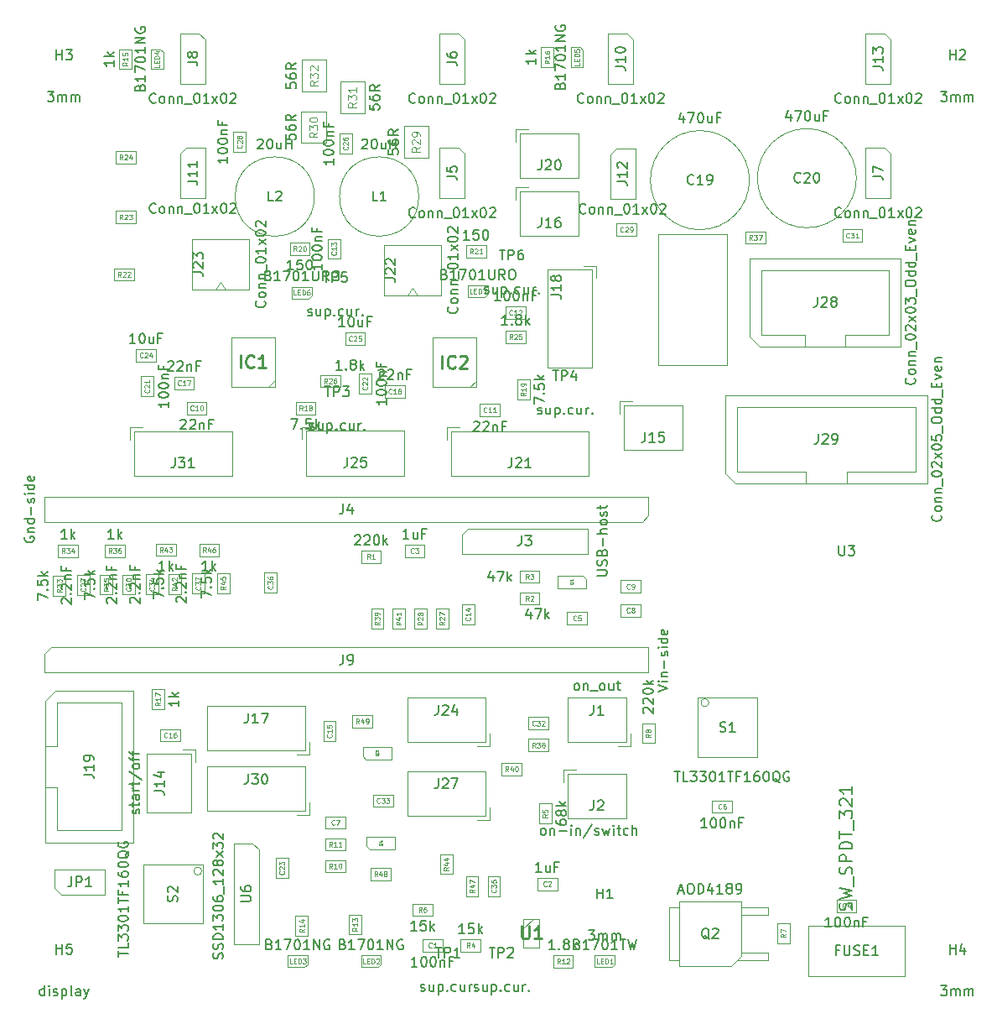
<source format=gbr>
%TF.GenerationSoftware,KiCad,Pcbnew,7.0.11+dfsg-1build4*%
%TF.CreationDate,2024-09-19T14:44:05+02:00*%
%TF.ProjectId,robobot_v85,726f626f-626f-4745-9f76-38352e6b6963,v8.0*%
%TF.SameCoordinates,Original*%
%TF.FileFunction,AssemblyDrawing,Top*%
%FSLAX46Y46*%
G04 Gerber Fmt 4.6, Leading zero omitted, Abs format (unit mm)*
G04 Created by KiCad (PCBNEW 7.0.11+dfsg-1build4) date 2024-09-19 14:44:05*
%MOMM*%
%LPD*%
G01*
G04 APERTURE LIST*
%ADD10C,0.150000*%
%ADD11C,0.080000*%
%ADD12C,0.120000*%
%ADD13C,0.050000*%
%ADD14C,0.254000*%
%ADD15C,0.100000*%
G04 APERTURE END LIST*
D10*
X148590476Y-100604819D02*
X148590476Y-101319104D01*
X148590476Y-101319104D02*
X148542857Y-101461961D01*
X148542857Y-101461961D02*
X148447619Y-101557200D01*
X148447619Y-101557200D02*
X148304762Y-101604819D01*
X148304762Y-101604819D02*
X148209524Y-101604819D01*
X149019048Y-100700057D02*
X149066667Y-100652438D01*
X149066667Y-100652438D02*
X149161905Y-100604819D01*
X149161905Y-100604819D02*
X149400000Y-100604819D01*
X149400000Y-100604819D02*
X149495238Y-100652438D01*
X149495238Y-100652438D02*
X149542857Y-100700057D01*
X149542857Y-100700057D02*
X149590476Y-100795295D01*
X149590476Y-100795295D02*
X149590476Y-100890533D01*
X149590476Y-100890533D02*
X149542857Y-101033390D01*
X149542857Y-101033390D02*
X148971429Y-101604819D01*
X148971429Y-101604819D02*
X149590476Y-101604819D01*
X150542857Y-101604819D02*
X149971429Y-101604819D01*
X150257143Y-101604819D02*
X150257143Y-100604819D01*
X150257143Y-100604819D02*
X150161905Y-100747676D01*
X150161905Y-100747676D02*
X150066667Y-100842914D01*
X150066667Y-100842914D02*
X149971429Y-100890533D01*
D11*
X113801759Y-128767545D02*
X113777950Y-128791355D01*
X113777950Y-128791355D02*
X113706521Y-128815164D01*
X113706521Y-128815164D02*
X113658902Y-128815164D01*
X113658902Y-128815164D02*
X113587474Y-128791355D01*
X113587474Y-128791355D02*
X113539855Y-128743735D01*
X113539855Y-128743735D02*
X113516045Y-128696116D01*
X113516045Y-128696116D02*
X113492236Y-128600878D01*
X113492236Y-128600878D02*
X113492236Y-128529450D01*
X113492236Y-128529450D02*
X113516045Y-128434212D01*
X113516045Y-128434212D02*
X113539855Y-128386593D01*
X113539855Y-128386593D02*
X113587474Y-128338974D01*
X113587474Y-128338974D02*
X113658902Y-128315164D01*
X113658902Y-128315164D02*
X113706521Y-128315164D01*
X113706521Y-128315164D02*
X113777950Y-128338974D01*
X113777950Y-128338974D02*
X113801759Y-128362783D01*
X114277950Y-128815164D02*
X113992236Y-128815164D01*
X114135093Y-128815164D02*
X114135093Y-128315164D01*
X114135093Y-128315164D02*
X114087474Y-128386593D01*
X114087474Y-128386593D02*
X114039855Y-128434212D01*
X114039855Y-128434212D02*
X113992236Y-128458021D01*
X114706521Y-128315164D02*
X114611283Y-128315164D01*
X114611283Y-128315164D02*
X114563664Y-128338974D01*
X114563664Y-128338974D02*
X114539854Y-128362783D01*
X114539854Y-128362783D02*
X114492235Y-128434212D01*
X114492235Y-128434212D02*
X114468426Y-128529450D01*
X114468426Y-128529450D02*
X114468426Y-128719926D01*
X114468426Y-128719926D02*
X114492235Y-128767545D01*
X114492235Y-128767545D02*
X114516045Y-128791355D01*
X114516045Y-128791355D02*
X114563664Y-128815164D01*
X114563664Y-128815164D02*
X114658902Y-128815164D01*
X114658902Y-128815164D02*
X114706521Y-128791355D01*
X114706521Y-128791355D02*
X114730330Y-128767545D01*
X114730330Y-128767545D02*
X114754140Y-128719926D01*
X114754140Y-128719926D02*
X114754140Y-128600878D01*
X114754140Y-128600878D02*
X114730330Y-128553259D01*
X114730330Y-128553259D02*
X114706521Y-128529450D01*
X114706521Y-128529450D02*
X114658902Y-128505640D01*
X114658902Y-128505640D02*
X114563664Y-128505640D01*
X114563664Y-128505640D02*
X114516045Y-128529450D01*
X114516045Y-128529450D02*
X114492235Y-128553259D01*
X114492235Y-128553259D02*
X114468426Y-128600878D01*
D10*
X103694365Y-108802558D02*
X103122937Y-108802558D01*
X103408651Y-108802558D02*
X103408651Y-107802558D01*
X103408651Y-107802558D02*
X103313413Y-107945415D01*
X103313413Y-107945415D02*
X103218175Y-108040653D01*
X103218175Y-108040653D02*
X103122937Y-108088272D01*
X104122937Y-108802558D02*
X104122937Y-107802558D01*
X104218175Y-108421605D02*
X104503889Y-108802558D01*
X104503889Y-108135891D02*
X104122937Y-108516843D01*
D11*
X103491984Y-110224888D02*
X103325318Y-109986793D01*
X103206270Y-110224888D02*
X103206270Y-109724888D01*
X103206270Y-109724888D02*
X103396746Y-109724888D01*
X103396746Y-109724888D02*
X103444365Y-109748698D01*
X103444365Y-109748698D02*
X103468175Y-109772507D01*
X103468175Y-109772507D02*
X103491984Y-109820126D01*
X103491984Y-109820126D02*
X103491984Y-109891555D01*
X103491984Y-109891555D02*
X103468175Y-109939174D01*
X103468175Y-109939174D02*
X103444365Y-109962983D01*
X103444365Y-109962983D02*
X103396746Y-109986793D01*
X103396746Y-109986793D02*
X103206270Y-109986793D01*
X103658651Y-109724888D02*
X103968175Y-109724888D01*
X103968175Y-109724888D02*
X103801508Y-109915364D01*
X103801508Y-109915364D02*
X103872937Y-109915364D01*
X103872937Y-109915364D02*
X103920556Y-109939174D01*
X103920556Y-109939174D02*
X103944365Y-109962983D01*
X103944365Y-109962983D02*
X103968175Y-110010602D01*
X103968175Y-110010602D02*
X103968175Y-110129650D01*
X103968175Y-110129650D02*
X103944365Y-110177269D01*
X103944365Y-110177269D02*
X103920556Y-110201079D01*
X103920556Y-110201079D02*
X103872937Y-110224888D01*
X103872937Y-110224888D02*
X103730080Y-110224888D01*
X103730080Y-110224888D02*
X103682461Y-110201079D01*
X103682461Y-110201079D02*
X103658651Y-110177269D01*
X104396746Y-109891555D02*
X104396746Y-110224888D01*
X104277698Y-109701079D02*
X104158651Y-110058221D01*
X104158651Y-110058221D02*
X104468174Y-110058221D01*
X146979530Y-144146428D02*
X147003340Y-144170237D01*
X147003340Y-144170237D02*
X147027149Y-144241666D01*
X147027149Y-144241666D02*
X147027149Y-144289285D01*
X147027149Y-144289285D02*
X147003340Y-144360713D01*
X147003340Y-144360713D02*
X146955720Y-144408332D01*
X146955720Y-144408332D02*
X146908101Y-144432142D01*
X146908101Y-144432142D02*
X146812863Y-144455951D01*
X146812863Y-144455951D02*
X146741435Y-144455951D01*
X146741435Y-144455951D02*
X146646197Y-144432142D01*
X146646197Y-144432142D02*
X146598578Y-144408332D01*
X146598578Y-144408332D02*
X146550959Y-144360713D01*
X146550959Y-144360713D02*
X146527149Y-144289285D01*
X146527149Y-144289285D02*
X146527149Y-144241666D01*
X146527149Y-144241666D02*
X146550959Y-144170237D01*
X146550959Y-144170237D02*
X146574768Y-144146428D01*
X146527149Y-143979761D02*
X146527149Y-143670237D01*
X146527149Y-143670237D02*
X146717625Y-143836904D01*
X146717625Y-143836904D02*
X146717625Y-143765475D01*
X146717625Y-143765475D02*
X146741435Y-143717856D01*
X146741435Y-143717856D02*
X146765244Y-143694047D01*
X146765244Y-143694047D02*
X146812863Y-143670237D01*
X146812863Y-143670237D02*
X146931911Y-143670237D01*
X146931911Y-143670237D02*
X146979530Y-143694047D01*
X146979530Y-143694047D02*
X147003340Y-143717856D01*
X147003340Y-143717856D02*
X147027149Y-143765475D01*
X147027149Y-143765475D02*
X147027149Y-143908332D01*
X147027149Y-143908332D02*
X147003340Y-143955951D01*
X147003340Y-143955951D02*
X146979530Y-143979761D01*
X146527149Y-143217857D02*
X146527149Y-143455952D01*
X146527149Y-143455952D02*
X146765244Y-143479761D01*
X146765244Y-143479761D02*
X146741435Y-143455952D01*
X146741435Y-143455952D02*
X146717625Y-143408333D01*
X146717625Y-143408333D02*
X146717625Y-143289285D01*
X146717625Y-143289285D02*
X146741435Y-143241666D01*
X146741435Y-143241666D02*
X146765244Y-143217857D01*
X146765244Y-143217857D02*
X146812863Y-143194047D01*
X146812863Y-143194047D02*
X146931911Y-143194047D01*
X146931911Y-143194047D02*
X146979530Y-143217857D01*
X146979530Y-143217857D02*
X147003340Y-143241666D01*
X147003340Y-143241666D02*
X147027149Y-143289285D01*
X147027149Y-143289285D02*
X147027149Y-143408333D01*
X147027149Y-143408333D02*
X147003340Y-143455952D01*
X147003340Y-143455952D02*
X146979530Y-143479761D01*
D10*
X151709524Y-138654819D02*
X151614286Y-138607200D01*
X151614286Y-138607200D02*
X151566667Y-138559580D01*
X151566667Y-138559580D02*
X151519048Y-138464342D01*
X151519048Y-138464342D02*
X151519048Y-138178628D01*
X151519048Y-138178628D02*
X151566667Y-138083390D01*
X151566667Y-138083390D02*
X151614286Y-138035771D01*
X151614286Y-138035771D02*
X151709524Y-137988152D01*
X151709524Y-137988152D02*
X151852381Y-137988152D01*
X151852381Y-137988152D02*
X151947619Y-138035771D01*
X151947619Y-138035771D02*
X151995238Y-138083390D01*
X151995238Y-138083390D02*
X152042857Y-138178628D01*
X152042857Y-138178628D02*
X152042857Y-138464342D01*
X152042857Y-138464342D02*
X151995238Y-138559580D01*
X151995238Y-138559580D02*
X151947619Y-138607200D01*
X151947619Y-138607200D02*
X151852381Y-138654819D01*
X151852381Y-138654819D02*
X151709524Y-138654819D01*
X152471429Y-137988152D02*
X152471429Y-138654819D01*
X152471429Y-138083390D02*
X152519048Y-138035771D01*
X152519048Y-138035771D02*
X152614286Y-137988152D01*
X152614286Y-137988152D02*
X152757143Y-137988152D01*
X152757143Y-137988152D02*
X152852381Y-138035771D01*
X152852381Y-138035771D02*
X152900000Y-138131009D01*
X152900000Y-138131009D02*
X152900000Y-138654819D01*
X153376191Y-138273866D02*
X154138096Y-138273866D01*
X154614286Y-138654819D02*
X154614286Y-137988152D01*
X154614286Y-137654819D02*
X154566667Y-137702438D01*
X154566667Y-137702438D02*
X154614286Y-137750057D01*
X154614286Y-137750057D02*
X154661905Y-137702438D01*
X154661905Y-137702438D02*
X154614286Y-137654819D01*
X154614286Y-137654819D02*
X154614286Y-137750057D01*
X155090476Y-137988152D02*
X155090476Y-138654819D01*
X155090476Y-138083390D02*
X155138095Y-138035771D01*
X155138095Y-138035771D02*
X155233333Y-137988152D01*
X155233333Y-137988152D02*
X155376190Y-137988152D01*
X155376190Y-137988152D02*
X155471428Y-138035771D01*
X155471428Y-138035771D02*
X155519047Y-138131009D01*
X155519047Y-138131009D02*
X155519047Y-138654819D01*
X156709523Y-137607200D02*
X155852381Y-138892914D01*
X156995238Y-138607200D02*
X157090476Y-138654819D01*
X157090476Y-138654819D02*
X157280952Y-138654819D01*
X157280952Y-138654819D02*
X157376190Y-138607200D01*
X157376190Y-138607200D02*
X157423809Y-138511961D01*
X157423809Y-138511961D02*
X157423809Y-138464342D01*
X157423809Y-138464342D02*
X157376190Y-138369104D01*
X157376190Y-138369104D02*
X157280952Y-138321485D01*
X157280952Y-138321485D02*
X157138095Y-138321485D01*
X157138095Y-138321485D02*
X157042857Y-138273866D01*
X157042857Y-138273866D02*
X156995238Y-138178628D01*
X156995238Y-138178628D02*
X156995238Y-138131009D01*
X156995238Y-138131009D02*
X157042857Y-138035771D01*
X157042857Y-138035771D02*
X157138095Y-137988152D01*
X157138095Y-137988152D02*
X157280952Y-137988152D01*
X157280952Y-137988152D02*
X157376190Y-138035771D01*
X157757143Y-137988152D02*
X157947619Y-138654819D01*
X157947619Y-138654819D02*
X158138095Y-138178628D01*
X158138095Y-138178628D02*
X158328571Y-138654819D01*
X158328571Y-138654819D02*
X158519047Y-137988152D01*
X158900000Y-138654819D02*
X158900000Y-137988152D01*
X158900000Y-137654819D02*
X158852381Y-137702438D01*
X158852381Y-137702438D02*
X158900000Y-137750057D01*
X158900000Y-137750057D02*
X158947619Y-137702438D01*
X158947619Y-137702438D02*
X158900000Y-137654819D01*
X158900000Y-137654819D02*
X158900000Y-137750057D01*
X159233333Y-137988152D02*
X159614285Y-137988152D01*
X159376190Y-137654819D02*
X159376190Y-138511961D01*
X159376190Y-138511961D02*
X159423809Y-138607200D01*
X159423809Y-138607200D02*
X159519047Y-138654819D01*
X159519047Y-138654819D02*
X159614285Y-138654819D01*
X160376190Y-138607200D02*
X160280952Y-138654819D01*
X160280952Y-138654819D02*
X160090476Y-138654819D01*
X160090476Y-138654819D02*
X159995238Y-138607200D01*
X159995238Y-138607200D02*
X159947619Y-138559580D01*
X159947619Y-138559580D02*
X159900000Y-138464342D01*
X159900000Y-138464342D02*
X159900000Y-138178628D01*
X159900000Y-138178628D02*
X159947619Y-138083390D01*
X159947619Y-138083390D02*
X159995238Y-138035771D01*
X159995238Y-138035771D02*
X160090476Y-137988152D01*
X160090476Y-137988152D02*
X160280952Y-137988152D01*
X160280952Y-137988152D02*
X160376190Y-138035771D01*
X160804762Y-138654819D02*
X160804762Y-137654819D01*
X161233333Y-138654819D02*
X161233333Y-138131009D01*
X161233333Y-138131009D02*
X161185714Y-138035771D01*
X161185714Y-138035771D02*
X161090476Y-137988152D01*
X161090476Y-137988152D02*
X160947619Y-137988152D01*
X160947619Y-137988152D02*
X160852381Y-138035771D01*
X160852381Y-138035771D02*
X160804762Y-138083390D01*
X156866666Y-135154819D02*
X156866666Y-135869104D01*
X156866666Y-135869104D02*
X156819047Y-136011961D01*
X156819047Y-136011961D02*
X156723809Y-136107200D01*
X156723809Y-136107200D02*
X156580952Y-136154819D01*
X156580952Y-136154819D02*
X156485714Y-136154819D01*
X157295238Y-135250057D02*
X157342857Y-135202438D01*
X157342857Y-135202438D02*
X157438095Y-135154819D01*
X157438095Y-135154819D02*
X157676190Y-135154819D01*
X157676190Y-135154819D02*
X157771428Y-135202438D01*
X157771428Y-135202438D02*
X157819047Y-135250057D01*
X157819047Y-135250057D02*
X157866666Y-135345295D01*
X157866666Y-135345295D02*
X157866666Y-135440533D01*
X157866666Y-135440533D02*
X157819047Y-135583390D01*
X157819047Y-135583390D02*
X157247619Y-136154819D01*
X157247619Y-136154819D02*
X157866666Y-136154819D01*
X148166666Y-87204819D02*
X147595238Y-87204819D01*
X147880952Y-87204819D02*
X147880952Y-86204819D01*
X147880952Y-86204819D02*
X147785714Y-86347676D01*
X147785714Y-86347676D02*
X147690476Y-86442914D01*
X147690476Y-86442914D02*
X147595238Y-86490533D01*
X148595238Y-87109580D02*
X148642857Y-87157200D01*
X148642857Y-87157200D02*
X148595238Y-87204819D01*
X148595238Y-87204819D02*
X148547619Y-87157200D01*
X148547619Y-87157200D02*
X148595238Y-87109580D01*
X148595238Y-87109580D02*
X148595238Y-87204819D01*
X149214285Y-86633390D02*
X149119047Y-86585771D01*
X149119047Y-86585771D02*
X149071428Y-86538152D01*
X149071428Y-86538152D02*
X149023809Y-86442914D01*
X149023809Y-86442914D02*
X149023809Y-86395295D01*
X149023809Y-86395295D02*
X149071428Y-86300057D01*
X149071428Y-86300057D02*
X149119047Y-86252438D01*
X149119047Y-86252438D02*
X149214285Y-86204819D01*
X149214285Y-86204819D02*
X149404761Y-86204819D01*
X149404761Y-86204819D02*
X149499999Y-86252438D01*
X149499999Y-86252438D02*
X149547618Y-86300057D01*
X149547618Y-86300057D02*
X149595237Y-86395295D01*
X149595237Y-86395295D02*
X149595237Y-86442914D01*
X149595237Y-86442914D02*
X149547618Y-86538152D01*
X149547618Y-86538152D02*
X149499999Y-86585771D01*
X149499999Y-86585771D02*
X149404761Y-86633390D01*
X149404761Y-86633390D02*
X149214285Y-86633390D01*
X149214285Y-86633390D02*
X149119047Y-86681009D01*
X149119047Y-86681009D02*
X149071428Y-86728628D01*
X149071428Y-86728628D02*
X149023809Y-86823866D01*
X149023809Y-86823866D02*
X149023809Y-87014342D01*
X149023809Y-87014342D02*
X149071428Y-87109580D01*
X149071428Y-87109580D02*
X149119047Y-87157200D01*
X149119047Y-87157200D02*
X149214285Y-87204819D01*
X149214285Y-87204819D02*
X149404761Y-87204819D01*
X149404761Y-87204819D02*
X149499999Y-87157200D01*
X149499999Y-87157200D02*
X149547618Y-87109580D01*
X149547618Y-87109580D02*
X149595237Y-87014342D01*
X149595237Y-87014342D02*
X149595237Y-86823866D01*
X149595237Y-86823866D02*
X149547618Y-86728628D01*
X149547618Y-86728628D02*
X149499999Y-86681009D01*
X149499999Y-86681009D02*
X149404761Y-86633390D01*
X150023809Y-87204819D02*
X150023809Y-86204819D01*
X150119047Y-86823866D02*
X150404761Y-87204819D01*
X150404761Y-86538152D02*
X150023809Y-86919104D01*
D11*
X148678571Y-88627149D02*
X148511905Y-88389054D01*
X148392857Y-88627149D02*
X148392857Y-88127149D01*
X148392857Y-88127149D02*
X148583333Y-88127149D01*
X148583333Y-88127149D02*
X148630952Y-88150959D01*
X148630952Y-88150959D02*
X148654762Y-88174768D01*
X148654762Y-88174768D02*
X148678571Y-88222387D01*
X148678571Y-88222387D02*
X148678571Y-88293816D01*
X148678571Y-88293816D02*
X148654762Y-88341435D01*
X148654762Y-88341435D02*
X148630952Y-88365244D01*
X148630952Y-88365244D02*
X148583333Y-88389054D01*
X148583333Y-88389054D02*
X148392857Y-88389054D01*
X148869048Y-88174768D02*
X148892857Y-88150959D01*
X148892857Y-88150959D02*
X148940476Y-88127149D01*
X148940476Y-88127149D02*
X149059524Y-88127149D01*
X149059524Y-88127149D02*
X149107143Y-88150959D01*
X149107143Y-88150959D02*
X149130952Y-88174768D01*
X149130952Y-88174768D02*
X149154762Y-88222387D01*
X149154762Y-88222387D02*
X149154762Y-88270006D01*
X149154762Y-88270006D02*
X149130952Y-88341435D01*
X149130952Y-88341435D02*
X148845238Y-88627149D01*
X148845238Y-88627149D02*
X149154762Y-88627149D01*
X149607142Y-88127149D02*
X149369047Y-88127149D01*
X149369047Y-88127149D02*
X149345238Y-88365244D01*
X149345238Y-88365244D02*
X149369047Y-88341435D01*
X149369047Y-88341435D02*
X149416666Y-88317625D01*
X149416666Y-88317625D02*
X149535714Y-88317625D01*
X149535714Y-88317625D02*
X149583333Y-88341435D01*
X149583333Y-88341435D02*
X149607142Y-88365244D01*
X149607142Y-88365244D02*
X149630952Y-88412863D01*
X149630952Y-88412863D02*
X149630952Y-88531911D01*
X149630952Y-88531911D02*
X149607142Y-88579530D01*
X149607142Y-88579530D02*
X149583333Y-88603340D01*
X149583333Y-88603340D02*
X149535714Y-88627149D01*
X149535714Y-88627149D02*
X149416666Y-88627149D01*
X149416666Y-88627149D02*
X149369047Y-88603340D01*
X149369047Y-88603340D02*
X149345238Y-88579530D01*
D10*
X111081009Y-63257142D02*
X111128628Y-63114285D01*
X111128628Y-63114285D02*
X111176247Y-63066666D01*
X111176247Y-63066666D02*
X111271485Y-63019047D01*
X111271485Y-63019047D02*
X111414342Y-63019047D01*
X111414342Y-63019047D02*
X111509580Y-63066666D01*
X111509580Y-63066666D02*
X111557200Y-63114285D01*
X111557200Y-63114285D02*
X111604819Y-63209523D01*
X111604819Y-63209523D02*
X111604819Y-63590475D01*
X111604819Y-63590475D02*
X110604819Y-63590475D01*
X110604819Y-63590475D02*
X110604819Y-63257142D01*
X110604819Y-63257142D02*
X110652438Y-63161904D01*
X110652438Y-63161904D02*
X110700057Y-63114285D01*
X110700057Y-63114285D02*
X110795295Y-63066666D01*
X110795295Y-63066666D02*
X110890533Y-63066666D01*
X110890533Y-63066666D02*
X110985771Y-63114285D01*
X110985771Y-63114285D02*
X111033390Y-63161904D01*
X111033390Y-63161904D02*
X111081009Y-63257142D01*
X111081009Y-63257142D02*
X111081009Y-63590475D01*
X111604819Y-62066666D02*
X111604819Y-62638094D01*
X111604819Y-62352380D02*
X110604819Y-62352380D01*
X110604819Y-62352380D02*
X110747676Y-62447618D01*
X110747676Y-62447618D02*
X110842914Y-62542856D01*
X110842914Y-62542856D02*
X110890533Y-62638094D01*
X110604819Y-61733332D02*
X110604819Y-61066666D01*
X110604819Y-61066666D02*
X111604819Y-61495237D01*
X110604819Y-60495237D02*
X110604819Y-60399999D01*
X110604819Y-60399999D02*
X110652438Y-60304761D01*
X110652438Y-60304761D02*
X110700057Y-60257142D01*
X110700057Y-60257142D02*
X110795295Y-60209523D01*
X110795295Y-60209523D02*
X110985771Y-60161904D01*
X110985771Y-60161904D02*
X111223866Y-60161904D01*
X111223866Y-60161904D02*
X111414342Y-60209523D01*
X111414342Y-60209523D02*
X111509580Y-60257142D01*
X111509580Y-60257142D02*
X111557200Y-60304761D01*
X111557200Y-60304761D02*
X111604819Y-60399999D01*
X111604819Y-60399999D02*
X111604819Y-60495237D01*
X111604819Y-60495237D02*
X111557200Y-60590475D01*
X111557200Y-60590475D02*
X111509580Y-60638094D01*
X111509580Y-60638094D02*
X111414342Y-60685713D01*
X111414342Y-60685713D02*
X111223866Y-60733332D01*
X111223866Y-60733332D02*
X110985771Y-60733332D01*
X110985771Y-60733332D02*
X110795295Y-60685713D01*
X110795295Y-60685713D02*
X110700057Y-60638094D01*
X110700057Y-60638094D02*
X110652438Y-60590475D01*
X110652438Y-60590475D02*
X110604819Y-60495237D01*
X111604819Y-59209523D02*
X111604819Y-59780951D01*
X111604819Y-59495237D02*
X110604819Y-59495237D01*
X110604819Y-59495237D02*
X110747676Y-59590475D01*
X110747676Y-59590475D02*
X110842914Y-59685713D01*
X110842914Y-59685713D02*
X110890533Y-59780951D01*
X111604819Y-58780951D02*
X110604819Y-58780951D01*
X110604819Y-58780951D02*
X111604819Y-58209523D01*
X111604819Y-58209523D02*
X110604819Y-58209523D01*
X110652438Y-57209523D02*
X110604819Y-57304761D01*
X110604819Y-57304761D02*
X110604819Y-57447618D01*
X110604819Y-57447618D02*
X110652438Y-57590475D01*
X110652438Y-57590475D02*
X110747676Y-57685713D01*
X110747676Y-57685713D02*
X110842914Y-57733332D01*
X110842914Y-57733332D02*
X111033390Y-57780951D01*
X111033390Y-57780951D02*
X111176247Y-57780951D01*
X111176247Y-57780951D02*
X111366723Y-57733332D01*
X111366723Y-57733332D02*
X111461961Y-57685713D01*
X111461961Y-57685713D02*
X111557200Y-57590475D01*
X111557200Y-57590475D02*
X111604819Y-57447618D01*
X111604819Y-57447618D02*
X111604819Y-57352380D01*
X111604819Y-57352380D02*
X111557200Y-57209523D01*
X111557200Y-57209523D02*
X111509580Y-57161904D01*
X111509580Y-57161904D02*
X111176247Y-57161904D01*
X111176247Y-57161904D02*
X111176247Y-57352380D01*
D11*
X113027149Y-60959523D02*
X113027149Y-61197618D01*
X113027149Y-61197618D02*
X112527149Y-61197618D01*
X112765244Y-60792856D02*
X112765244Y-60626189D01*
X113027149Y-60554761D02*
X113027149Y-60792856D01*
X113027149Y-60792856D02*
X112527149Y-60792856D01*
X112527149Y-60792856D02*
X112527149Y-60554761D01*
X113027149Y-60340475D02*
X112527149Y-60340475D01*
X112527149Y-60340475D02*
X112527149Y-60221427D01*
X112527149Y-60221427D02*
X112550959Y-60149999D01*
X112550959Y-60149999D02*
X112598578Y-60102380D01*
X112598578Y-60102380D02*
X112646197Y-60078570D01*
X112646197Y-60078570D02*
X112741435Y-60054761D01*
X112741435Y-60054761D02*
X112812863Y-60054761D01*
X112812863Y-60054761D02*
X112908101Y-60078570D01*
X112908101Y-60078570D02*
X112955720Y-60102380D01*
X112955720Y-60102380D02*
X113003340Y-60149999D01*
X113003340Y-60149999D02*
X113027149Y-60221427D01*
X113027149Y-60221427D02*
X113027149Y-60340475D01*
X112693816Y-59626189D02*
X113027149Y-59626189D01*
X112503340Y-59745237D02*
X112860482Y-59864284D01*
X112860482Y-59864284D02*
X112860482Y-59554761D01*
D10*
X155861904Y-64729580D02*
X155814285Y-64777200D01*
X155814285Y-64777200D02*
X155671428Y-64824819D01*
X155671428Y-64824819D02*
X155576190Y-64824819D01*
X155576190Y-64824819D02*
X155433333Y-64777200D01*
X155433333Y-64777200D02*
X155338095Y-64681961D01*
X155338095Y-64681961D02*
X155290476Y-64586723D01*
X155290476Y-64586723D02*
X155242857Y-64396247D01*
X155242857Y-64396247D02*
X155242857Y-64253390D01*
X155242857Y-64253390D02*
X155290476Y-64062914D01*
X155290476Y-64062914D02*
X155338095Y-63967676D01*
X155338095Y-63967676D02*
X155433333Y-63872438D01*
X155433333Y-63872438D02*
X155576190Y-63824819D01*
X155576190Y-63824819D02*
X155671428Y-63824819D01*
X155671428Y-63824819D02*
X155814285Y-63872438D01*
X155814285Y-63872438D02*
X155861904Y-63920057D01*
X156433333Y-64824819D02*
X156338095Y-64777200D01*
X156338095Y-64777200D02*
X156290476Y-64729580D01*
X156290476Y-64729580D02*
X156242857Y-64634342D01*
X156242857Y-64634342D02*
X156242857Y-64348628D01*
X156242857Y-64348628D02*
X156290476Y-64253390D01*
X156290476Y-64253390D02*
X156338095Y-64205771D01*
X156338095Y-64205771D02*
X156433333Y-64158152D01*
X156433333Y-64158152D02*
X156576190Y-64158152D01*
X156576190Y-64158152D02*
X156671428Y-64205771D01*
X156671428Y-64205771D02*
X156719047Y-64253390D01*
X156719047Y-64253390D02*
X156766666Y-64348628D01*
X156766666Y-64348628D02*
X156766666Y-64634342D01*
X156766666Y-64634342D02*
X156719047Y-64729580D01*
X156719047Y-64729580D02*
X156671428Y-64777200D01*
X156671428Y-64777200D02*
X156576190Y-64824819D01*
X156576190Y-64824819D02*
X156433333Y-64824819D01*
X157195238Y-64158152D02*
X157195238Y-64824819D01*
X157195238Y-64253390D02*
X157242857Y-64205771D01*
X157242857Y-64205771D02*
X157338095Y-64158152D01*
X157338095Y-64158152D02*
X157480952Y-64158152D01*
X157480952Y-64158152D02*
X157576190Y-64205771D01*
X157576190Y-64205771D02*
X157623809Y-64301009D01*
X157623809Y-64301009D02*
X157623809Y-64824819D01*
X158100000Y-64158152D02*
X158100000Y-64824819D01*
X158100000Y-64253390D02*
X158147619Y-64205771D01*
X158147619Y-64205771D02*
X158242857Y-64158152D01*
X158242857Y-64158152D02*
X158385714Y-64158152D01*
X158385714Y-64158152D02*
X158480952Y-64205771D01*
X158480952Y-64205771D02*
X158528571Y-64301009D01*
X158528571Y-64301009D02*
X158528571Y-64824819D01*
X158766667Y-64920057D02*
X159528571Y-64920057D01*
X159957143Y-63824819D02*
X160052381Y-63824819D01*
X160052381Y-63824819D02*
X160147619Y-63872438D01*
X160147619Y-63872438D02*
X160195238Y-63920057D01*
X160195238Y-63920057D02*
X160242857Y-64015295D01*
X160242857Y-64015295D02*
X160290476Y-64205771D01*
X160290476Y-64205771D02*
X160290476Y-64443866D01*
X160290476Y-64443866D02*
X160242857Y-64634342D01*
X160242857Y-64634342D02*
X160195238Y-64729580D01*
X160195238Y-64729580D02*
X160147619Y-64777200D01*
X160147619Y-64777200D02*
X160052381Y-64824819D01*
X160052381Y-64824819D02*
X159957143Y-64824819D01*
X159957143Y-64824819D02*
X159861905Y-64777200D01*
X159861905Y-64777200D02*
X159814286Y-64729580D01*
X159814286Y-64729580D02*
X159766667Y-64634342D01*
X159766667Y-64634342D02*
X159719048Y-64443866D01*
X159719048Y-64443866D02*
X159719048Y-64205771D01*
X159719048Y-64205771D02*
X159766667Y-64015295D01*
X159766667Y-64015295D02*
X159814286Y-63920057D01*
X159814286Y-63920057D02*
X159861905Y-63872438D01*
X159861905Y-63872438D02*
X159957143Y-63824819D01*
X161242857Y-64824819D02*
X160671429Y-64824819D01*
X160957143Y-64824819D02*
X160957143Y-63824819D01*
X160957143Y-63824819D02*
X160861905Y-63967676D01*
X160861905Y-63967676D02*
X160766667Y-64062914D01*
X160766667Y-64062914D02*
X160671429Y-64110533D01*
X161576191Y-64824819D02*
X162100000Y-64158152D01*
X161576191Y-64158152D02*
X162100000Y-64824819D01*
X162671429Y-63824819D02*
X162766667Y-63824819D01*
X162766667Y-63824819D02*
X162861905Y-63872438D01*
X162861905Y-63872438D02*
X162909524Y-63920057D01*
X162909524Y-63920057D02*
X162957143Y-64015295D01*
X162957143Y-64015295D02*
X163004762Y-64205771D01*
X163004762Y-64205771D02*
X163004762Y-64443866D01*
X163004762Y-64443866D02*
X162957143Y-64634342D01*
X162957143Y-64634342D02*
X162909524Y-64729580D01*
X162909524Y-64729580D02*
X162861905Y-64777200D01*
X162861905Y-64777200D02*
X162766667Y-64824819D01*
X162766667Y-64824819D02*
X162671429Y-64824819D01*
X162671429Y-64824819D02*
X162576191Y-64777200D01*
X162576191Y-64777200D02*
X162528572Y-64729580D01*
X162528572Y-64729580D02*
X162480953Y-64634342D01*
X162480953Y-64634342D02*
X162433334Y-64443866D01*
X162433334Y-64443866D02*
X162433334Y-64205771D01*
X162433334Y-64205771D02*
X162480953Y-64015295D01*
X162480953Y-64015295D02*
X162528572Y-63920057D01*
X162528572Y-63920057D02*
X162576191Y-63872438D01*
X162576191Y-63872438D02*
X162671429Y-63824819D01*
X163385715Y-63920057D02*
X163433334Y-63872438D01*
X163433334Y-63872438D02*
X163528572Y-63824819D01*
X163528572Y-63824819D02*
X163766667Y-63824819D01*
X163766667Y-63824819D02*
X163861905Y-63872438D01*
X163861905Y-63872438D02*
X163909524Y-63920057D01*
X163909524Y-63920057D02*
X163957143Y-64015295D01*
X163957143Y-64015295D02*
X163957143Y-64110533D01*
X163957143Y-64110533D02*
X163909524Y-64253390D01*
X163909524Y-64253390D02*
X163338096Y-64824819D01*
X163338096Y-64824819D02*
X163957143Y-64824819D01*
X159054819Y-61139523D02*
X159769104Y-61139523D01*
X159769104Y-61139523D02*
X159911961Y-61187142D01*
X159911961Y-61187142D02*
X160007200Y-61282380D01*
X160007200Y-61282380D02*
X160054819Y-61425237D01*
X160054819Y-61425237D02*
X160054819Y-61520475D01*
X160054819Y-60139523D02*
X160054819Y-60710951D01*
X160054819Y-60425237D02*
X159054819Y-60425237D01*
X159054819Y-60425237D02*
X159197676Y-60520475D01*
X159197676Y-60520475D02*
X159292914Y-60615713D01*
X159292914Y-60615713D02*
X159340533Y-60710951D01*
X159054819Y-59520475D02*
X159054819Y-59425237D01*
X159054819Y-59425237D02*
X159102438Y-59329999D01*
X159102438Y-59329999D02*
X159150057Y-59282380D01*
X159150057Y-59282380D02*
X159245295Y-59234761D01*
X159245295Y-59234761D02*
X159435771Y-59187142D01*
X159435771Y-59187142D02*
X159673866Y-59187142D01*
X159673866Y-59187142D02*
X159864342Y-59234761D01*
X159864342Y-59234761D02*
X159959580Y-59282380D01*
X159959580Y-59282380D02*
X160007200Y-59329999D01*
X160007200Y-59329999D02*
X160054819Y-59425237D01*
X160054819Y-59425237D02*
X160054819Y-59520475D01*
X160054819Y-59520475D02*
X160007200Y-59615713D01*
X160007200Y-59615713D02*
X159959580Y-59663332D01*
X159959580Y-59663332D02*
X159864342Y-59710951D01*
X159864342Y-59710951D02*
X159673866Y-59758570D01*
X159673866Y-59758570D02*
X159435771Y-59758570D01*
X159435771Y-59758570D02*
X159245295Y-59710951D01*
X159245295Y-59710951D02*
X159150057Y-59663332D01*
X159150057Y-59663332D02*
X159102438Y-59615713D01*
X159102438Y-59615713D02*
X159054819Y-59520475D01*
X132757143Y-108500057D02*
X132804762Y-108452438D01*
X132804762Y-108452438D02*
X132900000Y-108404819D01*
X132900000Y-108404819D02*
X133138095Y-108404819D01*
X133138095Y-108404819D02*
X133233333Y-108452438D01*
X133233333Y-108452438D02*
X133280952Y-108500057D01*
X133280952Y-108500057D02*
X133328571Y-108595295D01*
X133328571Y-108595295D02*
X133328571Y-108690533D01*
X133328571Y-108690533D02*
X133280952Y-108833390D01*
X133280952Y-108833390D02*
X132709524Y-109404819D01*
X132709524Y-109404819D02*
X133328571Y-109404819D01*
X133709524Y-108500057D02*
X133757143Y-108452438D01*
X133757143Y-108452438D02*
X133852381Y-108404819D01*
X133852381Y-108404819D02*
X134090476Y-108404819D01*
X134090476Y-108404819D02*
X134185714Y-108452438D01*
X134185714Y-108452438D02*
X134233333Y-108500057D01*
X134233333Y-108500057D02*
X134280952Y-108595295D01*
X134280952Y-108595295D02*
X134280952Y-108690533D01*
X134280952Y-108690533D02*
X134233333Y-108833390D01*
X134233333Y-108833390D02*
X133661905Y-109404819D01*
X133661905Y-109404819D02*
X134280952Y-109404819D01*
X134900000Y-108404819D02*
X134995238Y-108404819D01*
X134995238Y-108404819D02*
X135090476Y-108452438D01*
X135090476Y-108452438D02*
X135138095Y-108500057D01*
X135138095Y-108500057D02*
X135185714Y-108595295D01*
X135185714Y-108595295D02*
X135233333Y-108785771D01*
X135233333Y-108785771D02*
X135233333Y-109023866D01*
X135233333Y-109023866D02*
X135185714Y-109214342D01*
X135185714Y-109214342D02*
X135138095Y-109309580D01*
X135138095Y-109309580D02*
X135090476Y-109357200D01*
X135090476Y-109357200D02*
X134995238Y-109404819D01*
X134995238Y-109404819D02*
X134900000Y-109404819D01*
X134900000Y-109404819D02*
X134804762Y-109357200D01*
X134804762Y-109357200D02*
X134757143Y-109309580D01*
X134757143Y-109309580D02*
X134709524Y-109214342D01*
X134709524Y-109214342D02*
X134661905Y-109023866D01*
X134661905Y-109023866D02*
X134661905Y-108785771D01*
X134661905Y-108785771D02*
X134709524Y-108595295D01*
X134709524Y-108595295D02*
X134757143Y-108500057D01*
X134757143Y-108500057D02*
X134804762Y-108452438D01*
X134804762Y-108452438D02*
X134900000Y-108404819D01*
X135661905Y-109404819D02*
X135661905Y-108404819D01*
X135757143Y-109023866D02*
X136042857Y-109404819D01*
X136042857Y-108738152D02*
X135661905Y-109119104D01*
D11*
X134316666Y-110827149D02*
X134150000Y-110589054D01*
X134030952Y-110827149D02*
X134030952Y-110327149D01*
X134030952Y-110327149D02*
X134221428Y-110327149D01*
X134221428Y-110327149D02*
X134269047Y-110350959D01*
X134269047Y-110350959D02*
X134292857Y-110374768D01*
X134292857Y-110374768D02*
X134316666Y-110422387D01*
X134316666Y-110422387D02*
X134316666Y-110493816D01*
X134316666Y-110493816D02*
X134292857Y-110541435D01*
X134292857Y-110541435D02*
X134269047Y-110565244D01*
X134269047Y-110565244D02*
X134221428Y-110589054D01*
X134221428Y-110589054D02*
X134030952Y-110589054D01*
X134792857Y-110827149D02*
X134507143Y-110827149D01*
X134650000Y-110827149D02*
X134650000Y-110327149D01*
X134650000Y-110327149D02*
X134602381Y-110398578D01*
X134602381Y-110398578D02*
X134554762Y-110446197D01*
X134554762Y-110446197D02*
X134507143Y-110470006D01*
D10*
X110957200Y-136495238D02*
X111004819Y-136400000D01*
X111004819Y-136400000D02*
X111004819Y-136209524D01*
X111004819Y-136209524D02*
X110957200Y-136114286D01*
X110957200Y-136114286D02*
X110861961Y-136066667D01*
X110861961Y-136066667D02*
X110814342Y-136066667D01*
X110814342Y-136066667D02*
X110719104Y-136114286D01*
X110719104Y-136114286D02*
X110671485Y-136209524D01*
X110671485Y-136209524D02*
X110671485Y-136352381D01*
X110671485Y-136352381D02*
X110623866Y-136447619D01*
X110623866Y-136447619D02*
X110528628Y-136495238D01*
X110528628Y-136495238D02*
X110481009Y-136495238D01*
X110481009Y-136495238D02*
X110385771Y-136447619D01*
X110385771Y-136447619D02*
X110338152Y-136352381D01*
X110338152Y-136352381D02*
X110338152Y-136209524D01*
X110338152Y-136209524D02*
X110385771Y-136114286D01*
X110338152Y-135780952D02*
X110338152Y-135400000D01*
X110004819Y-135638095D02*
X110861961Y-135638095D01*
X110861961Y-135638095D02*
X110957200Y-135590476D01*
X110957200Y-135590476D02*
X111004819Y-135495238D01*
X111004819Y-135495238D02*
X111004819Y-135400000D01*
X111004819Y-134638095D02*
X110481009Y-134638095D01*
X110481009Y-134638095D02*
X110385771Y-134685714D01*
X110385771Y-134685714D02*
X110338152Y-134780952D01*
X110338152Y-134780952D02*
X110338152Y-134971428D01*
X110338152Y-134971428D02*
X110385771Y-135066666D01*
X110957200Y-134638095D02*
X111004819Y-134733333D01*
X111004819Y-134733333D02*
X111004819Y-134971428D01*
X111004819Y-134971428D02*
X110957200Y-135066666D01*
X110957200Y-135066666D02*
X110861961Y-135114285D01*
X110861961Y-135114285D02*
X110766723Y-135114285D01*
X110766723Y-135114285D02*
X110671485Y-135066666D01*
X110671485Y-135066666D02*
X110623866Y-134971428D01*
X110623866Y-134971428D02*
X110623866Y-134733333D01*
X110623866Y-134733333D02*
X110576247Y-134638095D01*
X111004819Y-134161904D02*
X110338152Y-134161904D01*
X110528628Y-134161904D02*
X110433390Y-134114285D01*
X110433390Y-134114285D02*
X110385771Y-134066666D01*
X110385771Y-134066666D02*
X110338152Y-133971428D01*
X110338152Y-133971428D02*
X110338152Y-133876190D01*
X110338152Y-133685713D02*
X110338152Y-133304761D01*
X110004819Y-133542856D02*
X110861961Y-133542856D01*
X110861961Y-133542856D02*
X110957200Y-133495237D01*
X110957200Y-133495237D02*
X111004819Y-133399999D01*
X111004819Y-133399999D02*
X111004819Y-133304761D01*
X109957200Y-132257142D02*
X111242914Y-133114284D01*
X111004819Y-131780951D02*
X110957200Y-131876189D01*
X110957200Y-131876189D02*
X110909580Y-131923808D01*
X110909580Y-131923808D02*
X110814342Y-131971427D01*
X110814342Y-131971427D02*
X110528628Y-131971427D01*
X110528628Y-131971427D02*
X110433390Y-131923808D01*
X110433390Y-131923808D02*
X110385771Y-131876189D01*
X110385771Y-131876189D02*
X110338152Y-131780951D01*
X110338152Y-131780951D02*
X110338152Y-131638094D01*
X110338152Y-131638094D02*
X110385771Y-131542856D01*
X110385771Y-131542856D02*
X110433390Y-131495237D01*
X110433390Y-131495237D02*
X110528628Y-131447618D01*
X110528628Y-131447618D02*
X110814342Y-131447618D01*
X110814342Y-131447618D02*
X110909580Y-131495237D01*
X110909580Y-131495237D02*
X110957200Y-131542856D01*
X110957200Y-131542856D02*
X111004819Y-131638094D01*
X111004819Y-131638094D02*
X111004819Y-131780951D01*
X110338152Y-131161903D02*
X110338152Y-130780951D01*
X111004819Y-131019046D02*
X110147676Y-131019046D01*
X110147676Y-131019046D02*
X110052438Y-130971427D01*
X110052438Y-130971427D02*
X110004819Y-130876189D01*
X110004819Y-130876189D02*
X110004819Y-130780951D01*
X110338152Y-130590474D02*
X110338152Y-130209522D01*
X111004819Y-130447617D02*
X110147676Y-130447617D01*
X110147676Y-130447617D02*
X110052438Y-130399998D01*
X110052438Y-130399998D02*
X110004819Y-130304760D01*
X110004819Y-130304760D02*
X110004819Y-130209522D01*
X112504819Y-134209523D02*
X113219104Y-134209523D01*
X113219104Y-134209523D02*
X113361961Y-134257142D01*
X113361961Y-134257142D02*
X113457200Y-134352380D01*
X113457200Y-134352380D02*
X113504819Y-134495237D01*
X113504819Y-134495237D02*
X113504819Y-134590475D01*
X113504819Y-133209523D02*
X113504819Y-133780951D01*
X113504819Y-133495237D02*
X112504819Y-133495237D01*
X112504819Y-133495237D02*
X112647676Y-133590475D01*
X112647676Y-133590475D02*
X112742914Y-133685713D01*
X112742914Y-133685713D02*
X112790533Y-133780951D01*
X112838152Y-132352380D02*
X113504819Y-132352380D01*
X112457200Y-132590475D02*
X113171485Y-132828570D01*
X113171485Y-132828570D02*
X113171485Y-132209523D01*
X162060041Y-98007323D02*
X162060041Y-98721608D01*
X162060041Y-98721608D02*
X162012422Y-98864465D01*
X162012422Y-98864465D02*
X161917184Y-98959704D01*
X161917184Y-98959704D02*
X161774327Y-99007323D01*
X161774327Y-99007323D02*
X161679089Y-99007323D01*
X163060041Y-99007323D02*
X162488613Y-99007323D01*
X162774327Y-99007323D02*
X162774327Y-98007323D01*
X162774327Y-98007323D02*
X162679089Y-98150180D01*
X162679089Y-98150180D02*
X162583851Y-98245418D01*
X162583851Y-98245418D02*
X162488613Y-98293037D01*
X163964803Y-98007323D02*
X163488613Y-98007323D01*
X163488613Y-98007323D02*
X163440994Y-98483513D01*
X163440994Y-98483513D02*
X163488613Y-98435894D01*
X163488613Y-98435894D02*
X163583851Y-98388275D01*
X163583851Y-98388275D02*
X163821946Y-98388275D01*
X163821946Y-98388275D02*
X163917184Y-98435894D01*
X163917184Y-98435894D02*
X163964803Y-98483513D01*
X163964803Y-98483513D02*
X164012422Y-98578751D01*
X164012422Y-98578751D02*
X164012422Y-98816846D01*
X164012422Y-98816846D02*
X163964803Y-98912084D01*
X163964803Y-98912084D02*
X163917184Y-98959704D01*
X163917184Y-98959704D02*
X163821946Y-99007323D01*
X163821946Y-99007323D02*
X163583851Y-99007323D01*
X163583851Y-99007323D02*
X163488613Y-98959704D01*
X163488613Y-98959704D02*
X163440994Y-98912084D01*
X125784416Y-68002949D02*
X125784416Y-68479139D01*
X125784416Y-68479139D02*
X126260606Y-68526758D01*
X126260606Y-68526758D02*
X126212987Y-68479139D01*
X126212987Y-68479139D02*
X126165368Y-68383901D01*
X126165368Y-68383901D02*
X126165368Y-68145806D01*
X126165368Y-68145806D02*
X126212987Y-68050568D01*
X126212987Y-68050568D02*
X126260606Y-68002949D01*
X126260606Y-68002949D02*
X126355844Y-67955330D01*
X126355844Y-67955330D02*
X126593939Y-67955330D01*
X126593939Y-67955330D02*
X126689177Y-68002949D01*
X126689177Y-68002949D02*
X126736797Y-68050568D01*
X126736797Y-68050568D02*
X126784416Y-68145806D01*
X126784416Y-68145806D02*
X126784416Y-68383901D01*
X126784416Y-68383901D02*
X126736797Y-68479139D01*
X126736797Y-68479139D02*
X126689177Y-68526758D01*
X125784416Y-67098187D02*
X125784416Y-67288663D01*
X125784416Y-67288663D02*
X125832035Y-67383901D01*
X125832035Y-67383901D02*
X125879654Y-67431520D01*
X125879654Y-67431520D02*
X126022511Y-67526758D01*
X126022511Y-67526758D02*
X126212987Y-67574377D01*
X126212987Y-67574377D02*
X126593939Y-67574377D01*
X126593939Y-67574377D02*
X126689177Y-67526758D01*
X126689177Y-67526758D02*
X126736797Y-67479139D01*
X126736797Y-67479139D02*
X126784416Y-67383901D01*
X126784416Y-67383901D02*
X126784416Y-67193425D01*
X126784416Y-67193425D02*
X126736797Y-67098187D01*
X126736797Y-67098187D02*
X126689177Y-67050568D01*
X126689177Y-67050568D02*
X126593939Y-67002949D01*
X126593939Y-67002949D02*
X126355844Y-67002949D01*
X126355844Y-67002949D02*
X126260606Y-67050568D01*
X126260606Y-67050568D02*
X126212987Y-67098187D01*
X126212987Y-67098187D02*
X126165368Y-67193425D01*
X126165368Y-67193425D02*
X126165368Y-67383901D01*
X126165368Y-67383901D02*
X126212987Y-67479139D01*
X126212987Y-67479139D02*
X126260606Y-67526758D01*
X126260606Y-67526758D02*
X126355844Y-67574377D01*
X126784416Y-66002949D02*
X126308225Y-66336282D01*
X126784416Y-66574377D02*
X125784416Y-66574377D01*
X125784416Y-66574377D02*
X125784416Y-66193425D01*
X125784416Y-66193425D02*
X125832035Y-66098187D01*
X125832035Y-66098187D02*
X125879654Y-66050568D01*
X125879654Y-66050568D02*
X125974892Y-66002949D01*
X125974892Y-66002949D02*
X126117749Y-66002949D01*
X126117749Y-66002949D02*
X126212987Y-66050568D01*
X126212987Y-66050568D02*
X126260606Y-66098187D01*
X126260606Y-66098187D02*
X126308225Y-66193425D01*
X126308225Y-66193425D02*
X126308225Y-66574377D01*
D12*
X128973452Y-67779139D02*
X128592499Y-68045806D01*
X128973452Y-68236282D02*
X128173452Y-68236282D01*
X128173452Y-68236282D02*
X128173452Y-67931520D01*
X128173452Y-67931520D02*
X128211547Y-67855330D01*
X128211547Y-67855330D02*
X128249642Y-67817235D01*
X128249642Y-67817235D02*
X128325833Y-67779139D01*
X128325833Y-67779139D02*
X128440118Y-67779139D01*
X128440118Y-67779139D02*
X128516309Y-67817235D01*
X128516309Y-67817235D02*
X128554404Y-67855330D01*
X128554404Y-67855330D02*
X128592499Y-67931520D01*
X128592499Y-67931520D02*
X128592499Y-68236282D01*
X128173452Y-67512473D02*
X128173452Y-67017235D01*
X128173452Y-67017235D02*
X128478214Y-67283901D01*
X128478214Y-67283901D02*
X128478214Y-67169616D01*
X128478214Y-67169616D02*
X128516309Y-67093425D01*
X128516309Y-67093425D02*
X128554404Y-67055330D01*
X128554404Y-67055330D02*
X128630595Y-67017235D01*
X128630595Y-67017235D02*
X128821071Y-67017235D01*
X128821071Y-67017235D02*
X128897261Y-67055330D01*
X128897261Y-67055330D02*
X128935357Y-67093425D01*
X128935357Y-67093425D02*
X128973452Y-67169616D01*
X128973452Y-67169616D02*
X128973452Y-67398187D01*
X128973452Y-67398187D02*
X128935357Y-67474378D01*
X128935357Y-67474378D02*
X128897261Y-67512473D01*
X128173452Y-66521996D02*
X128173452Y-66445806D01*
X128173452Y-66445806D02*
X128211547Y-66369615D01*
X128211547Y-66369615D02*
X128249642Y-66331520D01*
X128249642Y-66331520D02*
X128325833Y-66293425D01*
X128325833Y-66293425D02*
X128478214Y-66255330D01*
X128478214Y-66255330D02*
X128668690Y-66255330D01*
X128668690Y-66255330D02*
X128821071Y-66293425D01*
X128821071Y-66293425D02*
X128897261Y-66331520D01*
X128897261Y-66331520D02*
X128935357Y-66369615D01*
X128935357Y-66369615D02*
X128973452Y-66445806D01*
X128973452Y-66445806D02*
X128973452Y-66521996D01*
X128973452Y-66521996D02*
X128935357Y-66598187D01*
X128935357Y-66598187D02*
X128897261Y-66636282D01*
X128897261Y-66636282D02*
X128821071Y-66674377D01*
X128821071Y-66674377D02*
X128668690Y-66712473D01*
X128668690Y-66712473D02*
X128478214Y-66712473D01*
X128478214Y-66712473D02*
X128325833Y-66674377D01*
X128325833Y-66674377D02*
X128249642Y-66636282D01*
X128249642Y-66636282D02*
X128211547Y-66598187D01*
X128211547Y-66598187D02*
X128173452Y-66521996D01*
D10*
X124142857Y-149681009D02*
X124285714Y-149728628D01*
X124285714Y-149728628D02*
X124333333Y-149776247D01*
X124333333Y-149776247D02*
X124380952Y-149871485D01*
X124380952Y-149871485D02*
X124380952Y-150014342D01*
X124380952Y-150014342D02*
X124333333Y-150109580D01*
X124333333Y-150109580D02*
X124285714Y-150157200D01*
X124285714Y-150157200D02*
X124190476Y-150204819D01*
X124190476Y-150204819D02*
X123809524Y-150204819D01*
X123809524Y-150204819D02*
X123809524Y-149204819D01*
X123809524Y-149204819D02*
X124142857Y-149204819D01*
X124142857Y-149204819D02*
X124238095Y-149252438D01*
X124238095Y-149252438D02*
X124285714Y-149300057D01*
X124285714Y-149300057D02*
X124333333Y-149395295D01*
X124333333Y-149395295D02*
X124333333Y-149490533D01*
X124333333Y-149490533D02*
X124285714Y-149585771D01*
X124285714Y-149585771D02*
X124238095Y-149633390D01*
X124238095Y-149633390D02*
X124142857Y-149681009D01*
X124142857Y-149681009D02*
X123809524Y-149681009D01*
X125333333Y-150204819D02*
X124761905Y-150204819D01*
X125047619Y-150204819D02*
X125047619Y-149204819D01*
X125047619Y-149204819D02*
X124952381Y-149347676D01*
X124952381Y-149347676D02*
X124857143Y-149442914D01*
X124857143Y-149442914D02*
X124761905Y-149490533D01*
X125666667Y-149204819D02*
X126333333Y-149204819D01*
X126333333Y-149204819D02*
X125904762Y-150204819D01*
X126904762Y-149204819D02*
X127000000Y-149204819D01*
X127000000Y-149204819D02*
X127095238Y-149252438D01*
X127095238Y-149252438D02*
X127142857Y-149300057D01*
X127142857Y-149300057D02*
X127190476Y-149395295D01*
X127190476Y-149395295D02*
X127238095Y-149585771D01*
X127238095Y-149585771D02*
X127238095Y-149823866D01*
X127238095Y-149823866D02*
X127190476Y-150014342D01*
X127190476Y-150014342D02*
X127142857Y-150109580D01*
X127142857Y-150109580D02*
X127095238Y-150157200D01*
X127095238Y-150157200D02*
X127000000Y-150204819D01*
X127000000Y-150204819D02*
X126904762Y-150204819D01*
X126904762Y-150204819D02*
X126809524Y-150157200D01*
X126809524Y-150157200D02*
X126761905Y-150109580D01*
X126761905Y-150109580D02*
X126714286Y-150014342D01*
X126714286Y-150014342D02*
X126666667Y-149823866D01*
X126666667Y-149823866D02*
X126666667Y-149585771D01*
X126666667Y-149585771D02*
X126714286Y-149395295D01*
X126714286Y-149395295D02*
X126761905Y-149300057D01*
X126761905Y-149300057D02*
X126809524Y-149252438D01*
X126809524Y-149252438D02*
X126904762Y-149204819D01*
X128190476Y-150204819D02*
X127619048Y-150204819D01*
X127904762Y-150204819D02*
X127904762Y-149204819D01*
X127904762Y-149204819D02*
X127809524Y-149347676D01*
X127809524Y-149347676D02*
X127714286Y-149442914D01*
X127714286Y-149442914D02*
X127619048Y-149490533D01*
X128619048Y-150204819D02*
X128619048Y-149204819D01*
X128619048Y-149204819D02*
X129190476Y-150204819D01*
X129190476Y-150204819D02*
X129190476Y-149204819D01*
X130190476Y-149252438D02*
X130095238Y-149204819D01*
X130095238Y-149204819D02*
X129952381Y-149204819D01*
X129952381Y-149204819D02*
X129809524Y-149252438D01*
X129809524Y-149252438D02*
X129714286Y-149347676D01*
X129714286Y-149347676D02*
X129666667Y-149442914D01*
X129666667Y-149442914D02*
X129619048Y-149633390D01*
X129619048Y-149633390D02*
X129619048Y-149776247D01*
X129619048Y-149776247D02*
X129666667Y-149966723D01*
X129666667Y-149966723D02*
X129714286Y-150061961D01*
X129714286Y-150061961D02*
X129809524Y-150157200D01*
X129809524Y-150157200D02*
X129952381Y-150204819D01*
X129952381Y-150204819D02*
X130047619Y-150204819D01*
X130047619Y-150204819D02*
X130190476Y-150157200D01*
X130190476Y-150157200D02*
X130238095Y-150109580D01*
X130238095Y-150109580D02*
X130238095Y-149776247D01*
X130238095Y-149776247D02*
X130047619Y-149776247D01*
D11*
X126440476Y-151627149D02*
X126202381Y-151627149D01*
X126202381Y-151627149D02*
X126202381Y-151127149D01*
X126607143Y-151365244D02*
X126773810Y-151365244D01*
X126845238Y-151627149D02*
X126607143Y-151627149D01*
X126607143Y-151627149D02*
X126607143Y-151127149D01*
X126607143Y-151127149D02*
X126845238Y-151127149D01*
X127059524Y-151627149D02*
X127059524Y-151127149D01*
X127059524Y-151127149D02*
X127178572Y-151127149D01*
X127178572Y-151127149D02*
X127250000Y-151150959D01*
X127250000Y-151150959D02*
X127297619Y-151198578D01*
X127297619Y-151198578D02*
X127321429Y-151246197D01*
X127321429Y-151246197D02*
X127345238Y-151341435D01*
X127345238Y-151341435D02*
X127345238Y-151412863D01*
X127345238Y-151412863D02*
X127321429Y-151508101D01*
X127321429Y-151508101D02*
X127297619Y-151555720D01*
X127297619Y-151555720D02*
X127250000Y-151603340D01*
X127250000Y-151603340D02*
X127178572Y-151627149D01*
X127178572Y-151627149D02*
X127059524Y-151627149D01*
X127511905Y-151127149D02*
X127821429Y-151127149D01*
X127821429Y-151127149D02*
X127654762Y-151317625D01*
X127654762Y-151317625D02*
X127726191Y-151317625D01*
X127726191Y-151317625D02*
X127773810Y-151341435D01*
X127773810Y-151341435D02*
X127797619Y-151365244D01*
X127797619Y-151365244D02*
X127821429Y-151412863D01*
X127821429Y-151412863D02*
X127821429Y-151531911D01*
X127821429Y-151531911D02*
X127797619Y-151579530D01*
X127797619Y-151579530D02*
X127773810Y-151603340D01*
X127773810Y-151603340D02*
X127726191Y-151627149D01*
X127726191Y-151627149D02*
X127583334Y-151627149D01*
X127583334Y-151627149D02*
X127535715Y-151603340D01*
X127535715Y-151603340D02*
X127511905Y-151579530D01*
D10*
X119908095Y-70284034D02*
X119908095Y-70855462D01*
X119908095Y-70569748D02*
X118908095Y-70569748D01*
X118908095Y-70569748D02*
X119050952Y-70664986D01*
X119050952Y-70664986D02*
X119146190Y-70760224D01*
X119146190Y-70760224D02*
X119193809Y-70855462D01*
X118908095Y-69664986D02*
X118908095Y-69569748D01*
X118908095Y-69569748D02*
X118955714Y-69474510D01*
X118955714Y-69474510D02*
X119003333Y-69426891D01*
X119003333Y-69426891D02*
X119098571Y-69379272D01*
X119098571Y-69379272D02*
X119289047Y-69331653D01*
X119289047Y-69331653D02*
X119527142Y-69331653D01*
X119527142Y-69331653D02*
X119717618Y-69379272D01*
X119717618Y-69379272D02*
X119812856Y-69426891D01*
X119812856Y-69426891D02*
X119860476Y-69474510D01*
X119860476Y-69474510D02*
X119908095Y-69569748D01*
X119908095Y-69569748D02*
X119908095Y-69664986D01*
X119908095Y-69664986D02*
X119860476Y-69760224D01*
X119860476Y-69760224D02*
X119812856Y-69807843D01*
X119812856Y-69807843D02*
X119717618Y-69855462D01*
X119717618Y-69855462D02*
X119527142Y-69903081D01*
X119527142Y-69903081D02*
X119289047Y-69903081D01*
X119289047Y-69903081D02*
X119098571Y-69855462D01*
X119098571Y-69855462D02*
X119003333Y-69807843D01*
X119003333Y-69807843D02*
X118955714Y-69760224D01*
X118955714Y-69760224D02*
X118908095Y-69664986D01*
X118908095Y-68712605D02*
X118908095Y-68617367D01*
X118908095Y-68617367D02*
X118955714Y-68522129D01*
X118955714Y-68522129D02*
X119003333Y-68474510D01*
X119003333Y-68474510D02*
X119098571Y-68426891D01*
X119098571Y-68426891D02*
X119289047Y-68379272D01*
X119289047Y-68379272D02*
X119527142Y-68379272D01*
X119527142Y-68379272D02*
X119717618Y-68426891D01*
X119717618Y-68426891D02*
X119812856Y-68474510D01*
X119812856Y-68474510D02*
X119860476Y-68522129D01*
X119860476Y-68522129D02*
X119908095Y-68617367D01*
X119908095Y-68617367D02*
X119908095Y-68712605D01*
X119908095Y-68712605D02*
X119860476Y-68807843D01*
X119860476Y-68807843D02*
X119812856Y-68855462D01*
X119812856Y-68855462D02*
X119717618Y-68903081D01*
X119717618Y-68903081D02*
X119527142Y-68950700D01*
X119527142Y-68950700D02*
X119289047Y-68950700D01*
X119289047Y-68950700D02*
X119098571Y-68903081D01*
X119098571Y-68903081D02*
X119003333Y-68855462D01*
X119003333Y-68855462D02*
X118955714Y-68807843D01*
X118955714Y-68807843D02*
X118908095Y-68712605D01*
X119241428Y-67950700D02*
X119908095Y-67950700D01*
X119336666Y-67950700D02*
X119289047Y-67903081D01*
X119289047Y-67903081D02*
X119241428Y-67807843D01*
X119241428Y-67807843D02*
X119241428Y-67664986D01*
X119241428Y-67664986D02*
X119289047Y-67569748D01*
X119289047Y-67569748D02*
X119384285Y-67522129D01*
X119384285Y-67522129D02*
X119908095Y-67522129D01*
X119384285Y-66712605D02*
X119384285Y-67045938D01*
X119908095Y-67045938D02*
X118908095Y-67045938D01*
X118908095Y-67045938D02*
X118908095Y-66569748D01*
D11*
X121312806Y-69057843D02*
X121336616Y-69081652D01*
X121336616Y-69081652D02*
X121360425Y-69153081D01*
X121360425Y-69153081D02*
X121360425Y-69200700D01*
X121360425Y-69200700D02*
X121336616Y-69272128D01*
X121336616Y-69272128D02*
X121288996Y-69319747D01*
X121288996Y-69319747D02*
X121241377Y-69343557D01*
X121241377Y-69343557D02*
X121146139Y-69367366D01*
X121146139Y-69367366D02*
X121074711Y-69367366D01*
X121074711Y-69367366D02*
X120979473Y-69343557D01*
X120979473Y-69343557D02*
X120931854Y-69319747D01*
X120931854Y-69319747D02*
X120884235Y-69272128D01*
X120884235Y-69272128D02*
X120860425Y-69200700D01*
X120860425Y-69200700D02*
X120860425Y-69153081D01*
X120860425Y-69153081D02*
X120884235Y-69081652D01*
X120884235Y-69081652D02*
X120908044Y-69057843D01*
X120908044Y-68867366D02*
X120884235Y-68843557D01*
X120884235Y-68843557D02*
X120860425Y-68795938D01*
X120860425Y-68795938D02*
X120860425Y-68676890D01*
X120860425Y-68676890D02*
X120884235Y-68629271D01*
X120884235Y-68629271D02*
X120908044Y-68605462D01*
X120908044Y-68605462D02*
X120955663Y-68581652D01*
X120955663Y-68581652D02*
X121003282Y-68581652D01*
X121003282Y-68581652D02*
X121074711Y-68605462D01*
X121074711Y-68605462D02*
X121360425Y-68891176D01*
X121360425Y-68891176D02*
X121360425Y-68581652D01*
X121074711Y-68295938D02*
X121050901Y-68343557D01*
X121050901Y-68343557D02*
X121027092Y-68367367D01*
X121027092Y-68367367D02*
X120979473Y-68391176D01*
X120979473Y-68391176D02*
X120955663Y-68391176D01*
X120955663Y-68391176D02*
X120908044Y-68367367D01*
X120908044Y-68367367D02*
X120884235Y-68343557D01*
X120884235Y-68343557D02*
X120860425Y-68295938D01*
X120860425Y-68295938D02*
X120860425Y-68200700D01*
X120860425Y-68200700D02*
X120884235Y-68153081D01*
X120884235Y-68153081D02*
X120908044Y-68129272D01*
X120908044Y-68129272D02*
X120955663Y-68105462D01*
X120955663Y-68105462D02*
X120979473Y-68105462D01*
X120979473Y-68105462D02*
X121027092Y-68129272D01*
X121027092Y-68129272D02*
X121050901Y-68153081D01*
X121050901Y-68153081D02*
X121074711Y-68200700D01*
X121074711Y-68200700D02*
X121074711Y-68295938D01*
X121074711Y-68295938D02*
X121098520Y-68343557D01*
X121098520Y-68343557D02*
X121122330Y-68367367D01*
X121122330Y-68367367D02*
X121169949Y-68391176D01*
X121169949Y-68391176D02*
X121265187Y-68391176D01*
X121265187Y-68391176D02*
X121312806Y-68367367D01*
X121312806Y-68367367D02*
X121336616Y-68343557D01*
X121336616Y-68343557D02*
X121360425Y-68295938D01*
X121360425Y-68295938D02*
X121360425Y-68200700D01*
X121360425Y-68200700D02*
X121336616Y-68153081D01*
X121336616Y-68153081D02*
X121312806Y-68129272D01*
X121312806Y-68129272D02*
X121265187Y-68105462D01*
X121265187Y-68105462D02*
X121169949Y-68105462D01*
X121169949Y-68105462D02*
X121122330Y-68129272D01*
X121122330Y-68129272D02*
X121098520Y-68153081D01*
X121098520Y-68153081D02*
X121074711Y-68200700D01*
X141825989Y-117161428D02*
X141587894Y-117328094D01*
X141825989Y-117447142D02*
X141325989Y-117447142D01*
X141325989Y-117447142D02*
X141325989Y-117256666D01*
X141325989Y-117256666D02*
X141349799Y-117209047D01*
X141349799Y-117209047D02*
X141373608Y-117185237D01*
X141373608Y-117185237D02*
X141421227Y-117161428D01*
X141421227Y-117161428D02*
X141492656Y-117161428D01*
X141492656Y-117161428D02*
X141540275Y-117185237D01*
X141540275Y-117185237D02*
X141564084Y-117209047D01*
X141564084Y-117209047D02*
X141587894Y-117256666D01*
X141587894Y-117256666D02*
X141587894Y-117447142D01*
X141373608Y-116970951D02*
X141349799Y-116947142D01*
X141349799Y-116947142D02*
X141325989Y-116899523D01*
X141325989Y-116899523D02*
X141325989Y-116780475D01*
X141325989Y-116780475D02*
X141349799Y-116732856D01*
X141349799Y-116732856D02*
X141373608Y-116709047D01*
X141373608Y-116709047D02*
X141421227Y-116685237D01*
X141421227Y-116685237D02*
X141468846Y-116685237D01*
X141468846Y-116685237D02*
X141540275Y-116709047D01*
X141540275Y-116709047D02*
X141825989Y-116994761D01*
X141825989Y-116994761D02*
X141825989Y-116685237D01*
X141325989Y-116518571D02*
X141325989Y-116185238D01*
X141325989Y-116185238D02*
X141825989Y-116399523D01*
D13*
X135175914Y-130430476D02*
X135160676Y-130460952D01*
X135160676Y-130460952D02*
X135130200Y-130491428D01*
X135130200Y-130491428D02*
X135084485Y-130537142D01*
X135084485Y-130537142D02*
X135069247Y-130567619D01*
X135069247Y-130567619D02*
X135069247Y-130598095D01*
X135145438Y-130582857D02*
X135130200Y-130613333D01*
X135130200Y-130613333D02*
X135099723Y-130643809D01*
X135099723Y-130643809D02*
X135038771Y-130659047D01*
X135038771Y-130659047D02*
X134932104Y-130659047D01*
X134932104Y-130659047D02*
X134871152Y-130643809D01*
X134871152Y-130643809D02*
X134840676Y-130613333D01*
X134840676Y-130613333D02*
X134825438Y-130582857D01*
X134825438Y-130582857D02*
X134825438Y-130521904D01*
X134825438Y-130521904D02*
X134840676Y-130491428D01*
X134840676Y-130491428D02*
X134871152Y-130460952D01*
X134871152Y-130460952D02*
X134932104Y-130445714D01*
X134932104Y-130445714D02*
X135038771Y-130445714D01*
X135038771Y-130445714D02*
X135099723Y-130460952D01*
X135099723Y-130460952D02*
X135130200Y-130491428D01*
X135130200Y-130491428D02*
X135145438Y-130521904D01*
X135145438Y-130521904D02*
X135145438Y-130582857D01*
X134825438Y-130339047D02*
X134825438Y-130140952D01*
X134825438Y-130140952D02*
X134947342Y-130247619D01*
X134947342Y-130247619D02*
X134947342Y-130201904D01*
X134947342Y-130201904D02*
X134962580Y-130171428D01*
X134962580Y-130171428D02*
X134977819Y-130156190D01*
X134977819Y-130156190D02*
X135008295Y-130140952D01*
X135008295Y-130140952D02*
X135084485Y-130140952D01*
X135084485Y-130140952D02*
X135114961Y-130156190D01*
X135114961Y-130156190D02*
X135130200Y-130171428D01*
X135130200Y-130171428D02*
X135145438Y-130201904D01*
X135145438Y-130201904D02*
X135145438Y-130293333D01*
X135145438Y-130293333D02*
X135130200Y-130323809D01*
X135130200Y-130323809D02*
X135114961Y-130339047D01*
D10*
X104161666Y-142854819D02*
X104161666Y-143569104D01*
X104161666Y-143569104D02*
X104114047Y-143711961D01*
X104114047Y-143711961D02*
X104018809Y-143807200D01*
X104018809Y-143807200D02*
X103875952Y-143854819D01*
X103875952Y-143854819D02*
X103780714Y-143854819D01*
X104637857Y-143854819D02*
X104637857Y-142854819D01*
X104637857Y-142854819D02*
X105018809Y-142854819D01*
X105018809Y-142854819D02*
X105114047Y-142902438D01*
X105114047Y-142902438D02*
X105161666Y-142950057D01*
X105161666Y-142950057D02*
X105209285Y-143045295D01*
X105209285Y-143045295D02*
X105209285Y-143188152D01*
X105209285Y-143188152D02*
X105161666Y-143283390D01*
X105161666Y-143283390D02*
X105114047Y-143331009D01*
X105114047Y-143331009D02*
X105018809Y-143378628D01*
X105018809Y-143378628D02*
X104637857Y-143378628D01*
X106161666Y-143854819D02*
X105590238Y-143854819D01*
X105875952Y-143854819D02*
X105875952Y-142854819D01*
X105875952Y-142854819D02*
X105780714Y-142997676D01*
X105780714Y-142997676D02*
X105685476Y-143092914D01*
X105685476Y-143092914D02*
X105590238Y-143140533D01*
X139052380Y-151934819D02*
X138480952Y-151934819D01*
X138766666Y-151934819D02*
X138766666Y-150934819D01*
X138766666Y-150934819D02*
X138671428Y-151077676D01*
X138671428Y-151077676D02*
X138576190Y-151172914D01*
X138576190Y-151172914D02*
X138480952Y-151220533D01*
X139671428Y-150934819D02*
X139766666Y-150934819D01*
X139766666Y-150934819D02*
X139861904Y-150982438D01*
X139861904Y-150982438D02*
X139909523Y-151030057D01*
X139909523Y-151030057D02*
X139957142Y-151125295D01*
X139957142Y-151125295D02*
X140004761Y-151315771D01*
X140004761Y-151315771D02*
X140004761Y-151553866D01*
X140004761Y-151553866D02*
X139957142Y-151744342D01*
X139957142Y-151744342D02*
X139909523Y-151839580D01*
X139909523Y-151839580D02*
X139861904Y-151887200D01*
X139861904Y-151887200D02*
X139766666Y-151934819D01*
X139766666Y-151934819D02*
X139671428Y-151934819D01*
X139671428Y-151934819D02*
X139576190Y-151887200D01*
X139576190Y-151887200D02*
X139528571Y-151839580D01*
X139528571Y-151839580D02*
X139480952Y-151744342D01*
X139480952Y-151744342D02*
X139433333Y-151553866D01*
X139433333Y-151553866D02*
X139433333Y-151315771D01*
X139433333Y-151315771D02*
X139480952Y-151125295D01*
X139480952Y-151125295D02*
X139528571Y-151030057D01*
X139528571Y-151030057D02*
X139576190Y-150982438D01*
X139576190Y-150982438D02*
X139671428Y-150934819D01*
X140623809Y-150934819D02*
X140719047Y-150934819D01*
X140719047Y-150934819D02*
X140814285Y-150982438D01*
X140814285Y-150982438D02*
X140861904Y-151030057D01*
X140861904Y-151030057D02*
X140909523Y-151125295D01*
X140909523Y-151125295D02*
X140957142Y-151315771D01*
X140957142Y-151315771D02*
X140957142Y-151553866D01*
X140957142Y-151553866D02*
X140909523Y-151744342D01*
X140909523Y-151744342D02*
X140861904Y-151839580D01*
X140861904Y-151839580D02*
X140814285Y-151887200D01*
X140814285Y-151887200D02*
X140719047Y-151934819D01*
X140719047Y-151934819D02*
X140623809Y-151934819D01*
X140623809Y-151934819D02*
X140528571Y-151887200D01*
X140528571Y-151887200D02*
X140480952Y-151839580D01*
X140480952Y-151839580D02*
X140433333Y-151744342D01*
X140433333Y-151744342D02*
X140385714Y-151553866D01*
X140385714Y-151553866D02*
X140385714Y-151315771D01*
X140385714Y-151315771D02*
X140433333Y-151125295D01*
X140433333Y-151125295D02*
X140480952Y-151030057D01*
X140480952Y-151030057D02*
X140528571Y-150982438D01*
X140528571Y-150982438D02*
X140623809Y-150934819D01*
X141385714Y-151268152D02*
X141385714Y-151934819D01*
X141385714Y-151363390D02*
X141433333Y-151315771D01*
X141433333Y-151315771D02*
X141528571Y-151268152D01*
X141528571Y-151268152D02*
X141671428Y-151268152D01*
X141671428Y-151268152D02*
X141766666Y-151315771D01*
X141766666Y-151315771D02*
X141814285Y-151411009D01*
X141814285Y-151411009D02*
X141814285Y-151934819D01*
X142623809Y-151411009D02*
X142290476Y-151411009D01*
X142290476Y-151934819D02*
X142290476Y-150934819D01*
X142290476Y-150934819D02*
X142766666Y-150934819D01*
D11*
X140516666Y-149979530D02*
X140492857Y-150003340D01*
X140492857Y-150003340D02*
X140421428Y-150027149D01*
X140421428Y-150027149D02*
X140373809Y-150027149D01*
X140373809Y-150027149D02*
X140302381Y-150003340D01*
X140302381Y-150003340D02*
X140254762Y-149955720D01*
X140254762Y-149955720D02*
X140230952Y-149908101D01*
X140230952Y-149908101D02*
X140207143Y-149812863D01*
X140207143Y-149812863D02*
X140207143Y-149741435D01*
X140207143Y-149741435D02*
X140230952Y-149646197D01*
X140230952Y-149646197D02*
X140254762Y-149598578D01*
X140254762Y-149598578D02*
X140302381Y-149550959D01*
X140302381Y-149550959D02*
X140373809Y-149527149D01*
X140373809Y-149527149D02*
X140421428Y-149527149D01*
X140421428Y-149527149D02*
X140492857Y-149550959D01*
X140492857Y-149550959D02*
X140516666Y-149574768D01*
X140992857Y-150027149D02*
X140707143Y-150027149D01*
X140850000Y-150027149D02*
X140850000Y-149527149D01*
X140850000Y-149527149D02*
X140802381Y-149598578D01*
X140802381Y-149598578D02*
X140754762Y-149646197D01*
X140754762Y-149646197D02*
X140707143Y-149670006D01*
D10*
X151590476Y-70554819D02*
X151590476Y-71269104D01*
X151590476Y-71269104D02*
X151542857Y-71411961D01*
X151542857Y-71411961D02*
X151447619Y-71507200D01*
X151447619Y-71507200D02*
X151304762Y-71554819D01*
X151304762Y-71554819D02*
X151209524Y-71554819D01*
X152019048Y-70650057D02*
X152066667Y-70602438D01*
X152066667Y-70602438D02*
X152161905Y-70554819D01*
X152161905Y-70554819D02*
X152400000Y-70554819D01*
X152400000Y-70554819D02*
X152495238Y-70602438D01*
X152495238Y-70602438D02*
X152542857Y-70650057D01*
X152542857Y-70650057D02*
X152590476Y-70745295D01*
X152590476Y-70745295D02*
X152590476Y-70840533D01*
X152590476Y-70840533D02*
X152542857Y-70983390D01*
X152542857Y-70983390D02*
X151971429Y-71554819D01*
X151971429Y-71554819D02*
X152590476Y-71554819D01*
X153209524Y-70554819D02*
X153304762Y-70554819D01*
X153304762Y-70554819D02*
X153400000Y-70602438D01*
X153400000Y-70602438D02*
X153447619Y-70650057D01*
X153447619Y-70650057D02*
X153495238Y-70745295D01*
X153495238Y-70745295D02*
X153542857Y-70935771D01*
X153542857Y-70935771D02*
X153542857Y-71173866D01*
X153542857Y-71173866D02*
X153495238Y-71364342D01*
X153495238Y-71364342D02*
X153447619Y-71459580D01*
X153447619Y-71459580D02*
X153400000Y-71507200D01*
X153400000Y-71507200D02*
X153304762Y-71554819D01*
X153304762Y-71554819D02*
X153209524Y-71554819D01*
X153209524Y-71554819D02*
X153114286Y-71507200D01*
X153114286Y-71507200D02*
X153066667Y-71459580D01*
X153066667Y-71459580D02*
X153019048Y-71364342D01*
X153019048Y-71364342D02*
X152971429Y-71173866D01*
X152971429Y-71173866D02*
X152971429Y-70935771D01*
X152971429Y-70935771D02*
X153019048Y-70745295D01*
X153019048Y-70745295D02*
X153066667Y-70650057D01*
X153066667Y-70650057D02*
X153114286Y-70602438D01*
X153114286Y-70602438D02*
X153209524Y-70554819D01*
D11*
X142227149Y-141921428D02*
X141989054Y-142088094D01*
X142227149Y-142207142D02*
X141727149Y-142207142D01*
X141727149Y-142207142D02*
X141727149Y-142016666D01*
X141727149Y-142016666D02*
X141750959Y-141969047D01*
X141750959Y-141969047D02*
X141774768Y-141945237D01*
X141774768Y-141945237D02*
X141822387Y-141921428D01*
X141822387Y-141921428D02*
X141893816Y-141921428D01*
X141893816Y-141921428D02*
X141941435Y-141945237D01*
X141941435Y-141945237D02*
X141965244Y-141969047D01*
X141965244Y-141969047D02*
X141989054Y-142016666D01*
X141989054Y-142016666D02*
X141989054Y-142207142D01*
X141893816Y-141492856D02*
X142227149Y-141492856D01*
X141703340Y-141611904D02*
X142060482Y-141730951D01*
X142060482Y-141730951D02*
X142060482Y-141421428D01*
X141893816Y-141016666D02*
X142227149Y-141016666D01*
X141703340Y-141135714D02*
X142060482Y-141254761D01*
X142060482Y-141254761D02*
X142060482Y-140945238D01*
D10*
X113882143Y-90945057D02*
X113929762Y-90897438D01*
X113929762Y-90897438D02*
X114025000Y-90849819D01*
X114025000Y-90849819D02*
X114263095Y-90849819D01*
X114263095Y-90849819D02*
X114358333Y-90897438D01*
X114358333Y-90897438D02*
X114405952Y-90945057D01*
X114405952Y-90945057D02*
X114453571Y-91040295D01*
X114453571Y-91040295D02*
X114453571Y-91135533D01*
X114453571Y-91135533D02*
X114405952Y-91278390D01*
X114405952Y-91278390D02*
X113834524Y-91849819D01*
X113834524Y-91849819D02*
X114453571Y-91849819D01*
X114834524Y-90945057D02*
X114882143Y-90897438D01*
X114882143Y-90897438D02*
X114977381Y-90849819D01*
X114977381Y-90849819D02*
X115215476Y-90849819D01*
X115215476Y-90849819D02*
X115310714Y-90897438D01*
X115310714Y-90897438D02*
X115358333Y-90945057D01*
X115358333Y-90945057D02*
X115405952Y-91040295D01*
X115405952Y-91040295D02*
X115405952Y-91135533D01*
X115405952Y-91135533D02*
X115358333Y-91278390D01*
X115358333Y-91278390D02*
X114786905Y-91849819D01*
X114786905Y-91849819D02*
X115405952Y-91849819D01*
X115834524Y-91183152D02*
X115834524Y-91849819D01*
X115834524Y-91278390D02*
X115882143Y-91230771D01*
X115882143Y-91230771D02*
X115977381Y-91183152D01*
X115977381Y-91183152D02*
X116120238Y-91183152D01*
X116120238Y-91183152D02*
X116215476Y-91230771D01*
X116215476Y-91230771D02*
X116263095Y-91326009D01*
X116263095Y-91326009D02*
X116263095Y-91849819D01*
X117072619Y-91326009D02*
X116739286Y-91326009D01*
X116739286Y-91849819D02*
X116739286Y-90849819D01*
X116739286Y-90849819D02*
X117215476Y-90849819D01*
D11*
X115203571Y-93254530D02*
X115179762Y-93278340D01*
X115179762Y-93278340D02*
X115108333Y-93302149D01*
X115108333Y-93302149D02*
X115060714Y-93302149D01*
X115060714Y-93302149D02*
X114989286Y-93278340D01*
X114989286Y-93278340D02*
X114941667Y-93230720D01*
X114941667Y-93230720D02*
X114917857Y-93183101D01*
X114917857Y-93183101D02*
X114894048Y-93087863D01*
X114894048Y-93087863D02*
X114894048Y-93016435D01*
X114894048Y-93016435D02*
X114917857Y-92921197D01*
X114917857Y-92921197D02*
X114941667Y-92873578D01*
X114941667Y-92873578D02*
X114989286Y-92825959D01*
X114989286Y-92825959D02*
X115060714Y-92802149D01*
X115060714Y-92802149D02*
X115108333Y-92802149D01*
X115108333Y-92802149D02*
X115179762Y-92825959D01*
X115179762Y-92825959D02*
X115203571Y-92849768D01*
X115679762Y-93302149D02*
X115394048Y-93302149D01*
X115536905Y-93302149D02*
X115536905Y-92802149D01*
X115536905Y-92802149D02*
X115489286Y-92873578D01*
X115489286Y-92873578D02*
X115441667Y-92921197D01*
X115441667Y-92921197D02*
X115394048Y-92945006D01*
X115846428Y-92802149D02*
X116179761Y-92802149D01*
X116179761Y-92802149D02*
X115965476Y-93302149D01*
D10*
X134253325Y-65002375D02*
X134253325Y-65478565D01*
X134253325Y-65478565D02*
X134729515Y-65526184D01*
X134729515Y-65526184D02*
X134681896Y-65478565D01*
X134681896Y-65478565D02*
X134634277Y-65383327D01*
X134634277Y-65383327D02*
X134634277Y-65145232D01*
X134634277Y-65145232D02*
X134681896Y-65049994D01*
X134681896Y-65049994D02*
X134729515Y-65002375D01*
X134729515Y-65002375D02*
X134824753Y-64954756D01*
X134824753Y-64954756D02*
X135062848Y-64954756D01*
X135062848Y-64954756D02*
X135158086Y-65002375D01*
X135158086Y-65002375D02*
X135205706Y-65049994D01*
X135205706Y-65049994D02*
X135253325Y-65145232D01*
X135253325Y-65145232D02*
X135253325Y-65383327D01*
X135253325Y-65383327D02*
X135205706Y-65478565D01*
X135205706Y-65478565D02*
X135158086Y-65526184D01*
X134253325Y-64097613D02*
X134253325Y-64288089D01*
X134253325Y-64288089D02*
X134300944Y-64383327D01*
X134300944Y-64383327D02*
X134348563Y-64430946D01*
X134348563Y-64430946D02*
X134491420Y-64526184D01*
X134491420Y-64526184D02*
X134681896Y-64573803D01*
X134681896Y-64573803D02*
X135062848Y-64573803D01*
X135062848Y-64573803D02*
X135158086Y-64526184D01*
X135158086Y-64526184D02*
X135205706Y-64478565D01*
X135205706Y-64478565D02*
X135253325Y-64383327D01*
X135253325Y-64383327D02*
X135253325Y-64192851D01*
X135253325Y-64192851D02*
X135205706Y-64097613D01*
X135205706Y-64097613D02*
X135158086Y-64049994D01*
X135158086Y-64049994D02*
X135062848Y-64002375D01*
X135062848Y-64002375D02*
X134824753Y-64002375D01*
X134824753Y-64002375D02*
X134729515Y-64049994D01*
X134729515Y-64049994D02*
X134681896Y-64097613D01*
X134681896Y-64097613D02*
X134634277Y-64192851D01*
X134634277Y-64192851D02*
X134634277Y-64383327D01*
X134634277Y-64383327D02*
X134681896Y-64478565D01*
X134681896Y-64478565D02*
X134729515Y-64526184D01*
X134729515Y-64526184D02*
X134824753Y-64573803D01*
X135253325Y-63002375D02*
X134777134Y-63335708D01*
X135253325Y-63573803D02*
X134253325Y-63573803D01*
X134253325Y-63573803D02*
X134253325Y-63192851D01*
X134253325Y-63192851D02*
X134300944Y-63097613D01*
X134300944Y-63097613D02*
X134348563Y-63049994D01*
X134348563Y-63049994D02*
X134443801Y-63002375D01*
X134443801Y-63002375D02*
X134586658Y-63002375D01*
X134586658Y-63002375D02*
X134681896Y-63049994D01*
X134681896Y-63049994D02*
X134729515Y-63097613D01*
X134729515Y-63097613D02*
X134777134Y-63192851D01*
X134777134Y-63192851D02*
X134777134Y-63573803D01*
D12*
X132882361Y-64778565D02*
X132501408Y-65045232D01*
X132882361Y-65235708D02*
X132082361Y-65235708D01*
X132082361Y-65235708D02*
X132082361Y-64930946D01*
X132082361Y-64930946D02*
X132120456Y-64854756D01*
X132120456Y-64854756D02*
X132158551Y-64816661D01*
X132158551Y-64816661D02*
X132234742Y-64778565D01*
X132234742Y-64778565D02*
X132349027Y-64778565D01*
X132349027Y-64778565D02*
X132425218Y-64816661D01*
X132425218Y-64816661D02*
X132463313Y-64854756D01*
X132463313Y-64854756D02*
X132501408Y-64930946D01*
X132501408Y-64930946D02*
X132501408Y-65235708D01*
X132082361Y-64511899D02*
X132082361Y-64016661D01*
X132082361Y-64016661D02*
X132387123Y-64283327D01*
X132387123Y-64283327D02*
X132387123Y-64169042D01*
X132387123Y-64169042D02*
X132425218Y-64092851D01*
X132425218Y-64092851D02*
X132463313Y-64054756D01*
X132463313Y-64054756D02*
X132539504Y-64016661D01*
X132539504Y-64016661D02*
X132729980Y-64016661D01*
X132729980Y-64016661D02*
X132806170Y-64054756D01*
X132806170Y-64054756D02*
X132844266Y-64092851D01*
X132844266Y-64092851D02*
X132882361Y-64169042D01*
X132882361Y-64169042D02*
X132882361Y-64397613D01*
X132882361Y-64397613D02*
X132844266Y-64473804D01*
X132844266Y-64473804D02*
X132806170Y-64511899D01*
X132882361Y-63254756D02*
X132882361Y-63711899D01*
X132882361Y-63483327D02*
X132082361Y-63483327D01*
X132082361Y-63483327D02*
X132196646Y-63559518D01*
X132196646Y-63559518D02*
X132272837Y-63635708D01*
X132272837Y-63635708D02*
X132310932Y-63711899D01*
D10*
X101423809Y-154854819D02*
X101423809Y-153854819D01*
X101423809Y-154807200D02*
X101328571Y-154854819D01*
X101328571Y-154854819D02*
X101138095Y-154854819D01*
X101138095Y-154854819D02*
X101042857Y-154807200D01*
X101042857Y-154807200D02*
X100995238Y-154759580D01*
X100995238Y-154759580D02*
X100947619Y-154664342D01*
X100947619Y-154664342D02*
X100947619Y-154378628D01*
X100947619Y-154378628D02*
X100995238Y-154283390D01*
X100995238Y-154283390D02*
X101042857Y-154235771D01*
X101042857Y-154235771D02*
X101138095Y-154188152D01*
X101138095Y-154188152D02*
X101328571Y-154188152D01*
X101328571Y-154188152D02*
X101423809Y-154235771D01*
X101900000Y-154854819D02*
X101900000Y-154188152D01*
X101900000Y-153854819D02*
X101852381Y-153902438D01*
X101852381Y-153902438D02*
X101900000Y-153950057D01*
X101900000Y-153950057D02*
X101947619Y-153902438D01*
X101947619Y-153902438D02*
X101900000Y-153854819D01*
X101900000Y-153854819D02*
X101900000Y-153950057D01*
X102328571Y-154807200D02*
X102423809Y-154854819D01*
X102423809Y-154854819D02*
X102614285Y-154854819D01*
X102614285Y-154854819D02*
X102709523Y-154807200D01*
X102709523Y-154807200D02*
X102757142Y-154711961D01*
X102757142Y-154711961D02*
X102757142Y-154664342D01*
X102757142Y-154664342D02*
X102709523Y-154569104D01*
X102709523Y-154569104D02*
X102614285Y-154521485D01*
X102614285Y-154521485D02*
X102471428Y-154521485D01*
X102471428Y-154521485D02*
X102376190Y-154473866D01*
X102376190Y-154473866D02*
X102328571Y-154378628D01*
X102328571Y-154378628D02*
X102328571Y-154331009D01*
X102328571Y-154331009D02*
X102376190Y-154235771D01*
X102376190Y-154235771D02*
X102471428Y-154188152D01*
X102471428Y-154188152D02*
X102614285Y-154188152D01*
X102614285Y-154188152D02*
X102709523Y-154235771D01*
X103185714Y-154188152D02*
X103185714Y-155188152D01*
X103185714Y-154235771D02*
X103280952Y-154188152D01*
X103280952Y-154188152D02*
X103471428Y-154188152D01*
X103471428Y-154188152D02*
X103566666Y-154235771D01*
X103566666Y-154235771D02*
X103614285Y-154283390D01*
X103614285Y-154283390D02*
X103661904Y-154378628D01*
X103661904Y-154378628D02*
X103661904Y-154664342D01*
X103661904Y-154664342D02*
X103614285Y-154759580D01*
X103614285Y-154759580D02*
X103566666Y-154807200D01*
X103566666Y-154807200D02*
X103471428Y-154854819D01*
X103471428Y-154854819D02*
X103280952Y-154854819D01*
X103280952Y-154854819D02*
X103185714Y-154807200D01*
X104233333Y-154854819D02*
X104138095Y-154807200D01*
X104138095Y-154807200D02*
X104090476Y-154711961D01*
X104090476Y-154711961D02*
X104090476Y-153854819D01*
X105042857Y-154854819D02*
X105042857Y-154331009D01*
X105042857Y-154331009D02*
X104995238Y-154235771D01*
X104995238Y-154235771D02*
X104900000Y-154188152D01*
X104900000Y-154188152D02*
X104709524Y-154188152D01*
X104709524Y-154188152D02*
X104614286Y-154235771D01*
X105042857Y-154807200D02*
X104947619Y-154854819D01*
X104947619Y-154854819D02*
X104709524Y-154854819D01*
X104709524Y-154854819D02*
X104614286Y-154807200D01*
X104614286Y-154807200D02*
X104566667Y-154711961D01*
X104566667Y-154711961D02*
X104566667Y-154616723D01*
X104566667Y-154616723D02*
X104614286Y-154521485D01*
X104614286Y-154521485D02*
X104709524Y-154473866D01*
X104709524Y-154473866D02*
X104947619Y-154473866D01*
X104947619Y-154473866D02*
X105042857Y-154426247D01*
X105423810Y-154188152D02*
X105661905Y-154854819D01*
X105900000Y-154188152D02*
X105661905Y-154854819D01*
X105661905Y-154854819D02*
X105566667Y-155092914D01*
X105566667Y-155092914D02*
X105519048Y-155140533D01*
X105519048Y-155140533D02*
X105423810Y-155188152D01*
X102638095Y-150654819D02*
X102638095Y-149654819D01*
X102638095Y-150131009D02*
X103209523Y-150131009D01*
X103209523Y-150654819D02*
X103209523Y-149654819D01*
X104161904Y-149654819D02*
X103685714Y-149654819D01*
X103685714Y-149654819D02*
X103638095Y-150131009D01*
X103638095Y-150131009D02*
X103685714Y-150083390D01*
X103685714Y-150083390D02*
X103780952Y-150035771D01*
X103780952Y-150035771D02*
X104019047Y-150035771D01*
X104019047Y-150035771D02*
X104114285Y-150083390D01*
X104114285Y-150083390D02*
X104161904Y-150131009D01*
X104161904Y-150131009D02*
X104209523Y-150226247D01*
X104209523Y-150226247D02*
X104209523Y-150464342D01*
X104209523Y-150464342D02*
X104161904Y-150559580D01*
X104161904Y-150559580D02*
X104114285Y-150607200D01*
X104114285Y-150607200D02*
X104019047Y-150654819D01*
X104019047Y-150654819D02*
X103780952Y-150654819D01*
X103780952Y-150654819D02*
X103685714Y-150607200D01*
X103685714Y-150607200D02*
X103638095Y-150559580D01*
X113568208Y-111996479D02*
X112996780Y-111996479D01*
X113282494Y-111996479D02*
X113282494Y-110996479D01*
X113282494Y-110996479D02*
X113187256Y-111139336D01*
X113187256Y-111139336D02*
X113092018Y-111234574D01*
X113092018Y-111234574D02*
X112996780Y-111282193D01*
X113996780Y-111996479D02*
X113996780Y-110996479D01*
X114092018Y-111615526D02*
X114377732Y-111996479D01*
X114377732Y-111329812D02*
X113996780Y-111710764D01*
D11*
X113365827Y-110118809D02*
X113199161Y-109880714D01*
X113080113Y-110118809D02*
X113080113Y-109618809D01*
X113080113Y-109618809D02*
X113270589Y-109618809D01*
X113270589Y-109618809D02*
X113318208Y-109642619D01*
X113318208Y-109642619D02*
X113342018Y-109666428D01*
X113342018Y-109666428D02*
X113365827Y-109714047D01*
X113365827Y-109714047D02*
X113365827Y-109785476D01*
X113365827Y-109785476D02*
X113342018Y-109833095D01*
X113342018Y-109833095D02*
X113318208Y-109856904D01*
X113318208Y-109856904D02*
X113270589Y-109880714D01*
X113270589Y-109880714D02*
X113080113Y-109880714D01*
X113794399Y-109785476D02*
X113794399Y-110118809D01*
X113675351Y-109595000D02*
X113556304Y-109952142D01*
X113556304Y-109952142D02*
X113865827Y-109952142D01*
X114008684Y-109618809D02*
X114318208Y-109618809D01*
X114318208Y-109618809D02*
X114151541Y-109809285D01*
X114151541Y-109809285D02*
X114222970Y-109809285D01*
X114222970Y-109809285D02*
X114270589Y-109833095D01*
X114270589Y-109833095D02*
X114294398Y-109856904D01*
X114294398Y-109856904D02*
X114318208Y-109904523D01*
X114318208Y-109904523D02*
X114318208Y-110023571D01*
X114318208Y-110023571D02*
X114294398Y-110071190D01*
X114294398Y-110071190D02*
X114270589Y-110095000D01*
X114270589Y-110095000D02*
X114222970Y-110118809D01*
X114222970Y-110118809D02*
X114080113Y-110118809D01*
X114080113Y-110118809D02*
X114032494Y-110095000D01*
X114032494Y-110095000D02*
X114008684Y-110071190D01*
X176287249Y-148647933D02*
X176049154Y-148814599D01*
X176287249Y-148933647D02*
X175787249Y-148933647D01*
X175787249Y-148933647D02*
X175787249Y-148743171D01*
X175787249Y-148743171D02*
X175811059Y-148695552D01*
X175811059Y-148695552D02*
X175834868Y-148671742D01*
X175834868Y-148671742D02*
X175882487Y-148647933D01*
X175882487Y-148647933D02*
X175953916Y-148647933D01*
X175953916Y-148647933D02*
X176001535Y-148671742D01*
X176001535Y-148671742D02*
X176025344Y-148695552D01*
X176025344Y-148695552D02*
X176049154Y-148743171D01*
X176049154Y-148743171D02*
X176049154Y-148933647D01*
X175787249Y-148481266D02*
X175787249Y-148147933D01*
X175787249Y-148147933D02*
X176287249Y-148362218D01*
D10*
X112404575Y-114794194D02*
X112404575Y-114127528D01*
X112404575Y-114127528D02*
X113404575Y-114556099D01*
X113309336Y-113746575D02*
X113356956Y-113698956D01*
X113356956Y-113698956D02*
X113404575Y-113746575D01*
X113404575Y-113746575D02*
X113356956Y-113794194D01*
X113356956Y-113794194D02*
X113309336Y-113746575D01*
X113309336Y-113746575D02*
X113404575Y-113746575D01*
X112404575Y-112794195D02*
X112404575Y-113270385D01*
X112404575Y-113270385D02*
X112880765Y-113318004D01*
X112880765Y-113318004D02*
X112833146Y-113270385D01*
X112833146Y-113270385D02*
X112785527Y-113175147D01*
X112785527Y-113175147D02*
X112785527Y-112937052D01*
X112785527Y-112937052D02*
X112833146Y-112841814D01*
X112833146Y-112841814D02*
X112880765Y-112794195D01*
X112880765Y-112794195D02*
X112976003Y-112746576D01*
X112976003Y-112746576D02*
X113214098Y-112746576D01*
X113214098Y-112746576D02*
X113309336Y-112794195D01*
X113309336Y-112794195D02*
X113356956Y-112841814D01*
X113356956Y-112841814D02*
X113404575Y-112937052D01*
X113404575Y-112937052D02*
X113404575Y-113175147D01*
X113404575Y-113175147D02*
X113356956Y-113270385D01*
X113356956Y-113270385D02*
X113309336Y-113318004D01*
X113404575Y-112318004D02*
X112404575Y-112318004D01*
X113023622Y-112222766D02*
X113404575Y-111937052D01*
X112737908Y-111937052D02*
X113118860Y-112318004D01*
D11*
X114826905Y-113663242D02*
X114588810Y-113829908D01*
X114826905Y-113948956D02*
X114326905Y-113948956D01*
X114326905Y-113948956D02*
X114326905Y-113758480D01*
X114326905Y-113758480D02*
X114350715Y-113710861D01*
X114350715Y-113710861D02*
X114374524Y-113687051D01*
X114374524Y-113687051D02*
X114422143Y-113663242D01*
X114422143Y-113663242D02*
X114493572Y-113663242D01*
X114493572Y-113663242D02*
X114541191Y-113687051D01*
X114541191Y-113687051D02*
X114565000Y-113710861D01*
X114565000Y-113710861D02*
X114588810Y-113758480D01*
X114588810Y-113758480D02*
X114588810Y-113948956D01*
X114493572Y-113234670D02*
X114826905Y-113234670D01*
X114303096Y-113353718D02*
X114660238Y-113472765D01*
X114660238Y-113472765D02*
X114660238Y-113163242D01*
X114374524Y-112996575D02*
X114350715Y-112972766D01*
X114350715Y-112972766D02*
X114326905Y-112925147D01*
X114326905Y-112925147D02*
X114326905Y-112806099D01*
X114326905Y-112806099D02*
X114350715Y-112758480D01*
X114350715Y-112758480D02*
X114374524Y-112734671D01*
X114374524Y-112734671D02*
X114422143Y-112710861D01*
X114422143Y-112710861D02*
X114469762Y-112710861D01*
X114469762Y-112710861D02*
X114541191Y-112734671D01*
X114541191Y-112734671D02*
X114826905Y-113020385D01*
X114826905Y-113020385D02*
X114826905Y-112710861D01*
D10*
X161950057Y-126355356D02*
X161902438Y-126307737D01*
X161902438Y-126307737D02*
X161854819Y-126212499D01*
X161854819Y-126212499D02*
X161854819Y-125974404D01*
X161854819Y-125974404D02*
X161902438Y-125879166D01*
X161902438Y-125879166D02*
X161950057Y-125831547D01*
X161950057Y-125831547D02*
X162045295Y-125783928D01*
X162045295Y-125783928D02*
X162140533Y-125783928D01*
X162140533Y-125783928D02*
X162283390Y-125831547D01*
X162283390Y-125831547D02*
X162854819Y-126402975D01*
X162854819Y-126402975D02*
X162854819Y-125783928D01*
X161950057Y-125402975D02*
X161902438Y-125355356D01*
X161902438Y-125355356D02*
X161854819Y-125260118D01*
X161854819Y-125260118D02*
X161854819Y-125022023D01*
X161854819Y-125022023D02*
X161902438Y-124926785D01*
X161902438Y-124926785D02*
X161950057Y-124879166D01*
X161950057Y-124879166D02*
X162045295Y-124831547D01*
X162045295Y-124831547D02*
X162140533Y-124831547D01*
X162140533Y-124831547D02*
X162283390Y-124879166D01*
X162283390Y-124879166D02*
X162854819Y-125450594D01*
X162854819Y-125450594D02*
X162854819Y-124831547D01*
X161854819Y-124212499D02*
X161854819Y-124117261D01*
X161854819Y-124117261D02*
X161902438Y-124022023D01*
X161902438Y-124022023D02*
X161950057Y-123974404D01*
X161950057Y-123974404D02*
X162045295Y-123926785D01*
X162045295Y-123926785D02*
X162235771Y-123879166D01*
X162235771Y-123879166D02*
X162473866Y-123879166D01*
X162473866Y-123879166D02*
X162664342Y-123926785D01*
X162664342Y-123926785D02*
X162759580Y-123974404D01*
X162759580Y-123974404D02*
X162807200Y-124022023D01*
X162807200Y-124022023D02*
X162854819Y-124117261D01*
X162854819Y-124117261D02*
X162854819Y-124212499D01*
X162854819Y-124212499D02*
X162807200Y-124307737D01*
X162807200Y-124307737D02*
X162759580Y-124355356D01*
X162759580Y-124355356D02*
X162664342Y-124402975D01*
X162664342Y-124402975D02*
X162473866Y-124450594D01*
X162473866Y-124450594D02*
X162235771Y-124450594D01*
X162235771Y-124450594D02*
X162045295Y-124402975D01*
X162045295Y-124402975D02*
X161950057Y-124355356D01*
X161950057Y-124355356D02*
X161902438Y-124307737D01*
X161902438Y-124307737D02*
X161854819Y-124212499D01*
X162854819Y-123450594D02*
X161854819Y-123450594D01*
X162473866Y-123355356D02*
X162854819Y-123069642D01*
X162188152Y-123069642D02*
X162569104Y-123450594D01*
D11*
X162627149Y-128483333D02*
X162389054Y-128649999D01*
X162627149Y-128769047D02*
X162127149Y-128769047D01*
X162127149Y-128769047D02*
X162127149Y-128578571D01*
X162127149Y-128578571D02*
X162150959Y-128530952D01*
X162150959Y-128530952D02*
X162174768Y-128507142D01*
X162174768Y-128507142D02*
X162222387Y-128483333D01*
X162222387Y-128483333D02*
X162293816Y-128483333D01*
X162293816Y-128483333D02*
X162341435Y-128507142D01*
X162341435Y-128507142D02*
X162365244Y-128530952D01*
X162365244Y-128530952D02*
X162389054Y-128578571D01*
X162389054Y-128578571D02*
X162389054Y-128769047D01*
X162341435Y-128197618D02*
X162317625Y-128245237D01*
X162317625Y-128245237D02*
X162293816Y-128269047D01*
X162293816Y-128269047D02*
X162246197Y-128292856D01*
X162246197Y-128292856D02*
X162222387Y-128292856D01*
X162222387Y-128292856D02*
X162174768Y-128269047D01*
X162174768Y-128269047D02*
X162150959Y-128245237D01*
X162150959Y-128245237D02*
X162127149Y-128197618D01*
X162127149Y-128197618D02*
X162127149Y-128102380D01*
X162127149Y-128102380D02*
X162150959Y-128054761D01*
X162150959Y-128054761D02*
X162174768Y-128030952D01*
X162174768Y-128030952D02*
X162222387Y-128007142D01*
X162222387Y-128007142D02*
X162246197Y-128007142D01*
X162246197Y-128007142D02*
X162293816Y-128030952D01*
X162293816Y-128030952D02*
X162317625Y-128054761D01*
X162317625Y-128054761D02*
X162341435Y-128102380D01*
X162341435Y-128102380D02*
X162341435Y-128197618D01*
X162341435Y-128197618D02*
X162365244Y-128245237D01*
X162365244Y-128245237D02*
X162389054Y-128269047D01*
X162389054Y-128269047D02*
X162436673Y-128292856D01*
X162436673Y-128292856D02*
X162531911Y-128292856D01*
X162531911Y-128292856D02*
X162579530Y-128269047D01*
X162579530Y-128269047D02*
X162603340Y-128245237D01*
X162603340Y-128245237D02*
X162627149Y-128197618D01*
X162627149Y-128197618D02*
X162627149Y-128102380D01*
X162627149Y-128102380D02*
X162603340Y-128054761D01*
X162603340Y-128054761D02*
X162579530Y-128030952D01*
X162579530Y-128030952D02*
X162531911Y-128007142D01*
X162531911Y-128007142D02*
X162436673Y-128007142D01*
X162436673Y-128007142D02*
X162389054Y-128030952D01*
X162389054Y-128030952D02*
X162365244Y-128054761D01*
X162365244Y-128054761D02*
X162341435Y-128102380D01*
D10*
X131728571Y-87374819D02*
X131157143Y-87374819D01*
X131442857Y-87374819D02*
X131442857Y-86374819D01*
X131442857Y-86374819D02*
X131347619Y-86517676D01*
X131347619Y-86517676D02*
X131252381Y-86612914D01*
X131252381Y-86612914D02*
X131157143Y-86660533D01*
X132347619Y-86374819D02*
X132442857Y-86374819D01*
X132442857Y-86374819D02*
X132538095Y-86422438D01*
X132538095Y-86422438D02*
X132585714Y-86470057D01*
X132585714Y-86470057D02*
X132633333Y-86565295D01*
X132633333Y-86565295D02*
X132680952Y-86755771D01*
X132680952Y-86755771D02*
X132680952Y-86993866D01*
X132680952Y-86993866D02*
X132633333Y-87184342D01*
X132633333Y-87184342D02*
X132585714Y-87279580D01*
X132585714Y-87279580D02*
X132538095Y-87327200D01*
X132538095Y-87327200D02*
X132442857Y-87374819D01*
X132442857Y-87374819D02*
X132347619Y-87374819D01*
X132347619Y-87374819D02*
X132252381Y-87327200D01*
X132252381Y-87327200D02*
X132204762Y-87279580D01*
X132204762Y-87279580D02*
X132157143Y-87184342D01*
X132157143Y-87184342D02*
X132109524Y-86993866D01*
X132109524Y-86993866D02*
X132109524Y-86755771D01*
X132109524Y-86755771D02*
X132157143Y-86565295D01*
X132157143Y-86565295D02*
X132204762Y-86470057D01*
X132204762Y-86470057D02*
X132252381Y-86422438D01*
X132252381Y-86422438D02*
X132347619Y-86374819D01*
X133538095Y-86708152D02*
X133538095Y-87374819D01*
X133109524Y-86708152D02*
X133109524Y-87231961D01*
X133109524Y-87231961D02*
X133157143Y-87327200D01*
X133157143Y-87327200D02*
X133252381Y-87374819D01*
X133252381Y-87374819D02*
X133395238Y-87374819D01*
X133395238Y-87374819D02*
X133490476Y-87327200D01*
X133490476Y-87327200D02*
X133538095Y-87279580D01*
X134347619Y-86851009D02*
X134014286Y-86851009D01*
X134014286Y-87374819D02*
X134014286Y-86374819D01*
X134014286Y-86374819D02*
X134490476Y-86374819D01*
D11*
X132478571Y-88779530D02*
X132454762Y-88803340D01*
X132454762Y-88803340D02*
X132383333Y-88827149D01*
X132383333Y-88827149D02*
X132335714Y-88827149D01*
X132335714Y-88827149D02*
X132264286Y-88803340D01*
X132264286Y-88803340D02*
X132216667Y-88755720D01*
X132216667Y-88755720D02*
X132192857Y-88708101D01*
X132192857Y-88708101D02*
X132169048Y-88612863D01*
X132169048Y-88612863D02*
X132169048Y-88541435D01*
X132169048Y-88541435D02*
X132192857Y-88446197D01*
X132192857Y-88446197D02*
X132216667Y-88398578D01*
X132216667Y-88398578D02*
X132264286Y-88350959D01*
X132264286Y-88350959D02*
X132335714Y-88327149D01*
X132335714Y-88327149D02*
X132383333Y-88327149D01*
X132383333Y-88327149D02*
X132454762Y-88350959D01*
X132454762Y-88350959D02*
X132478571Y-88374768D01*
X132669048Y-88374768D02*
X132692857Y-88350959D01*
X132692857Y-88350959D02*
X132740476Y-88327149D01*
X132740476Y-88327149D02*
X132859524Y-88327149D01*
X132859524Y-88327149D02*
X132907143Y-88350959D01*
X132907143Y-88350959D02*
X132930952Y-88374768D01*
X132930952Y-88374768D02*
X132954762Y-88422387D01*
X132954762Y-88422387D02*
X132954762Y-88470006D01*
X132954762Y-88470006D02*
X132930952Y-88541435D01*
X132930952Y-88541435D02*
X132645238Y-88827149D01*
X132645238Y-88827149D02*
X132954762Y-88827149D01*
X133407142Y-88327149D02*
X133169047Y-88327149D01*
X133169047Y-88327149D02*
X133145238Y-88565244D01*
X133145238Y-88565244D02*
X133169047Y-88541435D01*
X133169047Y-88541435D02*
X133216666Y-88517625D01*
X133216666Y-88517625D02*
X133335714Y-88517625D01*
X133335714Y-88517625D02*
X133383333Y-88541435D01*
X133383333Y-88541435D02*
X133407142Y-88565244D01*
X133407142Y-88565244D02*
X133430952Y-88612863D01*
X133430952Y-88612863D02*
X133430952Y-88731911D01*
X133430952Y-88731911D02*
X133407142Y-88779530D01*
X133407142Y-88779530D02*
X133383333Y-88803340D01*
X133383333Y-88803340D02*
X133335714Y-88827149D01*
X133335714Y-88827149D02*
X133216666Y-88827149D01*
X133216666Y-88827149D02*
X133169047Y-88803340D01*
X133169047Y-88803340D02*
X133145238Y-88779530D01*
D10*
X163364819Y-124166665D02*
X164364819Y-123833332D01*
X164364819Y-123833332D02*
X163364819Y-123499999D01*
X164364819Y-123166665D02*
X163698152Y-123166665D01*
X163364819Y-123166665D02*
X163412438Y-123214284D01*
X163412438Y-123214284D02*
X163460057Y-123166665D01*
X163460057Y-123166665D02*
X163412438Y-123119046D01*
X163412438Y-123119046D02*
X163364819Y-123166665D01*
X163364819Y-123166665D02*
X163460057Y-123166665D01*
X163698152Y-122690475D02*
X164364819Y-122690475D01*
X163793390Y-122690475D02*
X163745771Y-122642856D01*
X163745771Y-122642856D02*
X163698152Y-122547618D01*
X163698152Y-122547618D02*
X163698152Y-122404761D01*
X163698152Y-122404761D02*
X163745771Y-122309523D01*
X163745771Y-122309523D02*
X163841009Y-122261904D01*
X163841009Y-122261904D02*
X164364819Y-122261904D01*
X163983866Y-121785713D02*
X163983866Y-121023809D01*
X164317200Y-120595237D02*
X164364819Y-120499999D01*
X164364819Y-120499999D02*
X164364819Y-120309523D01*
X164364819Y-120309523D02*
X164317200Y-120214285D01*
X164317200Y-120214285D02*
X164221961Y-120166666D01*
X164221961Y-120166666D02*
X164174342Y-120166666D01*
X164174342Y-120166666D02*
X164079104Y-120214285D01*
X164079104Y-120214285D02*
X164031485Y-120309523D01*
X164031485Y-120309523D02*
X164031485Y-120452380D01*
X164031485Y-120452380D02*
X163983866Y-120547618D01*
X163983866Y-120547618D02*
X163888628Y-120595237D01*
X163888628Y-120595237D02*
X163841009Y-120595237D01*
X163841009Y-120595237D02*
X163745771Y-120547618D01*
X163745771Y-120547618D02*
X163698152Y-120452380D01*
X163698152Y-120452380D02*
X163698152Y-120309523D01*
X163698152Y-120309523D02*
X163745771Y-120214285D01*
X164364819Y-119738094D02*
X163698152Y-119738094D01*
X163364819Y-119738094D02*
X163412438Y-119785713D01*
X163412438Y-119785713D02*
X163460057Y-119738094D01*
X163460057Y-119738094D02*
X163412438Y-119690475D01*
X163412438Y-119690475D02*
X163364819Y-119738094D01*
X163364819Y-119738094D02*
X163460057Y-119738094D01*
X164364819Y-118833333D02*
X163364819Y-118833333D01*
X164317200Y-118833333D02*
X164364819Y-118928571D01*
X164364819Y-118928571D02*
X164364819Y-119119047D01*
X164364819Y-119119047D02*
X164317200Y-119214285D01*
X164317200Y-119214285D02*
X164269580Y-119261904D01*
X164269580Y-119261904D02*
X164174342Y-119309523D01*
X164174342Y-119309523D02*
X163888628Y-119309523D01*
X163888628Y-119309523D02*
X163793390Y-119261904D01*
X163793390Y-119261904D02*
X163745771Y-119214285D01*
X163745771Y-119214285D02*
X163698152Y-119119047D01*
X163698152Y-119119047D02*
X163698152Y-118928571D01*
X163698152Y-118928571D02*
X163745771Y-118833333D01*
X164317200Y-117976190D02*
X164364819Y-118071428D01*
X164364819Y-118071428D02*
X164364819Y-118261904D01*
X164364819Y-118261904D02*
X164317200Y-118357142D01*
X164317200Y-118357142D02*
X164221961Y-118404761D01*
X164221961Y-118404761D02*
X163841009Y-118404761D01*
X163841009Y-118404761D02*
X163745771Y-118357142D01*
X163745771Y-118357142D02*
X163698152Y-118261904D01*
X163698152Y-118261904D02*
X163698152Y-118071428D01*
X163698152Y-118071428D02*
X163745771Y-117976190D01*
X163745771Y-117976190D02*
X163841009Y-117928571D01*
X163841009Y-117928571D02*
X163936247Y-117928571D01*
X163936247Y-117928571D02*
X164031485Y-118404761D01*
X131596666Y-120454819D02*
X131596666Y-121169104D01*
X131596666Y-121169104D02*
X131549047Y-121311961D01*
X131549047Y-121311961D02*
X131453809Y-121407200D01*
X131453809Y-121407200D02*
X131310952Y-121454819D01*
X131310952Y-121454819D02*
X131215714Y-121454819D01*
X132120476Y-121454819D02*
X132310952Y-121454819D01*
X132310952Y-121454819D02*
X132406190Y-121407200D01*
X132406190Y-121407200D02*
X132453809Y-121359580D01*
X132453809Y-121359580D02*
X132549047Y-121216723D01*
X132549047Y-121216723D02*
X132596666Y-121026247D01*
X132596666Y-121026247D02*
X132596666Y-120645295D01*
X132596666Y-120645295D02*
X132549047Y-120550057D01*
X132549047Y-120550057D02*
X132501428Y-120502438D01*
X132501428Y-120502438D02*
X132406190Y-120454819D01*
X132406190Y-120454819D02*
X132215714Y-120454819D01*
X132215714Y-120454819D02*
X132120476Y-120502438D01*
X132120476Y-120502438D02*
X132072857Y-120550057D01*
X132072857Y-120550057D02*
X132025238Y-120645295D01*
X132025238Y-120645295D02*
X132025238Y-120883390D01*
X132025238Y-120883390D02*
X132072857Y-120978628D01*
X132072857Y-120978628D02*
X132120476Y-121026247D01*
X132120476Y-121026247D02*
X132215714Y-121073866D01*
X132215714Y-121073866D02*
X132406190Y-121073866D01*
X132406190Y-121073866D02*
X132501428Y-121026247D01*
X132501428Y-121026247D02*
X132549047Y-120978628D01*
X132549047Y-120978628D02*
X132596666Y-120883390D01*
X110603571Y-89049819D02*
X110032143Y-89049819D01*
X110317857Y-89049819D02*
X110317857Y-88049819D01*
X110317857Y-88049819D02*
X110222619Y-88192676D01*
X110222619Y-88192676D02*
X110127381Y-88287914D01*
X110127381Y-88287914D02*
X110032143Y-88335533D01*
X111222619Y-88049819D02*
X111317857Y-88049819D01*
X111317857Y-88049819D02*
X111413095Y-88097438D01*
X111413095Y-88097438D02*
X111460714Y-88145057D01*
X111460714Y-88145057D02*
X111508333Y-88240295D01*
X111508333Y-88240295D02*
X111555952Y-88430771D01*
X111555952Y-88430771D02*
X111555952Y-88668866D01*
X111555952Y-88668866D02*
X111508333Y-88859342D01*
X111508333Y-88859342D02*
X111460714Y-88954580D01*
X111460714Y-88954580D02*
X111413095Y-89002200D01*
X111413095Y-89002200D02*
X111317857Y-89049819D01*
X111317857Y-89049819D02*
X111222619Y-89049819D01*
X111222619Y-89049819D02*
X111127381Y-89002200D01*
X111127381Y-89002200D02*
X111079762Y-88954580D01*
X111079762Y-88954580D02*
X111032143Y-88859342D01*
X111032143Y-88859342D02*
X110984524Y-88668866D01*
X110984524Y-88668866D02*
X110984524Y-88430771D01*
X110984524Y-88430771D02*
X111032143Y-88240295D01*
X111032143Y-88240295D02*
X111079762Y-88145057D01*
X111079762Y-88145057D02*
X111127381Y-88097438D01*
X111127381Y-88097438D02*
X111222619Y-88049819D01*
X112413095Y-88383152D02*
X112413095Y-89049819D01*
X111984524Y-88383152D02*
X111984524Y-88906961D01*
X111984524Y-88906961D02*
X112032143Y-89002200D01*
X112032143Y-89002200D02*
X112127381Y-89049819D01*
X112127381Y-89049819D02*
X112270238Y-89049819D01*
X112270238Y-89049819D02*
X112365476Y-89002200D01*
X112365476Y-89002200D02*
X112413095Y-88954580D01*
X113222619Y-88526009D02*
X112889286Y-88526009D01*
X112889286Y-89049819D02*
X112889286Y-88049819D01*
X112889286Y-88049819D02*
X113365476Y-88049819D01*
D11*
X111353571Y-90454530D02*
X111329762Y-90478340D01*
X111329762Y-90478340D02*
X111258333Y-90502149D01*
X111258333Y-90502149D02*
X111210714Y-90502149D01*
X111210714Y-90502149D02*
X111139286Y-90478340D01*
X111139286Y-90478340D02*
X111091667Y-90430720D01*
X111091667Y-90430720D02*
X111067857Y-90383101D01*
X111067857Y-90383101D02*
X111044048Y-90287863D01*
X111044048Y-90287863D02*
X111044048Y-90216435D01*
X111044048Y-90216435D02*
X111067857Y-90121197D01*
X111067857Y-90121197D02*
X111091667Y-90073578D01*
X111091667Y-90073578D02*
X111139286Y-90025959D01*
X111139286Y-90025959D02*
X111210714Y-90002149D01*
X111210714Y-90002149D02*
X111258333Y-90002149D01*
X111258333Y-90002149D02*
X111329762Y-90025959D01*
X111329762Y-90025959D02*
X111353571Y-90049768D01*
X111544048Y-90049768D02*
X111567857Y-90025959D01*
X111567857Y-90025959D02*
X111615476Y-90002149D01*
X111615476Y-90002149D02*
X111734524Y-90002149D01*
X111734524Y-90002149D02*
X111782143Y-90025959D01*
X111782143Y-90025959D02*
X111805952Y-90049768D01*
X111805952Y-90049768D02*
X111829762Y-90097387D01*
X111829762Y-90097387D02*
X111829762Y-90145006D01*
X111829762Y-90145006D02*
X111805952Y-90216435D01*
X111805952Y-90216435D02*
X111520238Y-90502149D01*
X111520238Y-90502149D02*
X111829762Y-90502149D01*
X112258333Y-90168816D02*
X112258333Y-90502149D01*
X112139285Y-89978340D02*
X112020238Y-90335482D01*
X112020238Y-90335482D02*
X112329761Y-90335482D01*
X159878571Y-77779530D02*
X159854762Y-77803340D01*
X159854762Y-77803340D02*
X159783333Y-77827149D01*
X159783333Y-77827149D02*
X159735714Y-77827149D01*
X159735714Y-77827149D02*
X159664286Y-77803340D01*
X159664286Y-77803340D02*
X159616667Y-77755720D01*
X159616667Y-77755720D02*
X159592857Y-77708101D01*
X159592857Y-77708101D02*
X159569048Y-77612863D01*
X159569048Y-77612863D02*
X159569048Y-77541435D01*
X159569048Y-77541435D02*
X159592857Y-77446197D01*
X159592857Y-77446197D02*
X159616667Y-77398578D01*
X159616667Y-77398578D02*
X159664286Y-77350959D01*
X159664286Y-77350959D02*
X159735714Y-77327149D01*
X159735714Y-77327149D02*
X159783333Y-77327149D01*
X159783333Y-77327149D02*
X159854762Y-77350959D01*
X159854762Y-77350959D02*
X159878571Y-77374768D01*
X160069048Y-77374768D02*
X160092857Y-77350959D01*
X160092857Y-77350959D02*
X160140476Y-77327149D01*
X160140476Y-77327149D02*
X160259524Y-77327149D01*
X160259524Y-77327149D02*
X160307143Y-77350959D01*
X160307143Y-77350959D02*
X160330952Y-77374768D01*
X160330952Y-77374768D02*
X160354762Y-77422387D01*
X160354762Y-77422387D02*
X160354762Y-77470006D01*
X160354762Y-77470006D02*
X160330952Y-77541435D01*
X160330952Y-77541435D02*
X160045238Y-77827149D01*
X160045238Y-77827149D02*
X160354762Y-77827149D01*
X160592857Y-77827149D02*
X160688095Y-77827149D01*
X160688095Y-77827149D02*
X160735714Y-77803340D01*
X160735714Y-77803340D02*
X160759523Y-77779530D01*
X160759523Y-77779530D02*
X160807142Y-77708101D01*
X160807142Y-77708101D02*
X160830952Y-77612863D01*
X160830952Y-77612863D02*
X160830952Y-77422387D01*
X160830952Y-77422387D02*
X160807142Y-77374768D01*
X160807142Y-77374768D02*
X160783333Y-77350959D01*
X160783333Y-77350959D02*
X160735714Y-77327149D01*
X160735714Y-77327149D02*
X160640476Y-77327149D01*
X160640476Y-77327149D02*
X160592857Y-77350959D01*
X160592857Y-77350959D02*
X160569047Y-77374768D01*
X160569047Y-77374768D02*
X160545238Y-77422387D01*
X160545238Y-77422387D02*
X160545238Y-77541435D01*
X160545238Y-77541435D02*
X160569047Y-77589054D01*
X160569047Y-77589054D02*
X160592857Y-77612863D01*
X160592857Y-77612863D02*
X160640476Y-77636673D01*
X160640476Y-77636673D02*
X160735714Y-77636673D01*
X160735714Y-77636673D02*
X160783333Y-77612863D01*
X160783333Y-77612863D02*
X160807142Y-77589054D01*
X160807142Y-77589054D02*
X160830952Y-77541435D01*
D10*
X182919250Y-146229048D02*
X182979726Y-146047619D01*
X182979726Y-146047619D02*
X182979726Y-145745238D01*
X182979726Y-145745238D02*
X182919250Y-145624286D01*
X182919250Y-145624286D02*
X182858773Y-145563810D01*
X182858773Y-145563810D02*
X182737821Y-145503333D01*
X182737821Y-145503333D02*
X182616869Y-145503333D01*
X182616869Y-145503333D02*
X182495916Y-145563810D01*
X182495916Y-145563810D02*
X182435440Y-145624286D01*
X182435440Y-145624286D02*
X182374964Y-145745238D01*
X182374964Y-145745238D02*
X182314488Y-145987143D01*
X182314488Y-145987143D02*
X182254011Y-146108095D01*
X182254011Y-146108095D02*
X182193535Y-146168572D01*
X182193535Y-146168572D02*
X182072583Y-146229048D01*
X182072583Y-146229048D02*
X181951630Y-146229048D01*
X181951630Y-146229048D02*
X181830678Y-146168572D01*
X181830678Y-146168572D02*
X181770202Y-146108095D01*
X181770202Y-146108095D02*
X181709726Y-145987143D01*
X181709726Y-145987143D02*
X181709726Y-145684762D01*
X181709726Y-145684762D02*
X181770202Y-145503333D01*
X181709726Y-145080000D02*
X182979726Y-144777619D01*
X182979726Y-144777619D02*
X182072583Y-144535714D01*
X182072583Y-144535714D02*
X182979726Y-144293809D01*
X182979726Y-144293809D02*
X181709726Y-143991429D01*
X183100678Y-143810000D02*
X183100678Y-142842380D01*
X182919250Y-142600476D02*
X182979726Y-142419047D01*
X182979726Y-142419047D02*
X182979726Y-142116666D01*
X182979726Y-142116666D02*
X182919250Y-141995714D01*
X182919250Y-141995714D02*
X182858773Y-141935238D01*
X182858773Y-141935238D02*
X182737821Y-141874761D01*
X182737821Y-141874761D02*
X182616869Y-141874761D01*
X182616869Y-141874761D02*
X182495916Y-141935238D01*
X182495916Y-141935238D02*
X182435440Y-141995714D01*
X182435440Y-141995714D02*
X182374964Y-142116666D01*
X182374964Y-142116666D02*
X182314488Y-142358571D01*
X182314488Y-142358571D02*
X182254011Y-142479523D01*
X182254011Y-142479523D02*
X182193535Y-142540000D01*
X182193535Y-142540000D02*
X182072583Y-142600476D01*
X182072583Y-142600476D02*
X181951630Y-142600476D01*
X181951630Y-142600476D02*
X181830678Y-142540000D01*
X181830678Y-142540000D02*
X181770202Y-142479523D01*
X181770202Y-142479523D02*
X181709726Y-142358571D01*
X181709726Y-142358571D02*
X181709726Y-142056190D01*
X181709726Y-142056190D02*
X181770202Y-141874761D01*
X182979726Y-141330476D02*
X181709726Y-141330476D01*
X181709726Y-141330476D02*
X181709726Y-140846666D01*
X181709726Y-140846666D02*
X181770202Y-140725714D01*
X181770202Y-140725714D02*
X181830678Y-140665237D01*
X181830678Y-140665237D02*
X181951630Y-140604761D01*
X181951630Y-140604761D02*
X182133059Y-140604761D01*
X182133059Y-140604761D02*
X182254011Y-140665237D01*
X182254011Y-140665237D02*
X182314488Y-140725714D01*
X182314488Y-140725714D02*
X182374964Y-140846666D01*
X182374964Y-140846666D02*
X182374964Y-141330476D01*
X182979726Y-140060476D02*
X181709726Y-140060476D01*
X181709726Y-140060476D02*
X181709726Y-139758095D01*
X181709726Y-139758095D02*
X181770202Y-139576666D01*
X181770202Y-139576666D02*
X181891154Y-139455714D01*
X181891154Y-139455714D02*
X182012107Y-139395237D01*
X182012107Y-139395237D02*
X182254011Y-139334761D01*
X182254011Y-139334761D02*
X182435440Y-139334761D01*
X182435440Y-139334761D02*
X182677345Y-139395237D01*
X182677345Y-139395237D02*
X182798297Y-139455714D01*
X182798297Y-139455714D02*
X182919250Y-139576666D01*
X182919250Y-139576666D02*
X182979726Y-139758095D01*
X182979726Y-139758095D02*
X182979726Y-140060476D01*
X181709726Y-138971904D02*
X181709726Y-138246190D01*
X182979726Y-138609047D02*
X181709726Y-138609047D01*
X183100678Y-138125238D02*
X183100678Y-137157618D01*
X181709726Y-136976190D02*
X181709726Y-136189999D01*
X181709726Y-136189999D02*
X182193535Y-136613333D01*
X182193535Y-136613333D02*
X182193535Y-136431904D01*
X182193535Y-136431904D02*
X182254011Y-136310952D01*
X182254011Y-136310952D02*
X182314488Y-136250476D01*
X182314488Y-136250476D02*
X182435440Y-136189999D01*
X182435440Y-136189999D02*
X182737821Y-136189999D01*
X182737821Y-136189999D02*
X182858773Y-136250476D01*
X182858773Y-136250476D02*
X182919250Y-136310952D01*
X182919250Y-136310952D02*
X182979726Y-136431904D01*
X182979726Y-136431904D02*
X182979726Y-136794761D01*
X182979726Y-136794761D02*
X182919250Y-136915714D01*
X182919250Y-136915714D02*
X182858773Y-136976190D01*
X181830678Y-135706190D02*
X181770202Y-135645714D01*
X181770202Y-135645714D02*
X181709726Y-135524761D01*
X181709726Y-135524761D02*
X181709726Y-135222380D01*
X181709726Y-135222380D02*
X181770202Y-135101428D01*
X181770202Y-135101428D02*
X181830678Y-135040952D01*
X181830678Y-135040952D02*
X181951630Y-134980475D01*
X181951630Y-134980475D02*
X182072583Y-134980475D01*
X182072583Y-134980475D02*
X182254011Y-135040952D01*
X182254011Y-135040952D02*
X182979726Y-135766666D01*
X182979726Y-135766666D02*
X182979726Y-134980475D01*
X182979726Y-133770951D02*
X182979726Y-134496666D01*
X182979726Y-134133809D02*
X181709726Y-134133809D01*
X181709726Y-134133809D02*
X181891154Y-134254761D01*
X181891154Y-134254761D02*
X182012107Y-134375713D01*
X182012107Y-134375713D02*
X182072583Y-134496666D01*
X153104819Y-137177976D02*
X153104819Y-137368452D01*
X153104819Y-137368452D02*
X153152438Y-137463690D01*
X153152438Y-137463690D02*
X153200057Y-137511309D01*
X153200057Y-137511309D02*
X153342914Y-137606547D01*
X153342914Y-137606547D02*
X153533390Y-137654166D01*
X153533390Y-137654166D02*
X153914342Y-137654166D01*
X153914342Y-137654166D02*
X154009580Y-137606547D01*
X154009580Y-137606547D02*
X154057200Y-137558928D01*
X154057200Y-137558928D02*
X154104819Y-137463690D01*
X154104819Y-137463690D02*
X154104819Y-137273214D01*
X154104819Y-137273214D02*
X154057200Y-137177976D01*
X154057200Y-137177976D02*
X154009580Y-137130357D01*
X154009580Y-137130357D02*
X153914342Y-137082738D01*
X153914342Y-137082738D02*
X153676247Y-137082738D01*
X153676247Y-137082738D02*
X153581009Y-137130357D01*
X153581009Y-137130357D02*
X153533390Y-137177976D01*
X153533390Y-137177976D02*
X153485771Y-137273214D01*
X153485771Y-137273214D02*
X153485771Y-137463690D01*
X153485771Y-137463690D02*
X153533390Y-137558928D01*
X153533390Y-137558928D02*
X153581009Y-137606547D01*
X153581009Y-137606547D02*
X153676247Y-137654166D01*
X153533390Y-136511309D02*
X153485771Y-136606547D01*
X153485771Y-136606547D02*
X153438152Y-136654166D01*
X153438152Y-136654166D02*
X153342914Y-136701785D01*
X153342914Y-136701785D02*
X153295295Y-136701785D01*
X153295295Y-136701785D02*
X153200057Y-136654166D01*
X153200057Y-136654166D02*
X153152438Y-136606547D01*
X153152438Y-136606547D02*
X153104819Y-136511309D01*
X153104819Y-136511309D02*
X153104819Y-136320833D01*
X153104819Y-136320833D02*
X153152438Y-136225595D01*
X153152438Y-136225595D02*
X153200057Y-136177976D01*
X153200057Y-136177976D02*
X153295295Y-136130357D01*
X153295295Y-136130357D02*
X153342914Y-136130357D01*
X153342914Y-136130357D02*
X153438152Y-136177976D01*
X153438152Y-136177976D02*
X153485771Y-136225595D01*
X153485771Y-136225595D02*
X153533390Y-136320833D01*
X153533390Y-136320833D02*
X153533390Y-136511309D01*
X153533390Y-136511309D02*
X153581009Y-136606547D01*
X153581009Y-136606547D02*
X153628628Y-136654166D01*
X153628628Y-136654166D02*
X153723866Y-136701785D01*
X153723866Y-136701785D02*
X153914342Y-136701785D01*
X153914342Y-136701785D02*
X154009580Y-136654166D01*
X154009580Y-136654166D02*
X154057200Y-136606547D01*
X154057200Y-136606547D02*
X154104819Y-136511309D01*
X154104819Y-136511309D02*
X154104819Y-136320833D01*
X154104819Y-136320833D02*
X154057200Y-136225595D01*
X154057200Y-136225595D02*
X154009580Y-136177976D01*
X154009580Y-136177976D02*
X153914342Y-136130357D01*
X153914342Y-136130357D02*
X153723866Y-136130357D01*
X153723866Y-136130357D02*
X153628628Y-136177976D01*
X153628628Y-136177976D02*
X153581009Y-136225595D01*
X153581009Y-136225595D02*
X153533390Y-136320833D01*
X154104819Y-135701785D02*
X153104819Y-135701785D01*
X153723866Y-135606547D02*
X154104819Y-135320833D01*
X153438152Y-135320833D02*
X153819104Y-135701785D01*
D11*
X152227149Y-136570833D02*
X151989054Y-136737499D01*
X152227149Y-136856547D02*
X151727149Y-136856547D01*
X151727149Y-136856547D02*
X151727149Y-136666071D01*
X151727149Y-136666071D02*
X151750959Y-136618452D01*
X151750959Y-136618452D02*
X151774768Y-136594642D01*
X151774768Y-136594642D02*
X151822387Y-136570833D01*
X151822387Y-136570833D02*
X151893816Y-136570833D01*
X151893816Y-136570833D02*
X151941435Y-136594642D01*
X151941435Y-136594642D02*
X151965244Y-136618452D01*
X151965244Y-136618452D02*
X151989054Y-136666071D01*
X151989054Y-136666071D02*
X151989054Y-136856547D01*
X151727149Y-136118452D02*
X151727149Y-136356547D01*
X151727149Y-136356547D02*
X151965244Y-136380356D01*
X151965244Y-136380356D02*
X151941435Y-136356547D01*
X151941435Y-136356547D02*
X151917625Y-136308928D01*
X151917625Y-136308928D02*
X151917625Y-136189880D01*
X151917625Y-136189880D02*
X151941435Y-136142261D01*
X151941435Y-136142261D02*
X151965244Y-136118452D01*
X151965244Y-136118452D02*
X152012863Y-136094642D01*
X152012863Y-136094642D02*
X152131911Y-136094642D01*
X152131911Y-136094642D02*
X152179530Y-136118452D01*
X152179530Y-136118452D02*
X152203340Y-136142261D01*
X152203340Y-136142261D02*
X152227149Y-136189880D01*
X152227149Y-136189880D02*
X152227149Y-136308928D01*
X152227149Y-136308928D02*
X152203340Y-136356547D01*
X152203340Y-136356547D02*
X152179530Y-136380356D01*
X150991071Y-127579530D02*
X150967262Y-127603340D01*
X150967262Y-127603340D02*
X150895833Y-127627149D01*
X150895833Y-127627149D02*
X150848214Y-127627149D01*
X150848214Y-127627149D02*
X150776786Y-127603340D01*
X150776786Y-127603340D02*
X150729167Y-127555720D01*
X150729167Y-127555720D02*
X150705357Y-127508101D01*
X150705357Y-127508101D02*
X150681548Y-127412863D01*
X150681548Y-127412863D02*
X150681548Y-127341435D01*
X150681548Y-127341435D02*
X150705357Y-127246197D01*
X150705357Y-127246197D02*
X150729167Y-127198578D01*
X150729167Y-127198578D02*
X150776786Y-127150959D01*
X150776786Y-127150959D02*
X150848214Y-127127149D01*
X150848214Y-127127149D02*
X150895833Y-127127149D01*
X150895833Y-127127149D02*
X150967262Y-127150959D01*
X150967262Y-127150959D02*
X150991071Y-127174768D01*
X151157738Y-127127149D02*
X151467262Y-127127149D01*
X151467262Y-127127149D02*
X151300595Y-127317625D01*
X151300595Y-127317625D02*
X151372024Y-127317625D01*
X151372024Y-127317625D02*
X151419643Y-127341435D01*
X151419643Y-127341435D02*
X151443452Y-127365244D01*
X151443452Y-127365244D02*
X151467262Y-127412863D01*
X151467262Y-127412863D02*
X151467262Y-127531911D01*
X151467262Y-127531911D02*
X151443452Y-127579530D01*
X151443452Y-127579530D02*
X151419643Y-127603340D01*
X151419643Y-127603340D02*
X151372024Y-127627149D01*
X151372024Y-127627149D02*
X151229167Y-127627149D01*
X151229167Y-127627149D02*
X151181548Y-127603340D01*
X151181548Y-127603340D02*
X151157738Y-127579530D01*
X151657738Y-127174768D02*
X151681547Y-127150959D01*
X151681547Y-127150959D02*
X151729166Y-127127149D01*
X151729166Y-127127149D02*
X151848214Y-127127149D01*
X151848214Y-127127149D02*
X151895833Y-127150959D01*
X151895833Y-127150959D02*
X151919642Y-127174768D01*
X151919642Y-127174768D02*
X151943452Y-127222387D01*
X151943452Y-127222387D02*
X151943452Y-127270006D01*
X151943452Y-127270006D02*
X151919642Y-127341435D01*
X151919642Y-127341435D02*
X151633928Y-127627149D01*
X151633928Y-127627149D02*
X151943452Y-127627149D01*
D10*
X191933334Y-153854819D02*
X192552381Y-153854819D01*
X192552381Y-153854819D02*
X192219048Y-154235771D01*
X192219048Y-154235771D02*
X192361905Y-154235771D01*
X192361905Y-154235771D02*
X192457143Y-154283390D01*
X192457143Y-154283390D02*
X192504762Y-154331009D01*
X192504762Y-154331009D02*
X192552381Y-154426247D01*
X192552381Y-154426247D02*
X192552381Y-154664342D01*
X192552381Y-154664342D02*
X192504762Y-154759580D01*
X192504762Y-154759580D02*
X192457143Y-154807200D01*
X192457143Y-154807200D02*
X192361905Y-154854819D01*
X192361905Y-154854819D02*
X192076191Y-154854819D01*
X192076191Y-154854819D02*
X191980953Y-154807200D01*
X191980953Y-154807200D02*
X191933334Y-154759580D01*
X192980953Y-154854819D02*
X192980953Y-154188152D01*
X192980953Y-154283390D02*
X193028572Y-154235771D01*
X193028572Y-154235771D02*
X193123810Y-154188152D01*
X193123810Y-154188152D02*
X193266667Y-154188152D01*
X193266667Y-154188152D02*
X193361905Y-154235771D01*
X193361905Y-154235771D02*
X193409524Y-154331009D01*
X193409524Y-154331009D02*
X193409524Y-154854819D01*
X193409524Y-154331009D02*
X193457143Y-154235771D01*
X193457143Y-154235771D02*
X193552381Y-154188152D01*
X193552381Y-154188152D02*
X193695238Y-154188152D01*
X193695238Y-154188152D02*
X193790477Y-154235771D01*
X193790477Y-154235771D02*
X193838096Y-154331009D01*
X193838096Y-154331009D02*
X193838096Y-154854819D01*
X194314286Y-154854819D02*
X194314286Y-154188152D01*
X194314286Y-154283390D02*
X194361905Y-154235771D01*
X194361905Y-154235771D02*
X194457143Y-154188152D01*
X194457143Y-154188152D02*
X194600000Y-154188152D01*
X194600000Y-154188152D02*
X194695238Y-154235771D01*
X194695238Y-154235771D02*
X194742857Y-154331009D01*
X194742857Y-154331009D02*
X194742857Y-154854819D01*
X194742857Y-154331009D02*
X194790476Y-154235771D01*
X194790476Y-154235771D02*
X194885714Y-154188152D01*
X194885714Y-154188152D02*
X195028571Y-154188152D01*
X195028571Y-154188152D02*
X195123810Y-154235771D01*
X195123810Y-154235771D02*
X195171429Y-154331009D01*
X195171429Y-154331009D02*
X195171429Y-154854819D01*
X192838095Y-150654819D02*
X192838095Y-149654819D01*
X192838095Y-150131009D02*
X193409523Y-150131009D01*
X193409523Y-150654819D02*
X193409523Y-149654819D01*
X194314285Y-149988152D02*
X194314285Y-150654819D01*
X194076190Y-149607200D02*
X193838095Y-150321485D01*
X193838095Y-150321485D02*
X194457142Y-150321485D01*
X151214286Y-96157200D02*
X151309524Y-96204819D01*
X151309524Y-96204819D02*
X151500000Y-96204819D01*
X151500000Y-96204819D02*
X151595238Y-96157200D01*
X151595238Y-96157200D02*
X151642857Y-96061961D01*
X151642857Y-96061961D02*
X151642857Y-96014342D01*
X151642857Y-96014342D02*
X151595238Y-95919104D01*
X151595238Y-95919104D02*
X151500000Y-95871485D01*
X151500000Y-95871485D02*
X151357143Y-95871485D01*
X151357143Y-95871485D02*
X151261905Y-95823866D01*
X151261905Y-95823866D02*
X151214286Y-95728628D01*
X151214286Y-95728628D02*
X151214286Y-95681009D01*
X151214286Y-95681009D02*
X151261905Y-95585771D01*
X151261905Y-95585771D02*
X151357143Y-95538152D01*
X151357143Y-95538152D02*
X151500000Y-95538152D01*
X151500000Y-95538152D02*
X151595238Y-95585771D01*
X152500000Y-95538152D02*
X152500000Y-96204819D01*
X152071429Y-95538152D02*
X152071429Y-96061961D01*
X152071429Y-96061961D02*
X152119048Y-96157200D01*
X152119048Y-96157200D02*
X152214286Y-96204819D01*
X152214286Y-96204819D02*
X152357143Y-96204819D01*
X152357143Y-96204819D02*
X152452381Y-96157200D01*
X152452381Y-96157200D02*
X152500000Y-96109580D01*
X152976191Y-95538152D02*
X152976191Y-96538152D01*
X152976191Y-95585771D02*
X153071429Y-95538152D01*
X153071429Y-95538152D02*
X153261905Y-95538152D01*
X153261905Y-95538152D02*
X153357143Y-95585771D01*
X153357143Y-95585771D02*
X153404762Y-95633390D01*
X153404762Y-95633390D02*
X153452381Y-95728628D01*
X153452381Y-95728628D02*
X153452381Y-96014342D01*
X153452381Y-96014342D02*
X153404762Y-96109580D01*
X153404762Y-96109580D02*
X153357143Y-96157200D01*
X153357143Y-96157200D02*
X153261905Y-96204819D01*
X153261905Y-96204819D02*
X153071429Y-96204819D01*
X153071429Y-96204819D02*
X152976191Y-96157200D01*
X153880953Y-96109580D02*
X153928572Y-96157200D01*
X153928572Y-96157200D02*
X153880953Y-96204819D01*
X153880953Y-96204819D02*
X153833334Y-96157200D01*
X153833334Y-96157200D02*
X153880953Y-96109580D01*
X153880953Y-96109580D02*
X153880953Y-96204819D01*
X154785714Y-96157200D02*
X154690476Y-96204819D01*
X154690476Y-96204819D02*
X154500000Y-96204819D01*
X154500000Y-96204819D02*
X154404762Y-96157200D01*
X154404762Y-96157200D02*
X154357143Y-96109580D01*
X154357143Y-96109580D02*
X154309524Y-96014342D01*
X154309524Y-96014342D02*
X154309524Y-95728628D01*
X154309524Y-95728628D02*
X154357143Y-95633390D01*
X154357143Y-95633390D02*
X154404762Y-95585771D01*
X154404762Y-95585771D02*
X154500000Y-95538152D01*
X154500000Y-95538152D02*
X154690476Y-95538152D01*
X154690476Y-95538152D02*
X154785714Y-95585771D01*
X155642857Y-95538152D02*
X155642857Y-96204819D01*
X155214286Y-95538152D02*
X155214286Y-96061961D01*
X155214286Y-96061961D02*
X155261905Y-96157200D01*
X155261905Y-96157200D02*
X155357143Y-96204819D01*
X155357143Y-96204819D02*
X155500000Y-96204819D01*
X155500000Y-96204819D02*
X155595238Y-96157200D01*
X155595238Y-96157200D02*
X155642857Y-96109580D01*
X156119048Y-96204819D02*
X156119048Y-95538152D01*
X156119048Y-95728628D02*
X156166667Y-95633390D01*
X156166667Y-95633390D02*
X156214286Y-95585771D01*
X156214286Y-95585771D02*
X156309524Y-95538152D01*
X156309524Y-95538152D02*
X156404762Y-95538152D01*
X156738096Y-96109580D02*
X156785715Y-96157200D01*
X156785715Y-96157200D02*
X156738096Y-96204819D01*
X156738096Y-96204819D02*
X156690477Y-96157200D01*
X156690477Y-96157200D02*
X156738096Y-96109580D01*
X156738096Y-96109580D02*
X156738096Y-96204819D01*
X152738095Y-91804819D02*
X153309523Y-91804819D01*
X153023809Y-92804819D02*
X153023809Y-91804819D01*
X153642857Y-92804819D02*
X153642857Y-91804819D01*
X153642857Y-91804819D02*
X154023809Y-91804819D01*
X154023809Y-91804819D02*
X154119047Y-91852438D01*
X154119047Y-91852438D02*
X154166666Y-91900057D01*
X154166666Y-91900057D02*
X154214285Y-91995295D01*
X154214285Y-91995295D02*
X154214285Y-92138152D01*
X154214285Y-92138152D02*
X154166666Y-92233390D01*
X154166666Y-92233390D02*
X154119047Y-92281009D01*
X154119047Y-92281009D02*
X154023809Y-92328628D01*
X154023809Y-92328628D02*
X153642857Y-92328628D01*
X155071428Y-92138152D02*
X155071428Y-92804819D01*
X154833333Y-91757200D02*
X154595238Y-92471485D01*
X154595238Y-92471485D02*
X155214285Y-92471485D01*
X114982595Y-125094965D02*
X114982595Y-125666393D01*
X114982595Y-125380679D02*
X113982595Y-125380679D01*
X113982595Y-125380679D02*
X114125452Y-125475917D01*
X114125452Y-125475917D02*
X114220690Y-125571155D01*
X114220690Y-125571155D02*
X114268309Y-125666393D01*
X114982595Y-124666393D02*
X113982595Y-124666393D01*
X114601642Y-124571155D02*
X114982595Y-124285441D01*
X114315928Y-124285441D02*
X114696880Y-124666393D01*
D11*
X113104925Y-125297346D02*
X112866830Y-125464012D01*
X113104925Y-125583060D02*
X112604925Y-125583060D01*
X112604925Y-125583060D02*
X112604925Y-125392584D01*
X112604925Y-125392584D02*
X112628735Y-125344965D01*
X112628735Y-125344965D02*
X112652544Y-125321155D01*
X112652544Y-125321155D02*
X112700163Y-125297346D01*
X112700163Y-125297346D02*
X112771592Y-125297346D01*
X112771592Y-125297346D02*
X112819211Y-125321155D01*
X112819211Y-125321155D02*
X112843020Y-125344965D01*
X112843020Y-125344965D02*
X112866830Y-125392584D01*
X112866830Y-125392584D02*
X112866830Y-125583060D01*
X113104925Y-124821155D02*
X113104925Y-125106869D01*
X113104925Y-124964012D02*
X112604925Y-124964012D01*
X112604925Y-124964012D02*
X112676354Y-125011631D01*
X112676354Y-125011631D02*
X112723973Y-125059250D01*
X112723973Y-125059250D02*
X112747782Y-125106869D01*
X112604925Y-124654489D02*
X112604925Y-124321156D01*
X112604925Y-124321156D02*
X113104925Y-124535441D01*
D10*
X103208725Y-115315995D02*
X103161106Y-115268376D01*
X103161106Y-115268376D02*
X103113487Y-115173138D01*
X103113487Y-115173138D02*
X103113487Y-114935043D01*
X103113487Y-114935043D02*
X103161106Y-114839805D01*
X103161106Y-114839805D02*
X103208725Y-114792186D01*
X103208725Y-114792186D02*
X103303963Y-114744567D01*
X103303963Y-114744567D02*
X103399201Y-114744567D01*
X103399201Y-114744567D02*
X103542058Y-114792186D01*
X103542058Y-114792186D02*
X104113487Y-115363614D01*
X104113487Y-115363614D02*
X104113487Y-114744567D01*
X104018248Y-114315995D02*
X104065868Y-114268376D01*
X104065868Y-114268376D02*
X104113487Y-114315995D01*
X104113487Y-114315995D02*
X104065868Y-114363614D01*
X104065868Y-114363614D02*
X104018248Y-114315995D01*
X104018248Y-114315995D02*
X104113487Y-114315995D01*
X103208725Y-113887424D02*
X103161106Y-113839805D01*
X103161106Y-113839805D02*
X103113487Y-113744567D01*
X103113487Y-113744567D02*
X103113487Y-113506472D01*
X103113487Y-113506472D02*
X103161106Y-113411234D01*
X103161106Y-113411234D02*
X103208725Y-113363615D01*
X103208725Y-113363615D02*
X103303963Y-113315996D01*
X103303963Y-113315996D02*
X103399201Y-113315996D01*
X103399201Y-113315996D02*
X103542058Y-113363615D01*
X103542058Y-113363615D02*
X104113487Y-113935043D01*
X104113487Y-113935043D02*
X104113487Y-113315996D01*
X103446820Y-112887424D02*
X104113487Y-112887424D01*
X103542058Y-112887424D02*
X103494439Y-112839805D01*
X103494439Y-112839805D02*
X103446820Y-112744567D01*
X103446820Y-112744567D02*
X103446820Y-112601710D01*
X103446820Y-112601710D02*
X103494439Y-112506472D01*
X103494439Y-112506472D02*
X103589677Y-112458853D01*
X103589677Y-112458853D02*
X104113487Y-112458853D01*
X103589677Y-111649329D02*
X103589677Y-111982662D01*
X104113487Y-111982662D02*
X103113487Y-111982662D01*
X103113487Y-111982662D02*
X103113487Y-111506472D01*
D11*
X105518198Y-113756472D02*
X105542008Y-113780281D01*
X105542008Y-113780281D02*
X105565817Y-113851710D01*
X105565817Y-113851710D02*
X105565817Y-113899329D01*
X105565817Y-113899329D02*
X105542008Y-113970757D01*
X105542008Y-113970757D02*
X105494388Y-114018376D01*
X105494388Y-114018376D02*
X105446769Y-114042186D01*
X105446769Y-114042186D02*
X105351531Y-114065995D01*
X105351531Y-114065995D02*
X105280103Y-114065995D01*
X105280103Y-114065995D02*
X105184865Y-114042186D01*
X105184865Y-114042186D02*
X105137246Y-114018376D01*
X105137246Y-114018376D02*
X105089627Y-113970757D01*
X105089627Y-113970757D02*
X105065817Y-113899329D01*
X105065817Y-113899329D02*
X105065817Y-113851710D01*
X105065817Y-113851710D02*
X105089627Y-113780281D01*
X105089627Y-113780281D02*
X105113436Y-113756472D01*
X105113436Y-113565995D02*
X105089627Y-113542186D01*
X105089627Y-113542186D02*
X105065817Y-113494567D01*
X105065817Y-113494567D02*
X105065817Y-113375519D01*
X105065817Y-113375519D02*
X105089627Y-113327900D01*
X105089627Y-113327900D02*
X105113436Y-113304091D01*
X105113436Y-113304091D02*
X105161055Y-113280281D01*
X105161055Y-113280281D02*
X105208674Y-113280281D01*
X105208674Y-113280281D02*
X105280103Y-113304091D01*
X105280103Y-113304091D02*
X105565817Y-113589805D01*
X105565817Y-113589805D02*
X105565817Y-113280281D01*
X105065817Y-113113615D02*
X105065817Y-112780282D01*
X105065817Y-112780282D02*
X105565817Y-112994567D01*
X155116666Y-116979530D02*
X155092857Y-117003340D01*
X155092857Y-117003340D02*
X155021428Y-117027149D01*
X155021428Y-117027149D02*
X154973809Y-117027149D01*
X154973809Y-117027149D02*
X154902381Y-117003340D01*
X154902381Y-117003340D02*
X154854762Y-116955720D01*
X154854762Y-116955720D02*
X154830952Y-116908101D01*
X154830952Y-116908101D02*
X154807143Y-116812863D01*
X154807143Y-116812863D02*
X154807143Y-116741435D01*
X154807143Y-116741435D02*
X154830952Y-116646197D01*
X154830952Y-116646197D02*
X154854762Y-116598578D01*
X154854762Y-116598578D02*
X154902381Y-116550959D01*
X154902381Y-116550959D02*
X154973809Y-116527149D01*
X154973809Y-116527149D02*
X155021428Y-116527149D01*
X155021428Y-116527149D02*
X155092857Y-116550959D01*
X155092857Y-116550959D02*
X155116666Y-116574768D01*
X155569047Y-116527149D02*
X155330952Y-116527149D01*
X155330952Y-116527149D02*
X155307143Y-116765244D01*
X155307143Y-116765244D02*
X155330952Y-116741435D01*
X155330952Y-116741435D02*
X155378571Y-116717625D01*
X155378571Y-116717625D02*
X155497619Y-116717625D01*
X155497619Y-116717625D02*
X155545238Y-116741435D01*
X155545238Y-116741435D02*
X155569047Y-116765244D01*
X155569047Y-116765244D02*
X155592857Y-116812863D01*
X155592857Y-116812863D02*
X155592857Y-116931911D01*
X155592857Y-116931911D02*
X155569047Y-116979530D01*
X155569047Y-116979530D02*
X155545238Y-117003340D01*
X155545238Y-117003340D02*
X155497619Y-117027149D01*
X155497619Y-117027149D02*
X155378571Y-117027149D01*
X155378571Y-117027149D02*
X155330952Y-117003340D01*
X155330952Y-117003340D02*
X155307143Y-116979530D01*
D10*
X121990476Y-126354819D02*
X121990476Y-127069104D01*
X121990476Y-127069104D02*
X121942857Y-127211961D01*
X121942857Y-127211961D02*
X121847619Y-127307200D01*
X121847619Y-127307200D02*
X121704762Y-127354819D01*
X121704762Y-127354819D02*
X121609524Y-127354819D01*
X122990476Y-127354819D02*
X122419048Y-127354819D01*
X122704762Y-127354819D02*
X122704762Y-126354819D01*
X122704762Y-126354819D02*
X122609524Y-126497676D01*
X122609524Y-126497676D02*
X122514286Y-126592914D01*
X122514286Y-126592914D02*
X122419048Y-126640533D01*
X123323810Y-126354819D02*
X123990476Y-126354819D01*
X123990476Y-126354819D02*
X123561905Y-127354819D01*
X168302380Y-137934819D02*
X167730952Y-137934819D01*
X168016666Y-137934819D02*
X168016666Y-136934819D01*
X168016666Y-136934819D02*
X167921428Y-137077676D01*
X167921428Y-137077676D02*
X167826190Y-137172914D01*
X167826190Y-137172914D02*
X167730952Y-137220533D01*
X168921428Y-136934819D02*
X169016666Y-136934819D01*
X169016666Y-136934819D02*
X169111904Y-136982438D01*
X169111904Y-136982438D02*
X169159523Y-137030057D01*
X169159523Y-137030057D02*
X169207142Y-137125295D01*
X169207142Y-137125295D02*
X169254761Y-137315771D01*
X169254761Y-137315771D02*
X169254761Y-137553866D01*
X169254761Y-137553866D02*
X169207142Y-137744342D01*
X169207142Y-137744342D02*
X169159523Y-137839580D01*
X169159523Y-137839580D02*
X169111904Y-137887200D01*
X169111904Y-137887200D02*
X169016666Y-137934819D01*
X169016666Y-137934819D02*
X168921428Y-137934819D01*
X168921428Y-137934819D02*
X168826190Y-137887200D01*
X168826190Y-137887200D02*
X168778571Y-137839580D01*
X168778571Y-137839580D02*
X168730952Y-137744342D01*
X168730952Y-137744342D02*
X168683333Y-137553866D01*
X168683333Y-137553866D02*
X168683333Y-137315771D01*
X168683333Y-137315771D02*
X168730952Y-137125295D01*
X168730952Y-137125295D02*
X168778571Y-137030057D01*
X168778571Y-137030057D02*
X168826190Y-136982438D01*
X168826190Y-136982438D02*
X168921428Y-136934819D01*
X169873809Y-136934819D02*
X169969047Y-136934819D01*
X169969047Y-136934819D02*
X170064285Y-136982438D01*
X170064285Y-136982438D02*
X170111904Y-137030057D01*
X170111904Y-137030057D02*
X170159523Y-137125295D01*
X170159523Y-137125295D02*
X170207142Y-137315771D01*
X170207142Y-137315771D02*
X170207142Y-137553866D01*
X170207142Y-137553866D02*
X170159523Y-137744342D01*
X170159523Y-137744342D02*
X170111904Y-137839580D01*
X170111904Y-137839580D02*
X170064285Y-137887200D01*
X170064285Y-137887200D02*
X169969047Y-137934819D01*
X169969047Y-137934819D02*
X169873809Y-137934819D01*
X169873809Y-137934819D02*
X169778571Y-137887200D01*
X169778571Y-137887200D02*
X169730952Y-137839580D01*
X169730952Y-137839580D02*
X169683333Y-137744342D01*
X169683333Y-137744342D02*
X169635714Y-137553866D01*
X169635714Y-137553866D02*
X169635714Y-137315771D01*
X169635714Y-137315771D02*
X169683333Y-137125295D01*
X169683333Y-137125295D02*
X169730952Y-137030057D01*
X169730952Y-137030057D02*
X169778571Y-136982438D01*
X169778571Y-136982438D02*
X169873809Y-136934819D01*
X170635714Y-137268152D02*
X170635714Y-137934819D01*
X170635714Y-137363390D02*
X170683333Y-137315771D01*
X170683333Y-137315771D02*
X170778571Y-137268152D01*
X170778571Y-137268152D02*
X170921428Y-137268152D01*
X170921428Y-137268152D02*
X171016666Y-137315771D01*
X171016666Y-137315771D02*
X171064285Y-137411009D01*
X171064285Y-137411009D02*
X171064285Y-137934819D01*
X171873809Y-137411009D02*
X171540476Y-137411009D01*
X171540476Y-137934819D02*
X171540476Y-136934819D01*
X171540476Y-136934819D02*
X172016666Y-136934819D01*
D11*
X169766666Y-135979530D02*
X169742857Y-136003340D01*
X169742857Y-136003340D02*
X169671428Y-136027149D01*
X169671428Y-136027149D02*
X169623809Y-136027149D01*
X169623809Y-136027149D02*
X169552381Y-136003340D01*
X169552381Y-136003340D02*
X169504762Y-135955720D01*
X169504762Y-135955720D02*
X169480952Y-135908101D01*
X169480952Y-135908101D02*
X169457143Y-135812863D01*
X169457143Y-135812863D02*
X169457143Y-135741435D01*
X169457143Y-135741435D02*
X169480952Y-135646197D01*
X169480952Y-135646197D02*
X169504762Y-135598578D01*
X169504762Y-135598578D02*
X169552381Y-135550959D01*
X169552381Y-135550959D02*
X169623809Y-135527149D01*
X169623809Y-135527149D02*
X169671428Y-135527149D01*
X169671428Y-135527149D02*
X169742857Y-135550959D01*
X169742857Y-135550959D02*
X169766666Y-135574768D01*
X170195238Y-135527149D02*
X170100000Y-135527149D01*
X170100000Y-135527149D02*
X170052381Y-135550959D01*
X170052381Y-135550959D02*
X170028571Y-135574768D01*
X170028571Y-135574768D02*
X169980952Y-135646197D01*
X169980952Y-135646197D02*
X169957143Y-135741435D01*
X169957143Y-135741435D02*
X169957143Y-135931911D01*
X169957143Y-135931911D02*
X169980952Y-135979530D01*
X169980952Y-135979530D02*
X170004762Y-136003340D01*
X170004762Y-136003340D02*
X170052381Y-136027149D01*
X170052381Y-136027149D02*
X170147619Y-136027149D01*
X170147619Y-136027149D02*
X170195238Y-136003340D01*
X170195238Y-136003340D02*
X170219047Y-135979530D01*
X170219047Y-135979530D02*
X170242857Y-135931911D01*
X170242857Y-135931911D02*
X170242857Y-135812863D01*
X170242857Y-135812863D02*
X170219047Y-135765244D01*
X170219047Y-135765244D02*
X170195238Y-135741435D01*
X170195238Y-135741435D02*
X170147619Y-135717625D01*
X170147619Y-135717625D02*
X170052381Y-135717625D01*
X170052381Y-135717625D02*
X170004762Y-135741435D01*
X170004762Y-135741435D02*
X169980952Y-135765244D01*
X169980952Y-135765244D02*
X169957143Y-135812863D01*
D10*
X110143629Y-115246781D02*
X110096010Y-115199162D01*
X110096010Y-115199162D02*
X110048391Y-115103924D01*
X110048391Y-115103924D02*
X110048391Y-114865829D01*
X110048391Y-114865829D02*
X110096010Y-114770591D01*
X110096010Y-114770591D02*
X110143629Y-114722972D01*
X110143629Y-114722972D02*
X110238867Y-114675353D01*
X110238867Y-114675353D02*
X110334105Y-114675353D01*
X110334105Y-114675353D02*
X110476962Y-114722972D01*
X110476962Y-114722972D02*
X111048391Y-115294400D01*
X111048391Y-115294400D02*
X111048391Y-114675353D01*
X110953152Y-114246781D02*
X111000772Y-114199162D01*
X111000772Y-114199162D02*
X111048391Y-114246781D01*
X111048391Y-114246781D02*
X111000772Y-114294400D01*
X111000772Y-114294400D02*
X110953152Y-114246781D01*
X110953152Y-114246781D02*
X111048391Y-114246781D01*
X110143629Y-113818210D02*
X110096010Y-113770591D01*
X110096010Y-113770591D02*
X110048391Y-113675353D01*
X110048391Y-113675353D02*
X110048391Y-113437258D01*
X110048391Y-113437258D02*
X110096010Y-113342020D01*
X110096010Y-113342020D02*
X110143629Y-113294401D01*
X110143629Y-113294401D02*
X110238867Y-113246782D01*
X110238867Y-113246782D02*
X110334105Y-113246782D01*
X110334105Y-113246782D02*
X110476962Y-113294401D01*
X110476962Y-113294401D02*
X111048391Y-113865829D01*
X111048391Y-113865829D02*
X111048391Y-113246782D01*
X110381724Y-112818210D02*
X111048391Y-112818210D01*
X110476962Y-112818210D02*
X110429343Y-112770591D01*
X110429343Y-112770591D02*
X110381724Y-112675353D01*
X110381724Y-112675353D02*
X110381724Y-112532496D01*
X110381724Y-112532496D02*
X110429343Y-112437258D01*
X110429343Y-112437258D02*
X110524581Y-112389639D01*
X110524581Y-112389639D02*
X111048391Y-112389639D01*
X110524581Y-111580115D02*
X110524581Y-111913448D01*
X111048391Y-111913448D02*
X110048391Y-111913448D01*
X110048391Y-111913448D02*
X110048391Y-111437258D01*
D11*
X112453102Y-113687258D02*
X112476912Y-113711067D01*
X112476912Y-113711067D02*
X112500721Y-113782496D01*
X112500721Y-113782496D02*
X112500721Y-113830115D01*
X112500721Y-113830115D02*
X112476912Y-113901543D01*
X112476912Y-113901543D02*
X112429292Y-113949162D01*
X112429292Y-113949162D02*
X112381673Y-113972972D01*
X112381673Y-113972972D02*
X112286435Y-113996781D01*
X112286435Y-113996781D02*
X112215007Y-113996781D01*
X112215007Y-113996781D02*
X112119769Y-113972972D01*
X112119769Y-113972972D02*
X112072150Y-113949162D01*
X112072150Y-113949162D02*
X112024531Y-113901543D01*
X112024531Y-113901543D02*
X112000721Y-113830115D01*
X112000721Y-113830115D02*
X112000721Y-113782496D01*
X112000721Y-113782496D02*
X112024531Y-113711067D01*
X112024531Y-113711067D02*
X112048340Y-113687258D01*
X112000721Y-113520591D02*
X112000721Y-113211067D01*
X112000721Y-113211067D02*
X112191197Y-113377734D01*
X112191197Y-113377734D02*
X112191197Y-113306305D01*
X112191197Y-113306305D02*
X112215007Y-113258686D01*
X112215007Y-113258686D02*
X112238816Y-113234877D01*
X112238816Y-113234877D02*
X112286435Y-113211067D01*
X112286435Y-113211067D02*
X112405483Y-113211067D01*
X112405483Y-113211067D02*
X112453102Y-113234877D01*
X112453102Y-113234877D02*
X112476912Y-113258686D01*
X112476912Y-113258686D02*
X112500721Y-113306305D01*
X112500721Y-113306305D02*
X112500721Y-113449162D01*
X112500721Y-113449162D02*
X112476912Y-113496781D01*
X112476912Y-113496781D02*
X112453102Y-113520591D01*
X112167388Y-112782496D02*
X112500721Y-112782496D01*
X111976912Y-112901544D02*
X112334054Y-113020591D01*
X112334054Y-113020591D02*
X112334054Y-112711068D01*
X109314396Y-76567330D02*
X109147730Y-76329235D01*
X109028682Y-76567330D02*
X109028682Y-76067330D01*
X109028682Y-76067330D02*
X109219158Y-76067330D01*
X109219158Y-76067330D02*
X109266777Y-76091140D01*
X109266777Y-76091140D02*
X109290587Y-76114949D01*
X109290587Y-76114949D02*
X109314396Y-76162568D01*
X109314396Y-76162568D02*
X109314396Y-76233997D01*
X109314396Y-76233997D02*
X109290587Y-76281616D01*
X109290587Y-76281616D02*
X109266777Y-76305425D01*
X109266777Y-76305425D02*
X109219158Y-76329235D01*
X109219158Y-76329235D02*
X109028682Y-76329235D01*
X109504873Y-76114949D02*
X109528682Y-76091140D01*
X109528682Y-76091140D02*
X109576301Y-76067330D01*
X109576301Y-76067330D02*
X109695349Y-76067330D01*
X109695349Y-76067330D02*
X109742968Y-76091140D01*
X109742968Y-76091140D02*
X109766777Y-76114949D01*
X109766777Y-76114949D02*
X109790587Y-76162568D01*
X109790587Y-76162568D02*
X109790587Y-76210187D01*
X109790587Y-76210187D02*
X109766777Y-76281616D01*
X109766777Y-76281616D02*
X109481063Y-76567330D01*
X109481063Y-76567330D02*
X109790587Y-76567330D01*
X109957253Y-76067330D02*
X110266777Y-76067330D01*
X110266777Y-76067330D02*
X110100110Y-76257806D01*
X110100110Y-76257806D02*
X110171539Y-76257806D01*
X110171539Y-76257806D02*
X110219158Y-76281616D01*
X110219158Y-76281616D02*
X110242967Y-76305425D01*
X110242967Y-76305425D02*
X110266777Y-76353044D01*
X110266777Y-76353044D02*
X110266777Y-76472092D01*
X110266777Y-76472092D02*
X110242967Y-76519711D01*
X110242967Y-76519711D02*
X110219158Y-76543521D01*
X110219158Y-76543521D02*
X110171539Y-76567330D01*
X110171539Y-76567330D02*
X110028682Y-76567330D01*
X110028682Y-76567330D02*
X109981063Y-76543521D01*
X109981063Y-76543521D02*
X109957253Y-76519711D01*
D10*
X181640385Y-150273609D02*
X181307052Y-150273609D01*
X181307052Y-150797419D02*
X181307052Y-149797419D01*
X181307052Y-149797419D02*
X181783242Y-149797419D01*
X182164195Y-149797419D02*
X182164195Y-150606942D01*
X182164195Y-150606942D02*
X182211814Y-150702180D01*
X182211814Y-150702180D02*
X182259433Y-150749800D01*
X182259433Y-150749800D02*
X182354671Y-150797419D01*
X182354671Y-150797419D02*
X182545147Y-150797419D01*
X182545147Y-150797419D02*
X182640385Y-150749800D01*
X182640385Y-150749800D02*
X182688004Y-150702180D01*
X182688004Y-150702180D02*
X182735623Y-150606942D01*
X182735623Y-150606942D02*
X182735623Y-149797419D01*
X183164195Y-150749800D02*
X183307052Y-150797419D01*
X183307052Y-150797419D02*
X183545147Y-150797419D01*
X183545147Y-150797419D02*
X183640385Y-150749800D01*
X183640385Y-150749800D02*
X183688004Y-150702180D01*
X183688004Y-150702180D02*
X183735623Y-150606942D01*
X183735623Y-150606942D02*
X183735623Y-150511704D01*
X183735623Y-150511704D02*
X183688004Y-150416466D01*
X183688004Y-150416466D02*
X183640385Y-150368847D01*
X183640385Y-150368847D02*
X183545147Y-150321228D01*
X183545147Y-150321228D02*
X183354671Y-150273609D01*
X183354671Y-150273609D02*
X183259433Y-150225990D01*
X183259433Y-150225990D02*
X183211814Y-150178371D01*
X183211814Y-150178371D02*
X183164195Y-150083133D01*
X183164195Y-150083133D02*
X183164195Y-149987895D01*
X183164195Y-149987895D02*
X183211814Y-149892657D01*
X183211814Y-149892657D02*
X183259433Y-149845038D01*
X183259433Y-149845038D02*
X183354671Y-149797419D01*
X183354671Y-149797419D02*
X183592766Y-149797419D01*
X183592766Y-149797419D02*
X183735623Y-149845038D01*
X184164195Y-150273609D02*
X184497528Y-150273609D01*
X184640385Y-150797419D02*
X184164195Y-150797419D01*
X184164195Y-150797419D02*
X184164195Y-149797419D01*
X184164195Y-149797419D02*
X184640385Y-149797419D01*
X185592766Y-150797419D02*
X185021338Y-150797419D01*
X185307052Y-150797419D02*
X185307052Y-149797419D01*
X185307052Y-149797419D02*
X185211814Y-149940276D01*
X185211814Y-149940276D02*
X185116576Y-150035514D01*
X185116576Y-150035514D02*
X185021338Y-150083133D01*
D11*
X160516666Y-113779530D02*
X160492857Y-113803340D01*
X160492857Y-113803340D02*
X160421428Y-113827149D01*
X160421428Y-113827149D02*
X160373809Y-113827149D01*
X160373809Y-113827149D02*
X160302381Y-113803340D01*
X160302381Y-113803340D02*
X160254762Y-113755720D01*
X160254762Y-113755720D02*
X160230952Y-113708101D01*
X160230952Y-113708101D02*
X160207143Y-113612863D01*
X160207143Y-113612863D02*
X160207143Y-113541435D01*
X160207143Y-113541435D02*
X160230952Y-113446197D01*
X160230952Y-113446197D02*
X160254762Y-113398578D01*
X160254762Y-113398578D02*
X160302381Y-113350959D01*
X160302381Y-113350959D02*
X160373809Y-113327149D01*
X160373809Y-113327149D02*
X160421428Y-113327149D01*
X160421428Y-113327149D02*
X160492857Y-113350959D01*
X160492857Y-113350959D02*
X160516666Y-113374768D01*
X160754762Y-113827149D02*
X160850000Y-113827149D01*
X160850000Y-113827149D02*
X160897619Y-113803340D01*
X160897619Y-113803340D02*
X160921428Y-113779530D01*
X160921428Y-113779530D02*
X160969047Y-113708101D01*
X160969047Y-113708101D02*
X160992857Y-113612863D01*
X160992857Y-113612863D02*
X160992857Y-113422387D01*
X160992857Y-113422387D02*
X160969047Y-113374768D01*
X160969047Y-113374768D02*
X160945238Y-113350959D01*
X160945238Y-113350959D02*
X160897619Y-113327149D01*
X160897619Y-113327149D02*
X160802381Y-113327149D01*
X160802381Y-113327149D02*
X160754762Y-113350959D01*
X160754762Y-113350959D02*
X160730952Y-113374768D01*
X160730952Y-113374768D02*
X160707143Y-113422387D01*
X160707143Y-113422387D02*
X160707143Y-113541435D01*
X160707143Y-113541435D02*
X160730952Y-113589054D01*
X160730952Y-113589054D02*
X160754762Y-113612863D01*
X160754762Y-113612863D02*
X160802381Y-113636673D01*
X160802381Y-113636673D02*
X160897619Y-113636673D01*
X160897619Y-113636673D02*
X160945238Y-113612863D01*
X160945238Y-113612863D02*
X160969047Y-113589054D01*
X160969047Y-113589054D02*
X160992857Y-113541435D01*
D10*
X131990476Y-100554819D02*
X131990476Y-101269104D01*
X131990476Y-101269104D02*
X131942857Y-101411961D01*
X131942857Y-101411961D02*
X131847619Y-101507200D01*
X131847619Y-101507200D02*
X131704762Y-101554819D01*
X131704762Y-101554819D02*
X131609524Y-101554819D01*
X132419048Y-100650057D02*
X132466667Y-100602438D01*
X132466667Y-100602438D02*
X132561905Y-100554819D01*
X132561905Y-100554819D02*
X132800000Y-100554819D01*
X132800000Y-100554819D02*
X132895238Y-100602438D01*
X132895238Y-100602438D02*
X132942857Y-100650057D01*
X132942857Y-100650057D02*
X132990476Y-100745295D01*
X132990476Y-100745295D02*
X132990476Y-100840533D01*
X132990476Y-100840533D02*
X132942857Y-100983390D01*
X132942857Y-100983390D02*
X132371429Y-101554819D01*
X132371429Y-101554819D02*
X132990476Y-101554819D01*
X133895238Y-100554819D02*
X133419048Y-100554819D01*
X133419048Y-100554819D02*
X133371429Y-101031009D01*
X133371429Y-101031009D02*
X133419048Y-100983390D01*
X133419048Y-100983390D02*
X133514286Y-100935771D01*
X133514286Y-100935771D02*
X133752381Y-100935771D01*
X133752381Y-100935771D02*
X133847619Y-100983390D01*
X133847619Y-100983390D02*
X133895238Y-101031009D01*
X133895238Y-101031009D02*
X133942857Y-101126247D01*
X133942857Y-101126247D02*
X133942857Y-101364342D01*
X133942857Y-101364342D02*
X133895238Y-101459580D01*
X133895238Y-101459580D02*
X133847619Y-101507200D01*
X133847619Y-101507200D02*
X133752381Y-101554819D01*
X133752381Y-101554819D02*
X133514286Y-101554819D01*
X133514286Y-101554819D02*
X133419048Y-101507200D01*
X133419048Y-101507200D02*
X133371429Y-101459580D01*
X150509523Y-116188152D02*
X150509523Y-116854819D01*
X150271428Y-115807200D02*
X150033333Y-116521485D01*
X150033333Y-116521485D02*
X150652380Y-116521485D01*
X150938095Y-115854819D02*
X151604761Y-115854819D01*
X151604761Y-115854819D02*
X151176190Y-116854819D01*
X151985714Y-116854819D02*
X151985714Y-115854819D01*
X152080952Y-116473866D02*
X152366666Y-116854819D01*
X152366666Y-116188152D02*
X151985714Y-116569104D01*
D11*
X150316666Y-115027149D02*
X150150000Y-114789054D01*
X150030952Y-115027149D02*
X150030952Y-114527149D01*
X150030952Y-114527149D02*
X150221428Y-114527149D01*
X150221428Y-114527149D02*
X150269047Y-114550959D01*
X150269047Y-114550959D02*
X150292857Y-114574768D01*
X150292857Y-114574768D02*
X150316666Y-114622387D01*
X150316666Y-114622387D02*
X150316666Y-114693816D01*
X150316666Y-114693816D02*
X150292857Y-114741435D01*
X150292857Y-114741435D02*
X150269047Y-114765244D01*
X150269047Y-114765244D02*
X150221428Y-114789054D01*
X150221428Y-114789054D02*
X150030952Y-114789054D01*
X150507143Y-114574768D02*
X150530952Y-114550959D01*
X150530952Y-114550959D02*
X150578571Y-114527149D01*
X150578571Y-114527149D02*
X150697619Y-114527149D01*
X150697619Y-114527149D02*
X150745238Y-114550959D01*
X150745238Y-114550959D02*
X150769047Y-114574768D01*
X150769047Y-114574768D02*
X150792857Y-114622387D01*
X150792857Y-114622387D02*
X150792857Y-114670006D01*
X150792857Y-114670006D02*
X150769047Y-114741435D01*
X150769047Y-114741435D02*
X150483333Y-115027149D01*
X150483333Y-115027149D02*
X150792857Y-115027149D01*
D10*
X130604243Y-70458891D02*
X130604243Y-71030319D01*
X130604243Y-70744605D02*
X129604243Y-70744605D01*
X129604243Y-70744605D02*
X129747100Y-70839843D01*
X129747100Y-70839843D02*
X129842338Y-70935081D01*
X129842338Y-70935081D02*
X129889957Y-71030319D01*
X129604243Y-69839843D02*
X129604243Y-69744605D01*
X129604243Y-69744605D02*
X129651862Y-69649367D01*
X129651862Y-69649367D02*
X129699481Y-69601748D01*
X129699481Y-69601748D02*
X129794719Y-69554129D01*
X129794719Y-69554129D02*
X129985195Y-69506510D01*
X129985195Y-69506510D02*
X130223290Y-69506510D01*
X130223290Y-69506510D02*
X130413766Y-69554129D01*
X130413766Y-69554129D02*
X130509004Y-69601748D01*
X130509004Y-69601748D02*
X130556624Y-69649367D01*
X130556624Y-69649367D02*
X130604243Y-69744605D01*
X130604243Y-69744605D02*
X130604243Y-69839843D01*
X130604243Y-69839843D02*
X130556624Y-69935081D01*
X130556624Y-69935081D02*
X130509004Y-69982700D01*
X130509004Y-69982700D02*
X130413766Y-70030319D01*
X130413766Y-70030319D02*
X130223290Y-70077938D01*
X130223290Y-70077938D02*
X129985195Y-70077938D01*
X129985195Y-70077938D02*
X129794719Y-70030319D01*
X129794719Y-70030319D02*
X129699481Y-69982700D01*
X129699481Y-69982700D02*
X129651862Y-69935081D01*
X129651862Y-69935081D02*
X129604243Y-69839843D01*
X129604243Y-68887462D02*
X129604243Y-68792224D01*
X129604243Y-68792224D02*
X129651862Y-68696986D01*
X129651862Y-68696986D02*
X129699481Y-68649367D01*
X129699481Y-68649367D02*
X129794719Y-68601748D01*
X129794719Y-68601748D02*
X129985195Y-68554129D01*
X129985195Y-68554129D02*
X130223290Y-68554129D01*
X130223290Y-68554129D02*
X130413766Y-68601748D01*
X130413766Y-68601748D02*
X130509004Y-68649367D01*
X130509004Y-68649367D02*
X130556624Y-68696986D01*
X130556624Y-68696986D02*
X130604243Y-68792224D01*
X130604243Y-68792224D02*
X130604243Y-68887462D01*
X130604243Y-68887462D02*
X130556624Y-68982700D01*
X130556624Y-68982700D02*
X130509004Y-69030319D01*
X130509004Y-69030319D02*
X130413766Y-69077938D01*
X130413766Y-69077938D02*
X130223290Y-69125557D01*
X130223290Y-69125557D02*
X129985195Y-69125557D01*
X129985195Y-69125557D02*
X129794719Y-69077938D01*
X129794719Y-69077938D02*
X129699481Y-69030319D01*
X129699481Y-69030319D02*
X129651862Y-68982700D01*
X129651862Y-68982700D02*
X129604243Y-68887462D01*
X129937576Y-68125557D02*
X130604243Y-68125557D01*
X130032814Y-68125557D02*
X129985195Y-68077938D01*
X129985195Y-68077938D02*
X129937576Y-67982700D01*
X129937576Y-67982700D02*
X129937576Y-67839843D01*
X129937576Y-67839843D02*
X129985195Y-67744605D01*
X129985195Y-67744605D02*
X130080433Y-67696986D01*
X130080433Y-67696986D02*
X130604243Y-67696986D01*
X130080433Y-66887462D02*
X130080433Y-67220795D01*
X130604243Y-67220795D02*
X129604243Y-67220795D01*
X129604243Y-67220795D02*
X129604243Y-66744605D01*
D11*
X132008954Y-69232700D02*
X132032764Y-69256509D01*
X132032764Y-69256509D02*
X132056573Y-69327938D01*
X132056573Y-69327938D02*
X132056573Y-69375557D01*
X132056573Y-69375557D02*
X132032764Y-69446985D01*
X132032764Y-69446985D02*
X131985144Y-69494604D01*
X131985144Y-69494604D02*
X131937525Y-69518414D01*
X131937525Y-69518414D02*
X131842287Y-69542223D01*
X131842287Y-69542223D02*
X131770859Y-69542223D01*
X131770859Y-69542223D02*
X131675621Y-69518414D01*
X131675621Y-69518414D02*
X131628002Y-69494604D01*
X131628002Y-69494604D02*
X131580383Y-69446985D01*
X131580383Y-69446985D02*
X131556573Y-69375557D01*
X131556573Y-69375557D02*
X131556573Y-69327938D01*
X131556573Y-69327938D02*
X131580383Y-69256509D01*
X131580383Y-69256509D02*
X131604192Y-69232700D01*
X131604192Y-69042223D02*
X131580383Y-69018414D01*
X131580383Y-69018414D02*
X131556573Y-68970795D01*
X131556573Y-68970795D02*
X131556573Y-68851747D01*
X131556573Y-68851747D02*
X131580383Y-68804128D01*
X131580383Y-68804128D02*
X131604192Y-68780319D01*
X131604192Y-68780319D02*
X131651811Y-68756509D01*
X131651811Y-68756509D02*
X131699430Y-68756509D01*
X131699430Y-68756509D02*
X131770859Y-68780319D01*
X131770859Y-68780319D02*
X132056573Y-69066033D01*
X132056573Y-69066033D02*
X132056573Y-68756509D01*
X131556573Y-68327938D02*
X131556573Y-68423176D01*
X131556573Y-68423176D02*
X131580383Y-68470795D01*
X131580383Y-68470795D02*
X131604192Y-68494605D01*
X131604192Y-68494605D02*
X131675621Y-68542224D01*
X131675621Y-68542224D02*
X131770859Y-68566033D01*
X131770859Y-68566033D02*
X131961335Y-68566033D01*
X131961335Y-68566033D02*
X132008954Y-68542224D01*
X132008954Y-68542224D02*
X132032764Y-68518414D01*
X132032764Y-68518414D02*
X132056573Y-68470795D01*
X132056573Y-68470795D02*
X132056573Y-68375557D01*
X132056573Y-68375557D02*
X132032764Y-68327938D01*
X132032764Y-68327938D02*
X132008954Y-68304129D01*
X132008954Y-68304129D02*
X131961335Y-68280319D01*
X131961335Y-68280319D02*
X131842287Y-68280319D01*
X131842287Y-68280319D02*
X131794668Y-68304129D01*
X131794668Y-68304129D02*
X131770859Y-68327938D01*
X131770859Y-68327938D02*
X131747049Y-68375557D01*
X131747049Y-68375557D02*
X131747049Y-68470795D01*
X131747049Y-68470795D02*
X131770859Y-68518414D01*
X131770859Y-68518414D02*
X131794668Y-68542224D01*
X131794668Y-68542224D02*
X131842287Y-68566033D01*
D10*
X125827919Y-62809544D02*
X125827919Y-63285734D01*
X125827919Y-63285734D02*
X126304109Y-63333353D01*
X126304109Y-63333353D02*
X126256490Y-63285734D01*
X126256490Y-63285734D02*
X126208871Y-63190496D01*
X126208871Y-63190496D02*
X126208871Y-62952401D01*
X126208871Y-62952401D02*
X126256490Y-62857163D01*
X126256490Y-62857163D02*
X126304109Y-62809544D01*
X126304109Y-62809544D02*
X126399347Y-62761925D01*
X126399347Y-62761925D02*
X126637442Y-62761925D01*
X126637442Y-62761925D02*
X126732680Y-62809544D01*
X126732680Y-62809544D02*
X126780300Y-62857163D01*
X126780300Y-62857163D02*
X126827919Y-62952401D01*
X126827919Y-62952401D02*
X126827919Y-63190496D01*
X126827919Y-63190496D02*
X126780300Y-63285734D01*
X126780300Y-63285734D02*
X126732680Y-63333353D01*
X125827919Y-61904782D02*
X125827919Y-62095258D01*
X125827919Y-62095258D02*
X125875538Y-62190496D01*
X125875538Y-62190496D02*
X125923157Y-62238115D01*
X125923157Y-62238115D02*
X126066014Y-62333353D01*
X126066014Y-62333353D02*
X126256490Y-62380972D01*
X126256490Y-62380972D02*
X126637442Y-62380972D01*
X126637442Y-62380972D02*
X126732680Y-62333353D01*
X126732680Y-62333353D02*
X126780300Y-62285734D01*
X126780300Y-62285734D02*
X126827919Y-62190496D01*
X126827919Y-62190496D02*
X126827919Y-62000020D01*
X126827919Y-62000020D02*
X126780300Y-61904782D01*
X126780300Y-61904782D02*
X126732680Y-61857163D01*
X126732680Y-61857163D02*
X126637442Y-61809544D01*
X126637442Y-61809544D02*
X126399347Y-61809544D01*
X126399347Y-61809544D02*
X126304109Y-61857163D01*
X126304109Y-61857163D02*
X126256490Y-61904782D01*
X126256490Y-61904782D02*
X126208871Y-62000020D01*
X126208871Y-62000020D02*
X126208871Y-62190496D01*
X126208871Y-62190496D02*
X126256490Y-62285734D01*
X126256490Y-62285734D02*
X126304109Y-62333353D01*
X126304109Y-62333353D02*
X126399347Y-62380972D01*
X126827919Y-60809544D02*
X126351728Y-61142877D01*
X126827919Y-61380972D02*
X125827919Y-61380972D01*
X125827919Y-61380972D02*
X125827919Y-61000020D01*
X125827919Y-61000020D02*
X125875538Y-60904782D01*
X125875538Y-60904782D02*
X125923157Y-60857163D01*
X125923157Y-60857163D02*
X126018395Y-60809544D01*
X126018395Y-60809544D02*
X126161252Y-60809544D01*
X126161252Y-60809544D02*
X126256490Y-60857163D01*
X126256490Y-60857163D02*
X126304109Y-60904782D01*
X126304109Y-60904782D02*
X126351728Y-61000020D01*
X126351728Y-61000020D02*
X126351728Y-61380972D01*
D12*
X129016955Y-62585734D02*
X128636002Y-62852401D01*
X129016955Y-63042877D02*
X128216955Y-63042877D01*
X128216955Y-63042877D02*
X128216955Y-62738115D01*
X128216955Y-62738115D02*
X128255050Y-62661925D01*
X128255050Y-62661925D02*
X128293145Y-62623830D01*
X128293145Y-62623830D02*
X128369336Y-62585734D01*
X128369336Y-62585734D02*
X128483621Y-62585734D01*
X128483621Y-62585734D02*
X128559812Y-62623830D01*
X128559812Y-62623830D02*
X128597907Y-62661925D01*
X128597907Y-62661925D02*
X128636002Y-62738115D01*
X128636002Y-62738115D02*
X128636002Y-63042877D01*
X128216955Y-62319068D02*
X128216955Y-61823830D01*
X128216955Y-61823830D02*
X128521717Y-62090496D01*
X128521717Y-62090496D02*
X128521717Y-61976211D01*
X128521717Y-61976211D02*
X128559812Y-61900020D01*
X128559812Y-61900020D02*
X128597907Y-61861925D01*
X128597907Y-61861925D02*
X128674098Y-61823830D01*
X128674098Y-61823830D02*
X128864574Y-61823830D01*
X128864574Y-61823830D02*
X128940764Y-61861925D01*
X128940764Y-61861925D02*
X128978860Y-61900020D01*
X128978860Y-61900020D02*
X129016955Y-61976211D01*
X129016955Y-61976211D02*
X129016955Y-62204782D01*
X129016955Y-62204782D02*
X128978860Y-62280973D01*
X128978860Y-62280973D02*
X128940764Y-62319068D01*
X128293145Y-61519068D02*
X128255050Y-61480972D01*
X128255050Y-61480972D02*
X128216955Y-61404782D01*
X128216955Y-61404782D02*
X128216955Y-61214306D01*
X128216955Y-61214306D02*
X128255050Y-61138115D01*
X128255050Y-61138115D02*
X128293145Y-61100020D01*
X128293145Y-61100020D02*
X128369336Y-61061925D01*
X128369336Y-61061925D02*
X128445526Y-61061925D01*
X128445526Y-61061925D02*
X128559812Y-61100020D01*
X128559812Y-61100020D02*
X129016955Y-61557163D01*
X129016955Y-61557163D02*
X129016955Y-61061925D01*
D10*
X156333334Y-148254819D02*
X156952381Y-148254819D01*
X156952381Y-148254819D02*
X156619048Y-148635771D01*
X156619048Y-148635771D02*
X156761905Y-148635771D01*
X156761905Y-148635771D02*
X156857143Y-148683390D01*
X156857143Y-148683390D02*
X156904762Y-148731009D01*
X156904762Y-148731009D02*
X156952381Y-148826247D01*
X156952381Y-148826247D02*
X156952381Y-149064342D01*
X156952381Y-149064342D02*
X156904762Y-149159580D01*
X156904762Y-149159580D02*
X156857143Y-149207200D01*
X156857143Y-149207200D02*
X156761905Y-149254819D01*
X156761905Y-149254819D02*
X156476191Y-149254819D01*
X156476191Y-149254819D02*
X156380953Y-149207200D01*
X156380953Y-149207200D02*
X156333334Y-149159580D01*
X157380953Y-149254819D02*
X157380953Y-148588152D01*
X157380953Y-148683390D02*
X157428572Y-148635771D01*
X157428572Y-148635771D02*
X157523810Y-148588152D01*
X157523810Y-148588152D02*
X157666667Y-148588152D01*
X157666667Y-148588152D02*
X157761905Y-148635771D01*
X157761905Y-148635771D02*
X157809524Y-148731009D01*
X157809524Y-148731009D02*
X157809524Y-149254819D01*
X157809524Y-148731009D02*
X157857143Y-148635771D01*
X157857143Y-148635771D02*
X157952381Y-148588152D01*
X157952381Y-148588152D02*
X158095238Y-148588152D01*
X158095238Y-148588152D02*
X158190477Y-148635771D01*
X158190477Y-148635771D02*
X158238096Y-148731009D01*
X158238096Y-148731009D02*
X158238096Y-149254819D01*
X158714286Y-149254819D02*
X158714286Y-148588152D01*
X158714286Y-148683390D02*
X158761905Y-148635771D01*
X158761905Y-148635771D02*
X158857143Y-148588152D01*
X158857143Y-148588152D02*
X159000000Y-148588152D01*
X159000000Y-148588152D02*
X159095238Y-148635771D01*
X159095238Y-148635771D02*
X159142857Y-148731009D01*
X159142857Y-148731009D02*
X159142857Y-149254819D01*
X159142857Y-148731009D02*
X159190476Y-148635771D01*
X159190476Y-148635771D02*
X159285714Y-148588152D01*
X159285714Y-148588152D02*
X159428571Y-148588152D01*
X159428571Y-148588152D02*
X159523810Y-148635771D01*
X159523810Y-148635771D02*
X159571429Y-148731009D01*
X159571429Y-148731009D02*
X159571429Y-149254819D01*
X157238095Y-145054819D02*
X157238095Y-144054819D01*
X157238095Y-144531009D02*
X157809523Y-144531009D01*
X157809523Y-145054819D02*
X157809523Y-144054819D01*
X158809523Y-145054819D02*
X158238095Y-145054819D01*
X158523809Y-145054819D02*
X158523809Y-144054819D01*
X158523809Y-144054819D02*
X158428571Y-144197676D01*
X158428571Y-144197676D02*
X158333333Y-144292914D01*
X158333333Y-144292914D02*
X158238095Y-144340533D01*
X128214286Y-97757200D02*
X128309524Y-97804819D01*
X128309524Y-97804819D02*
X128500000Y-97804819D01*
X128500000Y-97804819D02*
X128595238Y-97757200D01*
X128595238Y-97757200D02*
X128642857Y-97661961D01*
X128642857Y-97661961D02*
X128642857Y-97614342D01*
X128642857Y-97614342D02*
X128595238Y-97519104D01*
X128595238Y-97519104D02*
X128500000Y-97471485D01*
X128500000Y-97471485D02*
X128357143Y-97471485D01*
X128357143Y-97471485D02*
X128261905Y-97423866D01*
X128261905Y-97423866D02*
X128214286Y-97328628D01*
X128214286Y-97328628D02*
X128214286Y-97281009D01*
X128214286Y-97281009D02*
X128261905Y-97185771D01*
X128261905Y-97185771D02*
X128357143Y-97138152D01*
X128357143Y-97138152D02*
X128500000Y-97138152D01*
X128500000Y-97138152D02*
X128595238Y-97185771D01*
X129500000Y-97138152D02*
X129500000Y-97804819D01*
X129071429Y-97138152D02*
X129071429Y-97661961D01*
X129071429Y-97661961D02*
X129119048Y-97757200D01*
X129119048Y-97757200D02*
X129214286Y-97804819D01*
X129214286Y-97804819D02*
X129357143Y-97804819D01*
X129357143Y-97804819D02*
X129452381Y-97757200D01*
X129452381Y-97757200D02*
X129500000Y-97709580D01*
X129976191Y-97138152D02*
X129976191Y-98138152D01*
X129976191Y-97185771D02*
X130071429Y-97138152D01*
X130071429Y-97138152D02*
X130261905Y-97138152D01*
X130261905Y-97138152D02*
X130357143Y-97185771D01*
X130357143Y-97185771D02*
X130404762Y-97233390D01*
X130404762Y-97233390D02*
X130452381Y-97328628D01*
X130452381Y-97328628D02*
X130452381Y-97614342D01*
X130452381Y-97614342D02*
X130404762Y-97709580D01*
X130404762Y-97709580D02*
X130357143Y-97757200D01*
X130357143Y-97757200D02*
X130261905Y-97804819D01*
X130261905Y-97804819D02*
X130071429Y-97804819D01*
X130071429Y-97804819D02*
X129976191Y-97757200D01*
X130880953Y-97709580D02*
X130928572Y-97757200D01*
X130928572Y-97757200D02*
X130880953Y-97804819D01*
X130880953Y-97804819D02*
X130833334Y-97757200D01*
X130833334Y-97757200D02*
X130880953Y-97709580D01*
X130880953Y-97709580D02*
X130880953Y-97804819D01*
X131785714Y-97757200D02*
X131690476Y-97804819D01*
X131690476Y-97804819D02*
X131500000Y-97804819D01*
X131500000Y-97804819D02*
X131404762Y-97757200D01*
X131404762Y-97757200D02*
X131357143Y-97709580D01*
X131357143Y-97709580D02*
X131309524Y-97614342D01*
X131309524Y-97614342D02*
X131309524Y-97328628D01*
X131309524Y-97328628D02*
X131357143Y-97233390D01*
X131357143Y-97233390D02*
X131404762Y-97185771D01*
X131404762Y-97185771D02*
X131500000Y-97138152D01*
X131500000Y-97138152D02*
X131690476Y-97138152D01*
X131690476Y-97138152D02*
X131785714Y-97185771D01*
X132642857Y-97138152D02*
X132642857Y-97804819D01*
X132214286Y-97138152D02*
X132214286Y-97661961D01*
X132214286Y-97661961D02*
X132261905Y-97757200D01*
X132261905Y-97757200D02*
X132357143Y-97804819D01*
X132357143Y-97804819D02*
X132500000Y-97804819D01*
X132500000Y-97804819D02*
X132595238Y-97757200D01*
X132595238Y-97757200D02*
X132642857Y-97709580D01*
X133119048Y-97804819D02*
X133119048Y-97138152D01*
X133119048Y-97328628D02*
X133166667Y-97233390D01*
X133166667Y-97233390D02*
X133214286Y-97185771D01*
X133214286Y-97185771D02*
X133309524Y-97138152D01*
X133309524Y-97138152D02*
X133404762Y-97138152D01*
X133738096Y-97709580D02*
X133785715Y-97757200D01*
X133785715Y-97757200D02*
X133738096Y-97804819D01*
X133738096Y-97804819D02*
X133690477Y-97757200D01*
X133690477Y-97757200D02*
X133738096Y-97709580D01*
X133738096Y-97709580D02*
X133738096Y-97804819D01*
X129738095Y-93404819D02*
X130309523Y-93404819D01*
X130023809Y-94404819D02*
X130023809Y-93404819D01*
X130642857Y-94404819D02*
X130642857Y-93404819D01*
X130642857Y-93404819D02*
X131023809Y-93404819D01*
X131023809Y-93404819D02*
X131119047Y-93452438D01*
X131119047Y-93452438D02*
X131166666Y-93500057D01*
X131166666Y-93500057D02*
X131214285Y-93595295D01*
X131214285Y-93595295D02*
X131214285Y-93738152D01*
X131214285Y-93738152D02*
X131166666Y-93833390D01*
X131166666Y-93833390D02*
X131119047Y-93881009D01*
X131119047Y-93881009D02*
X131023809Y-93928628D01*
X131023809Y-93928628D02*
X130642857Y-93928628D01*
X131547619Y-93404819D02*
X132166666Y-93404819D01*
X132166666Y-93404819D02*
X131833333Y-93785771D01*
X131833333Y-93785771D02*
X131976190Y-93785771D01*
X131976190Y-93785771D02*
X132071428Y-93833390D01*
X132071428Y-93833390D02*
X132119047Y-93881009D01*
X132119047Y-93881009D02*
X132166666Y-93976247D01*
X132166666Y-93976247D02*
X132166666Y-94214342D01*
X132166666Y-94214342D02*
X132119047Y-94309580D01*
X132119047Y-94309580D02*
X132071428Y-94357200D01*
X132071428Y-94357200D02*
X131976190Y-94404819D01*
X131976190Y-94404819D02*
X131690476Y-94404819D01*
X131690476Y-94404819D02*
X131595238Y-94357200D01*
X131595238Y-94357200D02*
X131547619Y-94309580D01*
X128015732Y-86226261D02*
X128110970Y-86273880D01*
X128110970Y-86273880D02*
X128301446Y-86273880D01*
X128301446Y-86273880D02*
X128396684Y-86226261D01*
X128396684Y-86226261D02*
X128444303Y-86131022D01*
X128444303Y-86131022D02*
X128444303Y-86083403D01*
X128444303Y-86083403D02*
X128396684Y-85988165D01*
X128396684Y-85988165D02*
X128301446Y-85940546D01*
X128301446Y-85940546D02*
X128158589Y-85940546D01*
X128158589Y-85940546D02*
X128063351Y-85892927D01*
X128063351Y-85892927D02*
X128015732Y-85797689D01*
X128015732Y-85797689D02*
X128015732Y-85750070D01*
X128015732Y-85750070D02*
X128063351Y-85654832D01*
X128063351Y-85654832D02*
X128158589Y-85607213D01*
X128158589Y-85607213D02*
X128301446Y-85607213D01*
X128301446Y-85607213D02*
X128396684Y-85654832D01*
X129301446Y-85607213D02*
X129301446Y-86273880D01*
X128872875Y-85607213D02*
X128872875Y-86131022D01*
X128872875Y-86131022D02*
X128920494Y-86226261D01*
X128920494Y-86226261D02*
X129015732Y-86273880D01*
X129015732Y-86273880D02*
X129158589Y-86273880D01*
X129158589Y-86273880D02*
X129253827Y-86226261D01*
X129253827Y-86226261D02*
X129301446Y-86178641D01*
X129777637Y-85607213D02*
X129777637Y-86607213D01*
X129777637Y-85654832D02*
X129872875Y-85607213D01*
X129872875Y-85607213D02*
X130063351Y-85607213D01*
X130063351Y-85607213D02*
X130158589Y-85654832D01*
X130158589Y-85654832D02*
X130206208Y-85702451D01*
X130206208Y-85702451D02*
X130253827Y-85797689D01*
X130253827Y-85797689D02*
X130253827Y-86083403D01*
X130253827Y-86083403D02*
X130206208Y-86178641D01*
X130206208Y-86178641D02*
X130158589Y-86226261D01*
X130158589Y-86226261D02*
X130063351Y-86273880D01*
X130063351Y-86273880D02*
X129872875Y-86273880D01*
X129872875Y-86273880D02*
X129777637Y-86226261D01*
X130682399Y-86178641D02*
X130730018Y-86226261D01*
X130730018Y-86226261D02*
X130682399Y-86273880D01*
X130682399Y-86273880D02*
X130634780Y-86226261D01*
X130634780Y-86226261D02*
X130682399Y-86178641D01*
X130682399Y-86178641D02*
X130682399Y-86273880D01*
X131587160Y-86226261D02*
X131491922Y-86273880D01*
X131491922Y-86273880D02*
X131301446Y-86273880D01*
X131301446Y-86273880D02*
X131206208Y-86226261D01*
X131206208Y-86226261D02*
X131158589Y-86178641D01*
X131158589Y-86178641D02*
X131110970Y-86083403D01*
X131110970Y-86083403D02*
X131110970Y-85797689D01*
X131110970Y-85797689D02*
X131158589Y-85702451D01*
X131158589Y-85702451D02*
X131206208Y-85654832D01*
X131206208Y-85654832D02*
X131301446Y-85607213D01*
X131301446Y-85607213D02*
X131491922Y-85607213D01*
X131491922Y-85607213D02*
X131587160Y-85654832D01*
X132444303Y-85607213D02*
X132444303Y-86273880D01*
X132015732Y-85607213D02*
X132015732Y-86131022D01*
X132015732Y-86131022D02*
X132063351Y-86226261D01*
X132063351Y-86226261D02*
X132158589Y-86273880D01*
X132158589Y-86273880D02*
X132301446Y-86273880D01*
X132301446Y-86273880D02*
X132396684Y-86226261D01*
X132396684Y-86226261D02*
X132444303Y-86178641D01*
X132920494Y-86273880D02*
X132920494Y-85607213D01*
X132920494Y-85797689D02*
X132968113Y-85702451D01*
X132968113Y-85702451D02*
X133015732Y-85654832D01*
X133015732Y-85654832D02*
X133110970Y-85607213D01*
X133110970Y-85607213D02*
X133206208Y-85607213D01*
X133539542Y-86178641D02*
X133587161Y-86226261D01*
X133587161Y-86226261D02*
X133539542Y-86273880D01*
X133539542Y-86273880D02*
X133491923Y-86226261D01*
X133491923Y-86226261D02*
X133539542Y-86178641D01*
X133539542Y-86178641D02*
X133539542Y-86273880D01*
X129539541Y-81873880D02*
X130110969Y-81873880D01*
X129825255Y-82873880D02*
X129825255Y-81873880D01*
X130444303Y-82873880D02*
X130444303Y-81873880D01*
X130444303Y-81873880D02*
X130825255Y-81873880D01*
X130825255Y-81873880D02*
X130920493Y-81921499D01*
X130920493Y-81921499D02*
X130968112Y-81969118D01*
X130968112Y-81969118D02*
X131015731Y-82064356D01*
X131015731Y-82064356D02*
X131015731Y-82207213D01*
X131015731Y-82207213D02*
X130968112Y-82302451D01*
X130968112Y-82302451D02*
X130920493Y-82350070D01*
X130920493Y-82350070D02*
X130825255Y-82397689D01*
X130825255Y-82397689D02*
X130444303Y-82397689D01*
X131920493Y-81873880D02*
X131444303Y-81873880D01*
X131444303Y-81873880D02*
X131396684Y-82350070D01*
X131396684Y-82350070D02*
X131444303Y-82302451D01*
X131444303Y-82302451D02*
X131539541Y-82254832D01*
X131539541Y-82254832D02*
X131777636Y-82254832D01*
X131777636Y-82254832D02*
X131872874Y-82302451D01*
X131872874Y-82302451D02*
X131920493Y-82350070D01*
X131920493Y-82350070D02*
X131968112Y-82445308D01*
X131968112Y-82445308D02*
X131968112Y-82683403D01*
X131968112Y-82683403D02*
X131920493Y-82778641D01*
X131920493Y-82778641D02*
X131872874Y-82826261D01*
X131872874Y-82826261D02*
X131777636Y-82873880D01*
X131777636Y-82873880D02*
X131539541Y-82873880D01*
X131539541Y-82873880D02*
X131444303Y-82826261D01*
X131444303Y-82826261D02*
X131396684Y-82778641D01*
X144814286Y-154357200D02*
X144909524Y-154404819D01*
X144909524Y-154404819D02*
X145100000Y-154404819D01*
X145100000Y-154404819D02*
X145195238Y-154357200D01*
X145195238Y-154357200D02*
X145242857Y-154261961D01*
X145242857Y-154261961D02*
X145242857Y-154214342D01*
X145242857Y-154214342D02*
X145195238Y-154119104D01*
X145195238Y-154119104D02*
X145100000Y-154071485D01*
X145100000Y-154071485D02*
X144957143Y-154071485D01*
X144957143Y-154071485D02*
X144861905Y-154023866D01*
X144861905Y-154023866D02*
X144814286Y-153928628D01*
X144814286Y-153928628D02*
X144814286Y-153881009D01*
X144814286Y-153881009D02*
X144861905Y-153785771D01*
X144861905Y-153785771D02*
X144957143Y-153738152D01*
X144957143Y-153738152D02*
X145100000Y-153738152D01*
X145100000Y-153738152D02*
X145195238Y-153785771D01*
X146100000Y-153738152D02*
X146100000Y-154404819D01*
X145671429Y-153738152D02*
X145671429Y-154261961D01*
X145671429Y-154261961D02*
X145719048Y-154357200D01*
X145719048Y-154357200D02*
X145814286Y-154404819D01*
X145814286Y-154404819D02*
X145957143Y-154404819D01*
X145957143Y-154404819D02*
X146052381Y-154357200D01*
X146052381Y-154357200D02*
X146100000Y-154309580D01*
X146576191Y-153738152D02*
X146576191Y-154738152D01*
X146576191Y-153785771D02*
X146671429Y-153738152D01*
X146671429Y-153738152D02*
X146861905Y-153738152D01*
X146861905Y-153738152D02*
X146957143Y-153785771D01*
X146957143Y-153785771D02*
X147004762Y-153833390D01*
X147004762Y-153833390D02*
X147052381Y-153928628D01*
X147052381Y-153928628D02*
X147052381Y-154214342D01*
X147052381Y-154214342D02*
X147004762Y-154309580D01*
X147004762Y-154309580D02*
X146957143Y-154357200D01*
X146957143Y-154357200D02*
X146861905Y-154404819D01*
X146861905Y-154404819D02*
X146671429Y-154404819D01*
X146671429Y-154404819D02*
X146576191Y-154357200D01*
X147480953Y-154309580D02*
X147528572Y-154357200D01*
X147528572Y-154357200D02*
X147480953Y-154404819D01*
X147480953Y-154404819D02*
X147433334Y-154357200D01*
X147433334Y-154357200D02*
X147480953Y-154309580D01*
X147480953Y-154309580D02*
X147480953Y-154404819D01*
X148385714Y-154357200D02*
X148290476Y-154404819D01*
X148290476Y-154404819D02*
X148100000Y-154404819D01*
X148100000Y-154404819D02*
X148004762Y-154357200D01*
X148004762Y-154357200D02*
X147957143Y-154309580D01*
X147957143Y-154309580D02*
X147909524Y-154214342D01*
X147909524Y-154214342D02*
X147909524Y-153928628D01*
X147909524Y-153928628D02*
X147957143Y-153833390D01*
X147957143Y-153833390D02*
X148004762Y-153785771D01*
X148004762Y-153785771D02*
X148100000Y-153738152D01*
X148100000Y-153738152D02*
X148290476Y-153738152D01*
X148290476Y-153738152D02*
X148385714Y-153785771D01*
X149242857Y-153738152D02*
X149242857Y-154404819D01*
X148814286Y-153738152D02*
X148814286Y-154261961D01*
X148814286Y-154261961D02*
X148861905Y-154357200D01*
X148861905Y-154357200D02*
X148957143Y-154404819D01*
X148957143Y-154404819D02*
X149100000Y-154404819D01*
X149100000Y-154404819D02*
X149195238Y-154357200D01*
X149195238Y-154357200D02*
X149242857Y-154309580D01*
X149719048Y-154404819D02*
X149719048Y-153738152D01*
X149719048Y-153928628D02*
X149766667Y-153833390D01*
X149766667Y-153833390D02*
X149814286Y-153785771D01*
X149814286Y-153785771D02*
X149909524Y-153738152D01*
X149909524Y-153738152D02*
X150004762Y-153738152D01*
X150338096Y-154309580D02*
X150385715Y-154357200D01*
X150385715Y-154357200D02*
X150338096Y-154404819D01*
X150338096Y-154404819D02*
X150290477Y-154357200D01*
X150290477Y-154357200D02*
X150338096Y-154309580D01*
X150338096Y-154309580D02*
X150338096Y-154404819D01*
X146338095Y-150004819D02*
X146909523Y-150004819D01*
X146623809Y-151004819D02*
X146623809Y-150004819D01*
X147242857Y-151004819D02*
X147242857Y-150004819D01*
X147242857Y-150004819D02*
X147623809Y-150004819D01*
X147623809Y-150004819D02*
X147719047Y-150052438D01*
X147719047Y-150052438D02*
X147766666Y-150100057D01*
X147766666Y-150100057D02*
X147814285Y-150195295D01*
X147814285Y-150195295D02*
X147814285Y-150338152D01*
X147814285Y-150338152D02*
X147766666Y-150433390D01*
X147766666Y-150433390D02*
X147719047Y-150481009D01*
X147719047Y-150481009D02*
X147623809Y-150528628D01*
X147623809Y-150528628D02*
X147242857Y-150528628D01*
X148195238Y-150100057D02*
X148242857Y-150052438D01*
X148242857Y-150052438D02*
X148338095Y-150004819D01*
X148338095Y-150004819D02*
X148576190Y-150004819D01*
X148576190Y-150004819D02*
X148671428Y-150052438D01*
X148671428Y-150052438D02*
X148719047Y-150100057D01*
X148719047Y-150100057D02*
X148766666Y-150195295D01*
X148766666Y-150195295D02*
X148766666Y-150290533D01*
X148766666Y-150290533D02*
X148719047Y-150433390D01*
X148719047Y-150433390D02*
X148147619Y-151004819D01*
X148147619Y-151004819D02*
X148766666Y-151004819D01*
D14*
X141560237Y-91574318D02*
X141560237Y-90304318D01*
X142890714Y-91453365D02*
X142830238Y-91513842D01*
X142830238Y-91513842D02*
X142648809Y-91574318D01*
X142648809Y-91574318D02*
X142527857Y-91574318D01*
X142527857Y-91574318D02*
X142346428Y-91513842D01*
X142346428Y-91513842D02*
X142225476Y-91392889D01*
X142225476Y-91392889D02*
X142164999Y-91271937D01*
X142164999Y-91271937D02*
X142104523Y-91030032D01*
X142104523Y-91030032D02*
X142104523Y-90848603D01*
X142104523Y-90848603D02*
X142164999Y-90606699D01*
X142164999Y-90606699D02*
X142225476Y-90485746D01*
X142225476Y-90485746D02*
X142346428Y-90364794D01*
X142346428Y-90364794D02*
X142527857Y-90304318D01*
X142527857Y-90304318D02*
X142648809Y-90304318D01*
X142648809Y-90304318D02*
X142830238Y-90364794D01*
X142830238Y-90364794D02*
X142890714Y-90425270D01*
X143374523Y-90425270D02*
X143434999Y-90364794D01*
X143434999Y-90364794D02*
X143555952Y-90304318D01*
X143555952Y-90304318D02*
X143858333Y-90304318D01*
X143858333Y-90304318D02*
X143979285Y-90364794D01*
X143979285Y-90364794D02*
X144039761Y-90425270D01*
X144039761Y-90425270D02*
X144100238Y-90546222D01*
X144100238Y-90546222D02*
X144100238Y-90667175D01*
X144100238Y-90667175D02*
X144039761Y-90848603D01*
X144039761Y-90848603D02*
X143314047Y-91574318D01*
X143314047Y-91574318D02*
X144100238Y-91574318D01*
D10*
X153481009Y-63057142D02*
X153528628Y-62914285D01*
X153528628Y-62914285D02*
X153576247Y-62866666D01*
X153576247Y-62866666D02*
X153671485Y-62819047D01*
X153671485Y-62819047D02*
X153814342Y-62819047D01*
X153814342Y-62819047D02*
X153909580Y-62866666D01*
X153909580Y-62866666D02*
X153957200Y-62914285D01*
X153957200Y-62914285D02*
X154004819Y-63009523D01*
X154004819Y-63009523D02*
X154004819Y-63390475D01*
X154004819Y-63390475D02*
X153004819Y-63390475D01*
X153004819Y-63390475D02*
X153004819Y-63057142D01*
X153004819Y-63057142D02*
X153052438Y-62961904D01*
X153052438Y-62961904D02*
X153100057Y-62914285D01*
X153100057Y-62914285D02*
X153195295Y-62866666D01*
X153195295Y-62866666D02*
X153290533Y-62866666D01*
X153290533Y-62866666D02*
X153385771Y-62914285D01*
X153385771Y-62914285D02*
X153433390Y-62961904D01*
X153433390Y-62961904D02*
X153481009Y-63057142D01*
X153481009Y-63057142D02*
X153481009Y-63390475D01*
X154004819Y-61866666D02*
X154004819Y-62438094D01*
X154004819Y-62152380D02*
X153004819Y-62152380D01*
X153004819Y-62152380D02*
X153147676Y-62247618D01*
X153147676Y-62247618D02*
X153242914Y-62342856D01*
X153242914Y-62342856D02*
X153290533Y-62438094D01*
X153004819Y-61533332D02*
X153004819Y-60866666D01*
X153004819Y-60866666D02*
X154004819Y-61295237D01*
X153004819Y-60295237D02*
X153004819Y-60199999D01*
X153004819Y-60199999D02*
X153052438Y-60104761D01*
X153052438Y-60104761D02*
X153100057Y-60057142D01*
X153100057Y-60057142D02*
X153195295Y-60009523D01*
X153195295Y-60009523D02*
X153385771Y-59961904D01*
X153385771Y-59961904D02*
X153623866Y-59961904D01*
X153623866Y-59961904D02*
X153814342Y-60009523D01*
X153814342Y-60009523D02*
X153909580Y-60057142D01*
X153909580Y-60057142D02*
X153957200Y-60104761D01*
X153957200Y-60104761D02*
X154004819Y-60199999D01*
X154004819Y-60199999D02*
X154004819Y-60295237D01*
X154004819Y-60295237D02*
X153957200Y-60390475D01*
X153957200Y-60390475D02*
X153909580Y-60438094D01*
X153909580Y-60438094D02*
X153814342Y-60485713D01*
X153814342Y-60485713D02*
X153623866Y-60533332D01*
X153623866Y-60533332D02*
X153385771Y-60533332D01*
X153385771Y-60533332D02*
X153195295Y-60485713D01*
X153195295Y-60485713D02*
X153100057Y-60438094D01*
X153100057Y-60438094D02*
X153052438Y-60390475D01*
X153052438Y-60390475D02*
X153004819Y-60295237D01*
X154004819Y-59009523D02*
X154004819Y-59580951D01*
X154004819Y-59295237D02*
X153004819Y-59295237D01*
X153004819Y-59295237D02*
X153147676Y-59390475D01*
X153147676Y-59390475D02*
X153242914Y-59485713D01*
X153242914Y-59485713D02*
X153290533Y-59580951D01*
X154004819Y-58580951D02*
X153004819Y-58580951D01*
X153004819Y-58580951D02*
X154004819Y-58009523D01*
X154004819Y-58009523D02*
X153004819Y-58009523D01*
X153052438Y-57009523D02*
X153004819Y-57104761D01*
X153004819Y-57104761D02*
X153004819Y-57247618D01*
X153004819Y-57247618D02*
X153052438Y-57390475D01*
X153052438Y-57390475D02*
X153147676Y-57485713D01*
X153147676Y-57485713D02*
X153242914Y-57533332D01*
X153242914Y-57533332D02*
X153433390Y-57580951D01*
X153433390Y-57580951D02*
X153576247Y-57580951D01*
X153576247Y-57580951D02*
X153766723Y-57533332D01*
X153766723Y-57533332D02*
X153861961Y-57485713D01*
X153861961Y-57485713D02*
X153957200Y-57390475D01*
X153957200Y-57390475D02*
X154004819Y-57247618D01*
X154004819Y-57247618D02*
X154004819Y-57152380D01*
X154004819Y-57152380D02*
X153957200Y-57009523D01*
X153957200Y-57009523D02*
X153909580Y-56961904D01*
X153909580Y-56961904D02*
X153576247Y-56961904D01*
X153576247Y-56961904D02*
X153576247Y-57152380D01*
D11*
X155427149Y-60759523D02*
X155427149Y-60997618D01*
X155427149Y-60997618D02*
X154927149Y-60997618D01*
X155165244Y-60592856D02*
X155165244Y-60426189D01*
X155427149Y-60354761D02*
X155427149Y-60592856D01*
X155427149Y-60592856D02*
X154927149Y-60592856D01*
X154927149Y-60592856D02*
X154927149Y-60354761D01*
X155427149Y-60140475D02*
X154927149Y-60140475D01*
X154927149Y-60140475D02*
X154927149Y-60021427D01*
X154927149Y-60021427D02*
X154950959Y-59949999D01*
X154950959Y-59949999D02*
X154998578Y-59902380D01*
X154998578Y-59902380D02*
X155046197Y-59878570D01*
X155046197Y-59878570D02*
X155141435Y-59854761D01*
X155141435Y-59854761D02*
X155212863Y-59854761D01*
X155212863Y-59854761D02*
X155308101Y-59878570D01*
X155308101Y-59878570D02*
X155355720Y-59902380D01*
X155355720Y-59902380D02*
X155403340Y-59949999D01*
X155403340Y-59949999D02*
X155427149Y-60021427D01*
X155427149Y-60021427D02*
X155427149Y-60140475D01*
X154927149Y-59402380D02*
X154927149Y-59640475D01*
X154927149Y-59640475D02*
X155165244Y-59664284D01*
X155165244Y-59664284D02*
X155141435Y-59640475D01*
X155141435Y-59640475D02*
X155117625Y-59592856D01*
X155117625Y-59592856D02*
X155117625Y-59473808D01*
X155117625Y-59473808D02*
X155141435Y-59426189D01*
X155141435Y-59426189D02*
X155165244Y-59402380D01*
X155165244Y-59402380D02*
X155212863Y-59378570D01*
X155212863Y-59378570D02*
X155331911Y-59378570D01*
X155331911Y-59378570D02*
X155379530Y-59402380D01*
X155379530Y-59402380D02*
X155403340Y-59426189D01*
X155403340Y-59426189D02*
X155427149Y-59473808D01*
X155427149Y-59473808D02*
X155427149Y-59592856D01*
X155427149Y-59592856D02*
X155403340Y-59640475D01*
X155403340Y-59640475D02*
X155379530Y-59664284D01*
D10*
X176757142Y-65938152D02*
X176757142Y-66604819D01*
X176519047Y-65557200D02*
X176280952Y-66271485D01*
X176280952Y-66271485D02*
X176899999Y-66271485D01*
X177185714Y-65604819D02*
X177852380Y-65604819D01*
X177852380Y-65604819D02*
X177423809Y-66604819D01*
X178423809Y-65604819D02*
X178519047Y-65604819D01*
X178519047Y-65604819D02*
X178614285Y-65652438D01*
X178614285Y-65652438D02*
X178661904Y-65700057D01*
X178661904Y-65700057D02*
X178709523Y-65795295D01*
X178709523Y-65795295D02*
X178757142Y-65985771D01*
X178757142Y-65985771D02*
X178757142Y-66223866D01*
X178757142Y-66223866D02*
X178709523Y-66414342D01*
X178709523Y-66414342D02*
X178661904Y-66509580D01*
X178661904Y-66509580D02*
X178614285Y-66557200D01*
X178614285Y-66557200D02*
X178519047Y-66604819D01*
X178519047Y-66604819D02*
X178423809Y-66604819D01*
X178423809Y-66604819D02*
X178328571Y-66557200D01*
X178328571Y-66557200D02*
X178280952Y-66509580D01*
X178280952Y-66509580D02*
X178233333Y-66414342D01*
X178233333Y-66414342D02*
X178185714Y-66223866D01*
X178185714Y-66223866D02*
X178185714Y-65985771D01*
X178185714Y-65985771D02*
X178233333Y-65795295D01*
X178233333Y-65795295D02*
X178280952Y-65700057D01*
X178280952Y-65700057D02*
X178328571Y-65652438D01*
X178328571Y-65652438D02*
X178423809Y-65604819D01*
X179614285Y-65938152D02*
X179614285Y-66604819D01*
X179185714Y-65938152D02*
X179185714Y-66461961D01*
X179185714Y-66461961D02*
X179233333Y-66557200D01*
X179233333Y-66557200D02*
X179328571Y-66604819D01*
X179328571Y-66604819D02*
X179471428Y-66604819D01*
X179471428Y-66604819D02*
X179566666Y-66557200D01*
X179566666Y-66557200D02*
X179614285Y-66509580D01*
X180423809Y-66081009D02*
X180090476Y-66081009D01*
X180090476Y-66604819D02*
X180090476Y-65604819D01*
X180090476Y-65604819D02*
X180566666Y-65604819D01*
X177757142Y-72759580D02*
X177709523Y-72807200D01*
X177709523Y-72807200D02*
X177566666Y-72854819D01*
X177566666Y-72854819D02*
X177471428Y-72854819D01*
X177471428Y-72854819D02*
X177328571Y-72807200D01*
X177328571Y-72807200D02*
X177233333Y-72711961D01*
X177233333Y-72711961D02*
X177185714Y-72616723D01*
X177185714Y-72616723D02*
X177138095Y-72426247D01*
X177138095Y-72426247D02*
X177138095Y-72283390D01*
X177138095Y-72283390D02*
X177185714Y-72092914D01*
X177185714Y-72092914D02*
X177233333Y-71997676D01*
X177233333Y-71997676D02*
X177328571Y-71902438D01*
X177328571Y-71902438D02*
X177471428Y-71854819D01*
X177471428Y-71854819D02*
X177566666Y-71854819D01*
X177566666Y-71854819D02*
X177709523Y-71902438D01*
X177709523Y-71902438D02*
X177757142Y-71950057D01*
X178138095Y-71950057D02*
X178185714Y-71902438D01*
X178185714Y-71902438D02*
X178280952Y-71854819D01*
X178280952Y-71854819D02*
X178519047Y-71854819D01*
X178519047Y-71854819D02*
X178614285Y-71902438D01*
X178614285Y-71902438D02*
X178661904Y-71950057D01*
X178661904Y-71950057D02*
X178709523Y-72045295D01*
X178709523Y-72045295D02*
X178709523Y-72140533D01*
X178709523Y-72140533D02*
X178661904Y-72283390D01*
X178661904Y-72283390D02*
X178090476Y-72854819D01*
X178090476Y-72854819D02*
X178709523Y-72854819D01*
X179328571Y-71854819D02*
X179423809Y-71854819D01*
X179423809Y-71854819D02*
X179519047Y-71902438D01*
X179519047Y-71902438D02*
X179566666Y-71950057D01*
X179566666Y-71950057D02*
X179614285Y-72045295D01*
X179614285Y-72045295D02*
X179661904Y-72235771D01*
X179661904Y-72235771D02*
X179661904Y-72473866D01*
X179661904Y-72473866D02*
X179614285Y-72664342D01*
X179614285Y-72664342D02*
X179566666Y-72759580D01*
X179566666Y-72759580D02*
X179519047Y-72807200D01*
X179519047Y-72807200D02*
X179423809Y-72854819D01*
X179423809Y-72854819D02*
X179328571Y-72854819D01*
X179328571Y-72854819D02*
X179233333Y-72807200D01*
X179233333Y-72807200D02*
X179185714Y-72759580D01*
X179185714Y-72759580D02*
X179138095Y-72664342D01*
X179138095Y-72664342D02*
X179090476Y-72473866D01*
X179090476Y-72473866D02*
X179090476Y-72235771D01*
X179090476Y-72235771D02*
X179138095Y-72045295D01*
X179138095Y-72045295D02*
X179185714Y-71950057D01*
X179185714Y-71950057D02*
X179233333Y-71902438D01*
X179233333Y-71902438D02*
X179328571Y-71854819D01*
X181638095Y-109454819D02*
X181638095Y-110264342D01*
X181638095Y-110264342D02*
X181685714Y-110359580D01*
X181685714Y-110359580D02*
X181733333Y-110407200D01*
X181733333Y-110407200D02*
X181828571Y-110454819D01*
X181828571Y-110454819D02*
X182019047Y-110454819D01*
X182019047Y-110454819D02*
X182114285Y-110407200D01*
X182114285Y-110407200D02*
X182161904Y-110359580D01*
X182161904Y-110359580D02*
X182209523Y-110264342D01*
X182209523Y-110264342D02*
X182209523Y-109454819D01*
X182590476Y-109454819D02*
X183209523Y-109454819D01*
X183209523Y-109454819D02*
X182876190Y-109835771D01*
X182876190Y-109835771D02*
X183019047Y-109835771D01*
X183019047Y-109835771D02*
X183114285Y-109883390D01*
X183114285Y-109883390D02*
X183161904Y-109931009D01*
X183161904Y-109931009D02*
X183209523Y-110026247D01*
X183209523Y-110026247D02*
X183209523Y-110264342D01*
X183209523Y-110264342D02*
X183161904Y-110359580D01*
X183161904Y-110359580D02*
X183114285Y-110407200D01*
X183114285Y-110407200D02*
X183019047Y-110454819D01*
X183019047Y-110454819D02*
X182733333Y-110454819D01*
X182733333Y-110454819D02*
X182638095Y-110407200D01*
X182638095Y-110407200D02*
X182590476Y-110359580D01*
X151004819Y-60319047D02*
X151004819Y-60890475D01*
X151004819Y-60604761D02*
X150004819Y-60604761D01*
X150004819Y-60604761D02*
X150147676Y-60699999D01*
X150147676Y-60699999D02*
X150242914Y-60795237D01*
X150242914Y-60795237D02*
X150290533Y-60890475D01*
X151004819Y-59890475D02*
X150004819Y-59890475D01*
X150623866Y-59795237D02*
X151004819Y-59509523D01*
X150338152Y-59509523D02*
X150719104Y-59890475D01*
D11*
X152427149Y-60521428D02*
X152189054Y-60688094D01*
X152427149Y-60807142D02*
X151927149Y-60807142D01*
X151927149Y-60807142D02*
X151927149Y-60616666D01*
X151927149Y-60616666D02*
X151950959Y-60569047D01*
X151950959Y-60569047D02*
X151974768Y-60545237D01*
X151974768Y-60545237D02*
X152022387Y-60521428D01*
X152022387Y-60521428D02*
X152093816Y-60521428D01*
X152093816Y-60521428D02*
X152141435Y-60545237D01*
X152141435Y-60545237D02*
X152165244Y-60569047D01*
X152165244Y-60569047D02*
X152189054Y-60616666D01*
X152189054Y-60616666D02*
X152189054Y-60807142D01*
X152427149Y-60045237D02*
X152427149Y-60330951D01*
X152427149Y-60188094D02*
X151927149Y-60188094D01*
X151927149Y-60188094D02*
X151998578Y-60235713D01*
X151998578Y-60235713D02*
X152046197Y-60283332D01*
X152046197Y-60283332D02*
X152070006Y-60330951D01*
X151927149Y-59616666D02*
X151927149Y-59711904D01*
X151927149Y-59711904D02*
X151950959Y-59759523D01*
X151950959Y-59759523D02*
X151974768Y-59783333D01*
X151974768Y-59783333D02*
X152046197Y-59830952D01*
X152046197Y-59830952D02*
X152141435Y-59854761D01*
X152141435Y-59854761D02*
X152331911Y-59854761D01*
X152331911Y-59854761D02*
X152379530Y-59830952D01*
X152379530Y-59830952D02*
X152403340Y-59807142D01*
X152403340Y-59807142D02*
X152427149Y-59759523D01*
X152427149Y-59759523D02*
X152427149Y-59664285D01*
X152427149Y-59664285D02*
X152403340Y-59616666D01*
X152403340Y-59616666D02*
X152379530Y-59592857D01*
X152379530Y-59592857D02*
X152331911Y-59569047D01*
X152331911Y-59569047D02*
X152212863Y-59569047D01*
X152212863Y-59569047D02*
X152165244Y-59592857D01*
X152165244Y-59592857D02*
X152141435Y-59616666D01*
X152141435Y-59616666D02*
X152117625Y-59664285D01*
X152117625Y-59664285D02*
X152117625Y-59759523D01*
X152117625Y-59759523D02*
X152141435Y-59807142D01*
X152141435Y-59807142D02*
X152165244Y-59830952D01*
X152165244Y-59830952D02*
X152212863Y-59854761D01*
D10*
X131542857Y-149681009D02*
X131685714Y-149728628D01*
X131685714Y-149728628D02*
X131733333Y-149776247D01*
X131733333Y-149776247D02*
X131780952Y-149871485D01*
X131780952Y-149871485D02*
X131780952Y-150014342D01*
X131780952Y-150014342D02*
X131733333Y-150109580D01*
X131733333Y-150109580D02*
X131685714Y-150157200D01*
X131685714Y-150157200D02*
X131590476Y-150204819D01*
X131590476Y-150204819D02*
X131209524Y-150204819D01*
X131209524Y-150204819D02*
X131209524Y-149204819D01*
X131209524Y-149204819D02*
X131542857Y-149204819D01*
X131542857Y-149204819D02*
X131638095Y-149252438D01*
X131638095Y-149252438D02*
X131685714Y-149300057D01*
X131685714Y-149300057D02*
X131733333Y-149395295D01*
X131733333Y-149395295D02*
X131733333Y-149490533D01*
X131733333Y-149490533D02*
X131685714Y-149585771D01*
X131685714Y-149585771D02*
X131638095Y-149633390D01*
X131638095Y-149633390D02*
X131542857Y-149681009D01*
X131542857Y-149681009D02*
X131209524Y-149681009D01*
X132733333Y-150204819D02*
X132161905Y-150204819D01*
X132447619Y-150204819D02*
X132447619Y-149204819D01*
X132447619Y-149204819D02*
X132352381Y-149347676D01*
X132352381Y-149347676D02*
X132257143Y-149442914D01*
X132257143Y-149442914D02*
X132161905Y-149490533D01*
X133066667Y-149204819D02*
X133733333Y-149204819D01*
X133733333Y-149204819D02*
X133304762Y-150204819D01*
X134304762Y-149204819D02*
X134400000Y-149204819D01*
X134400000Y-149204819D02*
X134495238Y-149252438D01*
X134495238Y-149252438D02*
X134542857Y-149300057D01*
X134542857Y-149300057D02*
X134590476Y-149395295D01*
X134590476Y-149395295D02*
X134638095Y-149585771D01*
X134638095Y-149585771D02*
X134638095Y-149823866D01*
X134638095Y-149823866D02*
X134590476Y-150014342D01*
X134590476Y-150014342D02*
X134542857Y-150109580D01*
X134542857Y-150109580D02*
X134495238Y-150157200D01*
X134495238Y-150157200D02*
X134400000Y-150204819D01*
X134400000Y-150204819D02*
X134304762Y-150204819D01*
X134304762Y-150204819D02*
X134209524Y-150157200D01*
X134209524Y-150157200D02*
X134161905Y-150109580D01*
X134161905Y-150109580D02*
X134114286Y-150014342D01*
X134114286Y-150014342D02*
X134066667Y-149823866D01*
X134066667Y-149823866D02*
X134066667Y-149585771D01*
X134066667Y-149585771D02*
X134114286Y-149395295D01*
X134114286Y-149395295D02*
X134161905Y-149300057D01*
X134161905Y-149300057D02*
X134209524Y-149252438D01*
X134209524Y-149252438D02*
X134304762Y-149204819D01*
X135590476Y-150204819D02*
X135019048Y-150204819D01*
X135304762Y-150204819D02*
X135304762Y-149204819D01*
X135304762Y-149204819D02*
X135209524Y-149347676D01*
X135209524Y-149347676D02*
X135114286Y-149442914D01*
X135114286Y-149442914D02*
X135019048Y-149490533D01*
X136019048Y-150204819D02*
X136019048Y-149204819D01*
X136019048Y-149204819D02*
X136590476Y-150204819D01*
X136590476Y-150204819D02*
X136590476Y-149204819D01*
X137590476Y-149252438D02*
X137495238Y-149204819D01*
X137495238Y-149204819D02*
X137352381Y-149204819D01*
X137352381Y-149204819D02*
X137209524Y-149252438D01*
X137209524Y-149252438D02*
X137114286Y-149347676D01*
X137114286Y-149347676D02*
X137066667Y-149442914D01*
X137066667Y-149442914D02*
X137019048Y-149633390D01*
X137019048Y-149633390D02*
X137019048Y-149776247D01*
X137019048Y-149776247D02*
X137066667Y-149966723D01*
X137066667Y-149966723D02*
X137114286Y-150061961D01*
X137114286Y-150061961D02*
X137209524Y-150157200D01*
X137209524Y-150157200D02*
X137352381Y-150204819D01*
X137352381Y-150204819D02*
X137447619Y-150204819D01*
X137447619Y-150204819D02*
X137590476Y-150157200D01*
X137590476Y-150157200D02*
X137638095Y-150109580D01*
X137638095Y-150109580D02*
X137638095Y-149776247D01*
X137638095Y-149776247D02*
X137447619Y-149776247D01*
D11*
X133840476Y-151627149D02*
X133602381Y-151627149D01*
X133602381Y-151627149D02*
X133602381Y-151127149D01*
X134007143Y-151365244D02*
X134173810Y-151365244D01*
X134245238Y-151627149D02*
X134007143Y-151627149D01*
X134007143Y-151627149D02*
X134007143Y-151127149D01*
X134007143Y-151127149D02*
X134245238Y-151127149D01*
X134459524Y-151627149D02*
X134459524Y-151127149D01*
X134459524Y-151127149D02*
X134578572Y-151127149D01*
X134578572Y-151127149D02*
X134650000Y-151150959D01*
X134650000Y-151150959D02*
X134697619Y-151198578D01*
X134697619Y-151198578D02*
X134721429Y-151246197D01*
X134721429Y-151246197D02*
X134745238Y-151341435D01*
X134745238Y-151341435D02*
X134745238Y-151412863D01*
X134745238Y-151412863D02*
X134721429Y-151508101D01*
X134721429Y-151508101D02*
X134697619Y-151555720D01*
X134697619Y-151555720D02*
X134650000Y-151603340D01*
X134650000Y-151603340D02*
X134578572Y-151627149D01*
X134578572Y-151627149D02*
X134459524Y-151627149D01*
X134935715Y-151174768D02*
X134959524Y-151150959D01*
X134959524Y-151150959D02*
X135007143Y-151127149D01*
X135007143Y-151127149D02*
X135126191Y-151127149D01*
X135126191Y-151127149D02*
X135173810Y-151150959D01*
X135173810Y-151150959D02*
X135197619Y-151174768D01*
X135197619Y-151174768D02*
X135221429Y-151222387D01*
X135221429Y-151222387D02*
X135221429Y-151270006D01*
X135221429Y-151270006D02*
X135197619Y-151341435D01*
X135197619Y-151341435D02*
X134911905Y-151627149D01*
X134911905Y-151627149D02*
X135221429Y-151627149D01*
D10*
X107797650Y-115270679D02*
X107750031Y-115223060D01*
X107750031Y-115223060D02*
X107702412Y-115127822D01*
X107702412Y-115127822D02*
X107702412Y-114889727D01*
X107702412Y-114889727D02*
X107750031Y-114794489D01*
X107750031Y-114794489D02*
X107797650Y-114746870D01*
X107797650Y-114746870D02*
X107892888Y-114699251D01*
X107892888Y-114699251D02*
X107988126Y-114699251D01*
X107988126Y-114699251D02*
X108130983Y-114746870D01*
X108130983Y-114746870D02*
X108702412Y-115318298D01*
X108702412Y-115318298D02*
X108702412Y-114699251D01*
X108607173Y-114270679D02*
X108654793Y-114223060D01*
X108654793Y-114223060D02*
X108702412Y-114270679D01*
X108702412Y-114270679D02*
X108654793Y-114318298D01*
X108654793Y-114318298D02*
X108607173Y-114270679D01*
X108607173Y-114270679D02*
X108702412Y-114270679D01*
X107797650Y-113842108D02*
X107750031Y-113794489D01*
X107750031Y-113794489D02*
X107702412Y-113699251D01*
X107702412Y-113699251D02*
X107702412Y-113461156D01*
X107702412Y-113461156D02*
X107750031Y-113365918D01*
X107750031Y-113365918D02*
X107797650Y-113318299D01*
X107797650Y-113318299D02*
X107892888Y-113270680D01*
X107892888Y-113270680D02*
X107988126Y-113270680D01*
X107988126Y-113270680D02*
X108130983Y-113318299D01*
X108130983Y-113318299D02*
X108702412Y-113889727D01*
X108702412Y-113889727D02*
X108702412Y-113270680D01*
X108035745Y-112842108D02*
X108702412Y-112842108D01*
X108130983Y-112842108D02*
X108083364Y-112794489D01*
X108083364Y-112794489D02*
X108035745Y-112699251D01*
X108035745Y-112699251D02*
X108035745Y-112556394D01*
X108035745Y-112556394D02*
X108083364Y-112461156D01*
X108083364Y-112461156D02*
X108178602Y-112413537D01*
X108178602Y-112413537D02*
X108702412Y-112413537D01*
X108178602Y-111604013D02*
X108178602Y-111937346D01*
X108702412Y-111937346D02*
X107702412Y-111937346D01*
X107702412Y-111937346D02*
X107702412Y-111461156D01*
D11*
X110107123Y-113711156D02*
X110130933Y-113734965D01*
X110130933Y-113734965D02*
X110154742Y-113806394D01*
X110154742Y-113806394D02*
X110154742Y-113854013D01*
X110154742Y-113854013D02*
X110130933Y-113925441D01*
X110130933Y-113925441D02*
X110083313Y-113973060D01*
X110083313Y-113973060D02*
X110035694Y-113996870D01*
X110035694Y-113996870D02*
X109940456Y-114020679D01*
X109940456Y-114020679D02*
X109869028Y-114020679D01*
X109869028Y-114020679D02*
X109773790Y-113996870D01*
X109773790Y-113996870D02*
X109726171Y-113973060D01*
X109726171Y-113973060D02*
X109678552Y-113925441D01*
X109678552Y-113925441D02*
X109654742Y-113854013D01*
X109654742Y-113854013D02*
X109654742Y-113806394D01*
X109654742Y-113806394D02*
X109678552Y-113734965D01*
X109678552Y-113734965D02*
X109702361Y-113711156D01*
X109654742Y-113544489D02*
X109654742Y-113234965D01*
X109654742Y-113234965D02*
X109845218Y-113401632D01*
X109845218Y-113401632D02*
X109845218Y-113330203D01*
X109845218Y-113330203D02*
X109869028Y-113282584D01*
X109869028Y-113282584D02*
X109892837Y-113258775D01*
X109892837Y-113258775D02*
X109940456Y-113234965D01*
X109940456Y-113234965D02*
X110059504Y-113234965D01*
X110059504Y-113234965D02*
X110107123Y-113258775D01*
X110107123Y-113258775D02*
X110130933Y-113282584D01*
X110130933Y-113282584D02*
X110154742Y-113330203D01*
X110154742Y-113330203D02*
X110154742Y-113473060D01*
X110154742Y-113473060D02*
X110130933Y-113520679D01*
X110130933Y-113520679D02*
X110107123Y-113544489D01*
X109654742Y-112925442D02*
X109654742Y-112877823D01*
X109654742Y-112877823D02*
X109678552Y-112830204D01*
X109678552Y-112830204D02*
X109702361Y-112806394D01*
X109702361Y-112806394D02*
X109749980Y-112782585D01*
X109749980Y-112782585D02*
X109845218Y-112758775D01*
X109845218Y-112758775D02*
X109964266Y-112758775D01*
X109964266Y-112758775D02*
X110059504Y-112782585D01*
X110059504Y-112782585D02*
X110107123Y-112806394D01*
X110107123Y-112806394D02*
X110130933Y-112830204D01*
X110130933Y-112830204D02*
X110154742Y-112877823D01*
X110154742Y-112877823D02*
X110154742Y-112925442D01*
X110154742Y-112925442D02*
X110130933Y-112973061D01*
X110130933Y-112973061D02*
X110107123Y-112996870D01*
X110107123Y-112996870D02*
X110059504Y-113020680D01*
X110059504Y-113020680D02*
X109964266Y-113044489D01*
X109964266Y-113044489D02*
X109845218Y-113044489D01*
X109845218Y-113044489D02*
X109749980Y-113020680D01*
X109749980Y-113020680D02*
X109702361Y-112996870D01*
X109702361Y-112996870D02*
X109678552Y-112973061D01*
X109678552Y-112973061D02*
X109654742Y-112925442D01*
X135278571Y-135379530D02*
X135254762Y-135403340D01*
X135254762Y-135403340D02*
X135183333Y-135427149D01*
X135183333Y-135427149D02*
X135135714Y-135427149D01*
X135135714Y-135427149D02*
X135064286Y-135403340D01*
X135064286Y-135403340D02*
X135016667Y-135355720D01*
X135016667Y-135355720D02*
X134992857Y-135308101D01*
X134992857Y-135308101D02*
X134969048Y-135212863D01*
X134969048Y-135212863D02*
X134969048Y-135141435D01*
X134969048Y-135141435D02*
X134992857Y-135046197D01*
X134992857Y-135046197D02*
X135016667Y-134998578D01*
X135016667Y-134998578D02*
X135064286Y-134950959D01*
X135064286Y-134950959D02*
X135135714Y-134927149D01*
X135135714Y-134927149D02*
X135183333Y-134927149D01*
X135183333Y-134927149D02*
X135254762Y-134950959D01*
X135254762Y-134950959D02*
X135278571Y-134974768D01*
X135445238Y-134927149D02*
X135754762Y-134927149D01*
X135754762Y-134927149D02*
X135588095Y-135117625D01*
X135588095Y-135117625D02*
X135659524Y-135117625D01*
X135659524Y-135117625D02*
X135707143Y-135141435D01*
X135707143Y-135141435D02*
X135730952Y-135165244D01*
X135730952Y-135165244D02*
X135754762Y-135212863D01*
X135754762Y-135212863D02*
X135754762Y-135331911D01*
X135754762Y-135331911D02*
X135730952Y-135379530D01*
X135730952Y-135379530D02*
X135707143Y-135403340D01*
X135707143Y-135403340D02*
X135659524Y-135427149D01*
X135659524Y-135427149D02*
X135516667Y-135427149D01*
X135516667Y-135427149D02*
X135469048Y-135403340D01*
X135469048Y-135403340D02*
X135445238Y-135379530D01*
X135921428Y-134927149D02*
X136230952Y-134927149D01*
X136230952Y-134927149D02*
X136064285Y-135117625D01*
X136064285Y-135117625D02*
X136135714Y-135117625D01*
X136135714Y-135117625D02*
X136183333Y-135141435D01*
X136183333Y-135141435D02*
X136207142Y-135165244D01*
X136207142Y-135165244D02*
X136230952Y-135212863D01*
X136230952Y-135212863D02*
X136230952Y-135331911D01*
X136230952Y-135331911D02*
X136207142Y-135379530D01*
X136207142Y-135379530D02*
X136183333Y-135403340D01*
X136183333Y-135403340D02*
X136135714Y-135427149D01*
X136135714Y-135427149D02*
X135992857Y-135427149D01*
X135992857Y-135427149D02*
X135945238Y-135403340D01*
X135945238Y-135403340D02*
X135921428Y-135379530D01*
D10*
X99452438Y-108585714D02*
X99404819Y-108680952D01*
X99404819Y-108680952D02*
X99404819Y-108823809D01*
X99404819Y-108823809D02*
X99452438Y-108966666D01*
X99452438Y-108966666D02*
X99547676Y-109061904D01*
X99547676Y-109061904D02*
X99642914Y-109109523D01*
X99642914Y-109109523D02*
X99833390Y-109157142D01*
X99833390Y-109157142D02*
X99976247Y-109157142D01*
X99976247Y-109157142D02*
X100166723Y-109109523D01*
X100166723Y-109109523D02*
X100261961Y-109061904D01*
X100261961Y-109061904D02*
X100357200Y-108966666D01*
X100357200Y-108966666D02*
X100404819Y-108823809D01*
X100404819Y-108823809D02*
X100404819Y-108728571D01*
X100404819Y-108728571D02*
X100357200Y-108585714D01*
X100357200Y-108585714D02*
X100309580Y-108538095D01*
X100309580Y-108538095D02*
X99976247Y-108538095D01*
X99976247Y-108538095D02*
X99976247Y-108728571D01*
X99738152Y-108109523D02*
X100404819Y-108109523D01*
X99833390Y-108109523D02*
X99785771Y-108061904D01*
X99785771Y-108061904D02*
X99738152Y-107966666D01*
X99738152Y-107966666D02*
X99738152Y-107823809D01*
X99738152Y-107823809D02*
X99785771Y-107728571D01*
X99785771Y-107728571D02*
X99881009Y-107680952D01*
X99881009Y-107680952D02*
X100404819Y-107680952D01*
X100404819Y-106776190D02*
X99404819Y-106776190D01*
X100357200Y-106776190D02*
X100404819Y-106871428D01*
X100404819Y-106871428D02*
X100404819Y-107061904D01*
X100404819Y-107061904D02*
X100357200Y-107157142D01*
X100357200Y-107157142D02*
X100309580Y-107204761D01*
X100309580Y-107204761D02*
X100214342Y-107252380D01*
X100214342Y-107252380D02*
X99928628Y-107252380D01*
X99928628Y-107252380D02*
X99833390Y-107204761D01*
X99833390Y-107204761D02*
X99785771Y-107157142D01*
X99785771Y-107157142D02*
X99738152Y-107061904D01*
X99738152Y-107061904D02*
X99738152Y-106871428D01*
X99738152Y-106871428D02*
X99785771Y-106776190D01*
X100023866Y-106299999D02*
X100023866Y-105538095D01*
X100357200Y-105109523D02*
X100404819Y-105014285D01*
X100404819Y-105014285D02*
X100404819Y-104823809D01*
X100404819Y-104823809D02*
X100357200Y-104728571D01*
X100357200Y-104728571D02*
X100261961Y-104680952D01*
X100261961Y-104680952D02*
X100214342Y-104680952D01*
X100214342Y-104680952D02*
X100119104Y-104728571D01*
X100119104Y-104728571D02*
X100071485Y-104823809D01*
X100071485Y-104823809D02*
X100071485Y-104966666D01*
X100071485Y-104966666D02*
X100023866Y-105061904D01*
X100023866Y-105061904D02*
X99928628Y-105109523D01*
X99928628Y-105109523D02*
X99881009Y-105109523D01*
X99881009Y-105109523D02*
X99785771Y-105061904D01*
X99785771Y-105061904D02*
X99738152Y-104966666D01*
X99738152Y-104966666D02*
X99738152Y-104823809D01*
X99738152Y-104823809D02*
X99785771Y-104728571D01*
X100404819Y-104252380D02*
X99738152Y-104252380D01*
X99404819Y-104252380D02*
X99452438Y-104299999D01*
X99452438Y-104299999D02*
X99500057Y-104252380D01*
X99500057Y-104252380D02*
X99452438Y-104204761D01*
X99452438Y-104204761D02*
X99404819Y-104252380D01*
X99404819Y-104252380D02*
X99500057Y-104252380D01*
X100404819Y-103347619D02*
X99404819Y-103347619D01*
X100357200Y-103347619D02*
X100404819Y-103442857D01*
X100404819Y-103442857D02*
X100404819Y-103633333D01*
X100404819Y-103633333D02*
X100357200Y-103728571D01*
X100357200Y-103728571D02*
X100309580Y-103776190D01*
X100309580Y-103776190D02*
X100214342Y-103823809D01*
X100214342Y-103823809D02*
X99928628Y-103823809D01*
X99928628Y-103823809D02*
X99833390Y-103776190D01*
X99833390Y-103776190D02*
X99785771Y-103728571D01*
X99785771Y-103728571D02*
X99738152Y-103633333D01*
X99738152Y-103633333D02*
X99738152Y-103442857D01*
X99738152Y-103442857D02*
X99785771Y-103347619D01*
X100357200Y-102490476D02*
X100404819Y-102585714D01*
X100404819Y-102585714D02*
X100404819Y-102776190D01*
X100404819Y-102776190D02*
X100357200Y-102871428D01*
X100357200Y-102871428D02*
X100261961Y-102919047D01*
X100261961Y-102919047D02*
X99881009Y-102919047D01*
X99881009Y-102919047D02*
X99785771Y-102871428D01*
X99785771Y-102871428D02*
X99738152Y-102776190D01*
X99738152Y-102776190D02*
X99738152Y-102585714D01*
X99738152Y-102585714D02*
X99785771Y-102490476D01*
X99785771Y-102490476D02*
X99881009Y-102442857D01*
X99881009Y-102442857D02*
X99976247Y-102442857D01*
X99976247Y-102442857D02*
X100071485Y-102919047D01*
X131596666Y-105254819D02*
X131596666Y-105969104D01*
X131596666Y-105969104D02*
X131549047Y-106111961D01*
X131549047Y-106111961D02*
X131453809Y-106207200D01*
X131453809Y-106207200D02*
X131310952Y-106254819D01*
X131310952Y-106254819D02*
X131215714Y-106254819D01*
X132501428Y-105588152D02*
X132501428Y-106254819D01*
X132263333Y-105207200D02*
X132025238Y-105921485D01*
X132025238Y-105921485D02*
X132644285Y-105921485D01*
X124019047Y-82224759D02*
X124161904Y-82272378D01*
X124161904Y-82272378D02*
X124209523Y-82319997D01*
X124209523Y-82319997D02*
X124257142Y-82415235D01*
X124257142Y-82415235D02*
X124257142Y-82558092D01*
X124257142Y-82558092D02*
X124209523Y-82653330D01*
X124209523Y-82653330D02*
X124161904Y-82700950D01*
X124161904Y-82700950D02*
X124066666Y-82748569D01*
X124066666Y-82748569D02*
X123685714Y-82748569D01*
X123685714Y-82748569D02*
X123685714Y-81748569D01*
X123685714Y-81748569D02*
X124019047Y-81748569D01*
X124019047Y-81748569D02*
X124114285Y-81796188D01*
X124114285Y-81796188D02*
X124161904Y-81843807D01*
X124161904Y-81843807D02*
X124209523Y-81939045D01*
X124209523Y-81939045D02*
X124209523Y-82034283D01*
X124209523Y-82034283D02*
X124161904Y-82129521D01*
X124161904Y-82129521D02*
X124114285Y-82177140D01*
X124114285Y-82177140D02*
X124019047Y-82224759D01*
X124019047Y-82224759D02*
X123685714Y-82224759D01*
X125209523Y-82748569D02*
X124638095Y-82748569D01*
X124923809Y-82748569D02*
X124923809Y-81748569D01*
X124923809Y-81748569D02*
X124828571Y-81891426D01*
X124828571Y-81891426D02*
X124733333Y-81986664D01*
X124733333Y-81986664D02*
X124638095Y-82034283D01*
X125542857Y-81748569D02*
X126209523Y-81748569D01*
X126209523Y-81748569D02*
X125780952Y-82748569D01*
X126780952Y-81748569D02*
X126876190Y-81748569D01*
X126876190Y-81748569D02*
X126971428Y-81796188D01*
X126971428Y-81796188D02*
X127019047Y-81843807D01*
X127019047Y-81843807D02*
X127066666Y-81939045D01*
X127066666Y-81939045D02*
X127114285Y-82129521D01*
X127114285Y-82129521D02*
X127114285Y-82367616D01*
X127114285Y-82367616D02*
X127066666Y-82558092D01*
X127066666Y-82558092D02*
X127019047Y-82653330D01*
X127019047Y-82653330D02*
X126971428Y-82700950D01*
X126971428Y-82700950D02*
X126876190Y-82748569D01*
X126876190Y-82748569D02*
X126780952Y-82748569D01*
X126780952Y-82748569D02*
X126685714Y-82700950D01*
X126685714Y-82700950D02*
X126638095Y-82653330D01*
X126638095Y-82653330D02*
X126590476Y-82558092D01*
X126590476Y-82558092D02*
X126542857Y-82367616D01*
X126542857Y-82367616D02*
X126542857Y-82129521D01*
X126542857Y-82129521D02*
X126590476Y-81939045D01*
X126590476Y-81939045D02*
X126638095Y-81843807D01*
X126638095Y-81843807D02*
X126685714Y-81796188D01*
X126685714Y-81796188D02*
X126780952Y-81748569D01*
X128066666Y-82748569D02*
X127495238Y-82748569D01*
X127780952Y-82748569D02*
X127780952Y-81748569D01*
X127780952Y-81748569D02*
X127685714Y-81891426D01*
X127685714Y-81891426D02*
X127590476Y-81986664D01*
X127590476Y-81986664D02*
X127495238Y-82034283D01*
X128495238Y-81748569D02*
X128495238Y-82558092D01*
X128495238Y-82558092D02*
X128542857Y-82653330D01*
X128542857Y-82653330D02*
X128590476Y-82700950D01*
X128590476Y-82700950D02*
X128685714Y-82748569D01*
X128685714Y-82748569D02*
X128876190Y-82748569D01*
X128876190Y-82748569D02*
X128971428Y-82700950D01*
X128971428Y-82700950D02*
X129019047Y-82653330D01*
X129019047Y-82653330D02*
X129066666Y-82558092D01*
X129066666Y-82558092D02*
X129066666Y-81748569D01*
X130114285Y-82748569D02*
X129780952Y-82272378D01*
X129542857Y-82748569D02*
X129542857Y-81748569D01*
X129542857Y-81748569D02*
X129923809Y-81748569D01*
X129923809Y-81748569D02*
X130019047Y-81796188D01*
X130019047Y-81796188D02*
X130066666Y-81843807D01*
X130066666Y-81843807D02*
X130114285Y-81939045D01*
X130114285Y-81939045D02*
X130114285Y-82081902D01*
X130114285Y-82081902D02*
X130066666Y-82177140D01*
X130066666Y-82177140D02*
X130019047Y-82224759D01*
X130019047Y-82224759D02*
X129923809Y-82272378D01*
X129923809Y-82272378D02*
X129542857Y-82272378D01*
X130733333Y-81748569D02*
X130923809Y-81748569D01*
X130923809Y-81748569D02*
X131019047Y-81796188D01*
X131019047Y-81796188D02*
X131114285Y-81891426D01*
X131114285Y-81891426D02*
X131161904Y-82081902D01*
X131161904Y-82081902D02*
X131161904Y-82415235D01*
X131161904Y-82415235D02*
X131114285Y-82605711D01*
X131114285Y-82605711D02*
X131019047Y-82700950D01*
X131019047Y-82700950D02*
X130923809Y-82748569D01*
X130923809Y-82748569D02*
X130733333Y-82748569D01*
X130733333Y-82748569D02*
X130638095Y-82700950D01*
X130638095Y-82700950D02*
X130542857Y-82605711D01*
X130542857Y-82605711D02*
X130495238Y-82415235D01*
X130495238Y-82415235D02*
X130495238Y-82081902D01*
X130495238Y-82081902D02*
X130542857Y-81891426D01*
X130542857Y-81891426D02*
X130638095Y-81796188D01*
X130638095Y-81796188D02*
X130733333Y-81748569D01*
D11*
X126840476Y-84170899D02*
X126602381Y-84170899D01*
X126602381Y-84170899D02*
X126602381Y-83670899D01*
X127007143Y-83908994D02*
X127173810Y-83908994D01*
X127245238Y-84170899D02*
X127007143Y-84170899D01*
X127007143Y-84170899D02*
X127007143Y-83670899D01*
X127007143Y-83670899D02*
X127245238Y-83670899D01*
X127459524Y-84170899D02*
X127459524Y-83670899D01*
X127459524Y-83670899D02*
X127578572Y-83670899D01*
X127578572Y-83670899D02*
X127650000Y-83694709D01*
X127650000Y-83694709D02*
X127697619Y-83742328D01*
X127697619Y-83742328D02*
X127721429Y-83789947D01*
X127721429Y-83789947D02*
X127745238Y-83885185D01*
X127745238Y-83885185D02*
X127745238Y-83956613D01*
X127745238Y-83956613D02*
X127721429Y-84051851D01*
X127721429Y-84051851D02*
X127697619Y-84099470D01*
X127697619Y-84099470D02*
X127650000Y-84147090D01*
X127650000Y-84147090D02*
X127578572Y-84170899D01*
X127578572Y-84170899D02*
X127459524Y-84170899D01*
X128173810Y-83670899D02*
X128078572Y-83670899D01*
X128078572Y-83670899D02*
X128030953Y-83694709D01*
X128030953Y-83694709D02*
X128007143Y-83718518D01*
X128007143Y-83718518D02*
X127959524Y-83789947D01*
X127959524Y-83789947D02*
X127935715Y-83885185D01*
X127935715Y-83885185D02*
X127935715Y-84075661D01*
X127935715Y-84075661D02*
X127959524Y-84123280D01*
X127959524Y-84123280D02*
X127983334Y-84147090D01*
X127983334Y-84147090D02*
X128030953Y-84170899D01*
X128030953Y-84170899D02*
X128126191Y-84170899D01*
X128126191Y-84170899D02*
X128173810Y-84147090D01*
X128173810Y-84147090D02*
X128197619Y-84123280D01*
X128197619Y-84123280D02*
X128221429Y-84075661D01*
X128221429Y-84075661D02*
X128221429Y-83956613D01*
X128221429Y-83956613D02*
X128197619Y-83908994D01*
X128197619Y-83908994D02*
X128173810Y-83885185D01*
X128173810Y-83885185D02*
X128126191Y-83861375D01*
X128126191Y-83861375D02*
X128030953Y-83861375D01*
X128030953Y-83861375D02*
X127983334Y-83885185D01*
X127983334Y-83885185D02*
X127959524Y-83908994D01*
X127959524Y-83908994D02*
X127935715Y-83956613D01*
D10*
X114590476Y-100604819D02*
X114590476Y-101319104D01*
X114590476Y-101319104D02*
X114542857Y-101461961D01*
X114542857Y-101461961
... [329009 chars truncated]
</source>
